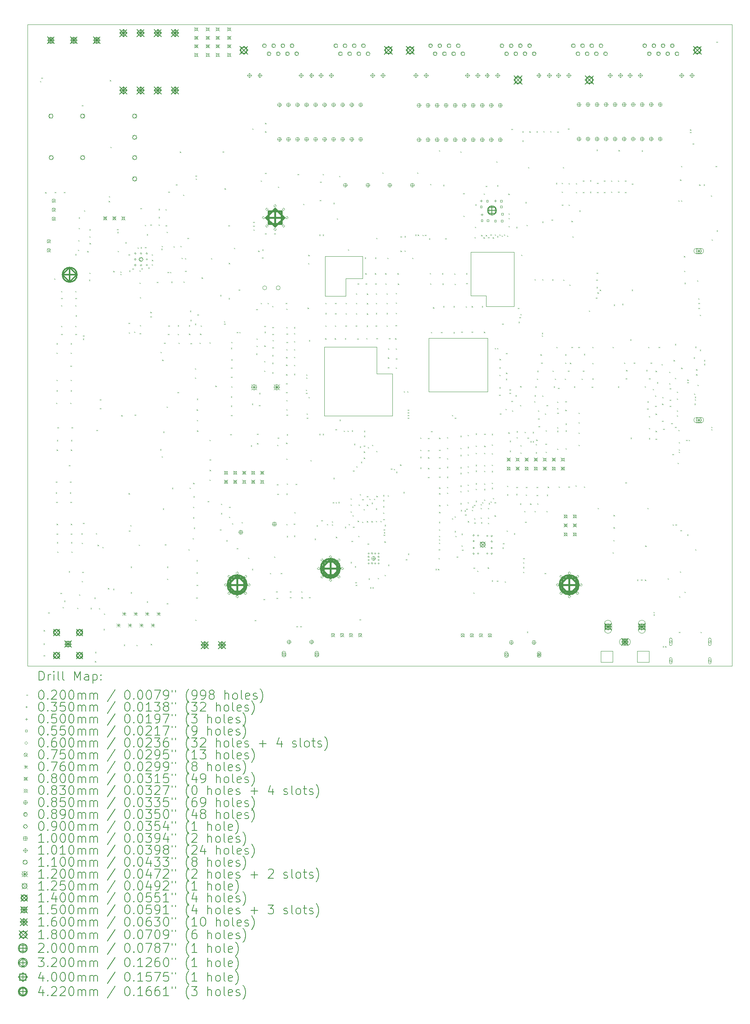
<source format=gbr>
%TF.GenerationSoftware,KiCad,Pcbnew,8.0.0-rc1*%
%TF.CreationDate,2025-03-26T09:49:16+03:00*%
%TF.ProjectId,Movita_3566_HXV_Router_V4.1,4d6f7669-7461-45f3-9335-36365f485856,REV1*%
%TF.SameCoordinates,Original*%
%TF.FileFunction,Drillmap*%
%TF.FilePolarity,Positive*%
%FSLAX45Y45*%
G04 Gerber Fmt 4.5, Leading zero omitted, Abs format (unit mm)*
G04 Created by KiCad (PCBNEW 8.0.0-rc1) date 2025-03-26 09:49:16*
%MOMM*%
%LPD*%
G01*
G04 APERTURE LIST*
%ADD10C,0.050000*%
%ADD11C,0.020000*%
%ADD12C,0.200000*%
%ADD13C,0.100000*%
%ADD14C,0.101000*%
%ADD15C,0.110000*%
%ADD16C,0.120000*%
%ADD17C,0.125000*%
%ADD18C,0.140000*%
%ADD19C,0.150000*%
%ADD20C,0.160000*%
%ADD21C,0.180000*%
%ADD22C,0.320000*%
%ADD23C,0.400000*%
%ADD24C,0.422000*%
G04 APERTURE END LIST*
D10*
X4747000Y-2555000D02*
X20347000Y-2555000D01*
X20347000Y-16755000D01*
X4747000Y-16755000D01*
X4747000Y-2555000D01*
X17704000Y-16419000D02*
X17444000Y-16419000D01*
X17444000Y-16669000D01*
X17704000Y-16669000D01*
X17704000Y-16419000D01*
X18244000Y-16419000D02*
X18504000Y-16419000D01*
X18504000Y-16669000D01*
X18244000Y-16669000D01*
X18244000Y-16419000D01*
X11319220Y-9692959D02*
X12481449Y-9692959D01*
X11319220Y-11214780D02*
X11319220Y-9692959D01*
X11319220Y-11214780D02*
X12823816Y-11214780D01*
X11334570Y-7685520D02*
X11334570Y-8562332D01*
X11334570Y-7685520D02*
X12167542Y-7685520D01*
X11334570Y-8562332D02*
X11791361Y-8562332D01*
X11791361Y-8178373D02*
X12167542Y-8178373D01*
X11791361Y-8562332D02*
X11791361Y-8178373D01*
X12167542Y-8178373D02*
X12167542Y-7685520D01*
X12481449Y-9692959D02*
X12481449Y-10286476D01*
X12481449Y-10286476D02*
X12823816Y-10286476D01*
X12823816Y-11214780D02*
X12823816Y-10286476D01*
X14560403Y-7587845D02*
X14560403Y-8559410D01*
X14560403Y-8559410D02*
X14900636Y-8559410D01*
X14900636Y-8559410D02*
X14900636Y-8795584D01*
X14900636Y-8795584D02*
X15518533Y-8795584D01*
X15518533Y-7587845D02*
X14560403Y-7587845D01*
X15518533Y-7587845D02*
X15518533Y-8795584D01*
X13628419Y-10682942D02*
X14937981Y-10682942D01*
X14937981Y-9496472D01*
X13628419Y-9496472D01*
X13628419Y-10682942D01*
D11*
X10043000Y-8383000D02*
G75*
G02*
X9953000Y-8383000I-45000J0D01*
G01*
X9953000Y-8383000D02*
G75*
G02*
X10043000Y-8383000I45000J0D01*
G01*
X10343000Y-8383000D02*
G75*
G02*
X10253000Y-8383000I-45000J0D01*
G01*
X10253000Y-8383000D02*
G75*
G02*
X10343000Y-8383000I45000J0D01*
G01*
D12*
D13*
X5024000Y-3804000D02*
X5044000Y-3824000D01*
X5044000Y-3804000D02*
X5024000Y-3824000D01*
X5057000Y-3729000D02*
X5077000Y-3749000D01*
X5077000Y-3729000D02*
X5057000Y-3749000D01*
X5104000Y-16255000D02*
X5124000Y-16275000D01*
X5124000Y-16255000D02*
X5104000Y-16275000D01*
X5106000Y-15960000D02*
X5126000Y-15980000D01*
X5126000Y-15960000D02*
X5106000Y-15980000D01*
X5108000Y-16512000D02*
X5128000Y-16532000D01*
X5128000Y-16512000D02*
X5108000Y-16532000D01*
X5142000Y-6265000D02*
X5162000Y-6285000D01*
X5162000Y-6265000D02*
X5142000Y-6285000D01*
X5209500Y-15565500D02*
X5229500Y-15585500D01*
X5229500Y-15565500D02*
X5209500Y-15585500D01*
X5341000Y-8176000D02*
X5361000Y-8196000D01*
X5361000Y-8176000D02*
X5341000Y-8196000D01*
X5351000Y-6261000D02*
X5371000Y-6281000D01*
X5371000Y-6261000D02*
X5351000Y-6281000D01*
X5375000Y-12911000D02*
X5395000Y-12931000D01*
X5395000Y-12911000D02*
X5375000Y-12931000D01*
X5378000Y-12670000D02*
X5398000Y-12690000D01*
X5398000Y-12670000D02*
X5378000Y-12690000D01*
X5382000Y-10928000D02*
X5402000Y-10948000D01*
X5402000Y-10928000D02*
X5382000Y-10948000D01*
X5386000Y-13118000D02*
X5406000Y-13138000D01*
X5406000Y-13118000D02*
X5386000Y-13138000D01*
X5388000Y-10650000D02*
X5408000Y-10670000D01*
X5408000Y-10650000D02*
X5388000Y-10670000D01*
X5390000Y-10417000D02*
X5410000Y-10437000D01*
X5410000Y-10417000D02*
X5390000Y-10437000D01*
X5392000Y-9608000D02*
X5412000Y-9628000D01*
X5412000Y-9608000D02*
X5392000Y-9628000D01*
X5392000Y-9818000D02*
X5412000Y-9838000D01*
X5412000Y-9818000D02*
X5392000Y-9838000D01*
X5395000Y-11963000D02*
X5415000Y-11983000D01*
X5415000Y-11963000D02*
X5395000Y-11983000D01*
X5395000Y-13605000D02*
X5415000Y-13625000D01*
X5415000Y-13605000D02*
X5395000Y-13625000D01*
X5395000Y-13819000D02*
X5415000Y-13839000D01*
X5415000Y-13819000D02*
X5395000Y-13839000D01*
X5397000Y-14013000D02*
X5417000Y-14033000D01*
X5417000Y-14013000D02*
X5397000Y-14033000D01*
X5400000Y-11751000D02*
X5420000Y-11771000D01*
X5420000Y-11751000D02*
X5400000Y-11771000D01*
X5406000Y-14218000D02*
X5426000Y-14238000D01*
X5426000Y-14218000D02*
X5406000Y-14238000D01*
X5411000Y-11465000D02*
X5431000Y-11485000D01*
X5431000Y-11465000D02*
X5411000Y-11485000D01*
X5481000Y-15131000D02*
X5501000Y-15151000D01*
X5501000Y-15131000D02*
X5481000Y-15151000D01*
X5493000Y-8452000D02*
X5513000Y-8472000D01*
X5513000Y-8452000D02*
X5493000Y-8472000D01*
X5493000Y-8764000D02*
X5513000Y-8784000D01*
X5513000Y-8764000D02*
X5493000Y-8784000D01*
X5493000Y-9225000D02*
X5513000Y-9245000D01*
X5513000Y-9225000D02*
X5493000Y-9245000D01*
X5495000Y-8608000D02*
X5515000Y-8628000D01*
X5515000Y-8608000D02*
X5495000Y-8628000D01*
X5497000Y-9401000D02*
X5517000Y-9421000D01*
X5517000Y-9401000D02*
X5497000Y-9421000D01*
X5528500Y-15447500D02*
X5548500Y-15467500D01*
X5548500Y-15447500D02*
X5528500Y-15467500D01*
X5555000Y-6261000D02*
X5575000Y-6281000D01*
X5575000Y-6261000D02*
X5555000Y-6281000D01*
X5562000Y-15308000D02*
X5582000Y-15328000D01*
X5582000Y-15308000D02*
X5562000Y-15328000D01*
X5664000Y-14654000D02*
X5684000Y-14674000D01*
X5684000Y-14654000D02*
X5664000Y-14674000D01*
X5667000Y-12308000D02*
X5687000Y-12328000D01*
X5687000Y-12308000D02*
X5667000Y-12328000D01*
X5689000Y-12911000D02*
X5709000Y-12931000D01*
X5709000Y-12911000D02*
X5689000Y-12931000D01*
X5692000Y-12670000D02*
X5712000Y-12690000D01*
X5712000Y-12670000D02*
X5692000Y-12690000D01*
X5696000Y-10928000D02*
X5716000Y-10948000D01*
X5716000Y-10928000D02*
X5696000Y-10948000D01*
X5699000Y-10106000D02*
X5719000Y-10126000D01*
X5719000Y-10106000D02*
X5699000Y-10126000D01*
X5700000Y-13118000D02*
X5720000Y-13138000D01*
X5720000Y-13118000D02*
X5700000Y-13138000D01*
X5702000Y-10650000D02*
X5722000Y-10670000D01*
X5722000Y-10650000D02*
X5702000Y-10670000D01*
X5704000Y-10417000D02*
X5724000Y-10437000D01*
X5724000Y-10417000D02*
X5704000Y-10437000D01*
X5706000Y-9608000D02*
X5726000Y-9628000D01*
X5726000Y-9608000D02*
X5706000Y-9628000D01*
X5706000Y-9818000D02*
X5726000Y-9838000D01*
X5726000Y-9818000D02*
X5706000Y-9838000D01*
X5709000Y-11963000D02*
X5729000Y-11983000D01*
X5729000Y-11963000D02*
X5709000Y-11983000D01*
X5709000Y-13605000D02*
X5729000Y-13625000D01*
X5729000Y-13605000D02*
X5709000Y-13625000D01*
X5709000Y-13819000D02*
X5729000Y-13839000D01*
X5729000Y-13819000D02*
X5709000Y-13839000D01*
X5711000Y-14013000D02*
X5731000Y-14033000D01*
X5731000Y-14013000D02*
X5711000Y-14033000D01*
X5714000Y-11751000D02*
X5734000Y-11771000D01*
X5734000Y-11751000D02*
X5714000Y-11771000D01*
X5720000Y-14218000D02*
X5740000Y-14238000D01*
X5740000Y-14218000D02*
X5720000Y-14238000D01*
X5725000Y-11465000D02*
X5745000Y-11485000D01*
X5745000Y-11465000D02*
X5725000Y-11485000D01*
X5807000Y-7637000D02*
X5827000Y-7657000D01*
X5827000Y-7637000D02*
X5807000Y-7657000D01*
X5807000Y-8452000D02*
X5827000Y-8472000D01*
X5827000Y-8452000D02*
X5807000Y-8472000D01*
X5807000Y-8764000D02*
X5827000Y-8784000D01*
X5827000Y-8764000D02*
X5807000Y-8784000D01*
X5807000Y-9225000D02*
X5827000Y-9245000D01*
X5827000Y-9225000D02*
X5807000Y-9245000D01*
X5809000Y-8608000D02*
X5829000Y-8628000D01*
X5829000Y-8608000D02*
X5809000Y-8628000D01*
X5811000Y-9401000D02*
X5831000Y-9421000D01*
X5831000Y-9401000D02*
X5811000Y-9421000D01*
X5813000Y-8990000D02*
X5833000Y-9010000D01*
X5833000Y-8990000D02*
X5813000Y-9010000D01*
X5849000Y-15465000D02*
X5869000Y-15485000D01*
X5869000Y-15465000D02*
X5849000Y-15485000D01*
X5864000Y-7540000D02*
X5884000Y-7560000D01*
X5884000Y-7540000D02*
X5864000Y-7560000D01*
X5874000Y-7329000D02*
X5894000Y-7349000D01*
X5894000Y-7329000D02*
X5874000Y-7349000D01*
X5882000Y-6824000D02*
X5902000Y-6844000D01*
X5902000Y-6824000D02*
X5882000Y-6844000D01*
X5884000Y-7058000D02*
X5904000Y-7078000D01*
X5904000Y-7058000D02*
X5884000Y-7078000D01*
X5891000Y-15165000D02*
X5911000Y-15185000D01*
X5911000Y-15165000D02*
X5891000Y-15185000D01*
X5941000Y-13816000D02*
X5961000Y-13836000D01*
X5961000Y-13816000D02*
X5941000Y-13836000D01*
X5951000Y-14023000D02*
X5971000Y-14043000D01*
X5971000Y-14023000D02*
X5951000Y-14043000D01*
X5951000Y-14871000D02*
X5971000Y-14891000D01*
X5971000Y-14871000D02*
X5951000Y-14891000D01*
X5953000Y-4336000D02*
X5973000Y-4356000D01*
X5973000Y-4336000D02*
X5953000Y-4356000D01*
X5962000Y-14668000D02*
X5982000Y-14688000D01*
X5982000Y-14668000D02*
X5962000Y-14688000D01*
X5977000Y-9508000D02*
X5997000Y-9528000D01*
X5997000Y-9508000D02*
X5977000Y-9528000D01*
X5978000Y-9438000D02*
X5998000Y-9458000D01*
X5998000Y-9438000D02*
X5978000Y-9458000D01*
X5980000Y-13586000D02*
X6000000Y-13606000D01*
X6000000Y-13586000D02*
X5980000Y-13606000D01*
X6002000Y-6665000D02*
X6022000Y-6685000D01*
X6022000Y-6665000D02*
X6002000Y-6685000D01*
X6072500Y-7568500D02*
X6092500Y-7588500D01*
X6092500Y-7568500D02*
X6072500Y-7588500D01*
X6111000Y-8203000D02*
X6131000Y-8223000D01*
X6131000Y-8203000D02*
X6111000Y-8223000D01*
X6117000Y-7240000D02*
X6137000Y-7260000D01*
X6137000Y-7240000D02*
X6117000Y-7260000D01*
X6119000Y-7087000D02*
X6139000Y-7107000D01*
X6139000Y-7087000D02*
X6119000Y-7107000D01*
X6120750Y-8049250D02*
X6140750Y-8069250D01*
X6140750Y-8049250D02*
X6120750Y-8069250D01*
X6124000Y-7391000D02*
X6144000Y-7411000D01*
X6144000Y-7391000D02*
X6124000Y-7411000D01*
X6142000Y-15468000D02*
X6162000Y-15488000D01*
X6162000Y-15468000D02*
X6142000Y-15488000D01*
X6229000Y-15239000D02*
X6249000Y-15259000D01*
X6249000Y-15239000D02*
X6229000Y-15259000D01*
X6242000Y-16646000D02*
X6262000Y-16666000D01*
X6262000Y-16646000D02*
X6242000Y-16666000D01*
X6245000Y-16442000D02*
X6265000Y-16462000D01*
X6265000Y-16442000D02*
X6245000Y-16462000D01*
X6261000Y-13810000D02*
X6281000Y-13830000D01*
X6281000Y-13810000D02*
X6261000Y-13830000D01*
X6274000Y-11528000D02*
X6294000Y-11548000D01*
X6294000Y-11528000D02*
X6274000Y-11548000D01*
X6302000Y-14072000D02*
X6322000Y-14092000D01*
X6322000Y-14072000D02*
X6302000Y-14092000D01*
X6328000Y-15474000D02*
X6348000Y-15494000D01*
X6348000Y-15474000D02*
X6328000Y-15494000D01*
X6351000Y-10848000D02*
X6371000Y-10868000D01*
X6371000Y-10848000D02*
X6351000Y-10868000D01*
X6351000Y-11046000D02*
X6371000Y-11066000D01*
X6371000Y-11046000D02*
X6351000Y-11066000D01*
X6409000Y-14117000D02*
X6429000Y-14137000D01*
X6429000Y-14117000D02*
X6409000Y-14137000D01*
X6432000Y-15934000D02*
X6452000Y-15954000D01*
X6452000Y-15934000D02*
X6432000Y-15954000D01*
X6439000Y-15592000D02*
X6459000Y-15612000D01*
X6459000Y-15592000D02*
X6439000Y-15612000D01*
X6530000Y-15029000D02*
X6550000Y-15049000D01*
X6550000Y-15029000D02*
X6530000Y-15049000D01*
X6547750Y-6458250D02*
X6567750Y-6478250D01*
X6567750Y-6458250D02*
X6547750Y-6478250D01*
X6549000Y-6355000D02*
X6569000Y-6375000D01*
X6569000Y-6355000D02*
X6549000Y-6375000D01*
X6572000Y-3784000D02*
X6592000Y-3804000D01*
X6592000Y-3784000D02*
X6572000Y-3804000D01*
X6584000Y-5260000D02*
X6604000Y-5280000D01*
X6604000Y-5260000D02*
X6584000Y-5280000D01*
X6644000Y-15045000D02*
X6664000Y-15065000D01*
X6664000Y-15045000D02*
X6644000Y-15065000D01*
X6647125Y-8010125D02*
X6667125Y-8030125D01*
X6667125Y-8010125D02*
X6647125Y-8030125D01*
X6734000Y-7079000D02*
X6754000Y-7099000D01*
X6754000Y-7079000D02*
X6734000Y-7099000D01*
X6737456Y-7143901D02*
X6757456Y-7163901D01*
X6757456Y-7143901D02*
X6737456Y-7163901D01*
X6743000Y-7563000D02*
X6763000Y-7583000D01*
X6763000Y-7563000D02*
X6743000Y-7583000D01*
X6803000Y-8019000D02*
X6823000Y-8039000D01*
X6823000Y-8019000D02*
X6803000Y-8039000D01*
X6805750Y-8074750D02*
X6825750Y-8094750D01*
X6825750Y-8074750D02*
X6805750Y-8094750D01*
X6825000Y-11201000D02*
X6845000Y-11221000D01*
X6845000Y-11201000D02*
X6825000Y-11221000D01*
X6882000Y-16282000D02*
X6902000Y-16302000D01*
X6902000Y-16282000D02*
X6882000Y-16302000D01*
X6916000Y-7373000D02*
X6936000Y-7393000D01*
X6936000Y-7373000D02*
X6916000Y-7393000D01*
X6986000Y-9156000D02*
X7006000Y-9176000D01*
X7006000Y-9156000D02*
X6986000Y-9176000D01*
X6987000Y-7641750D02*
X7007000Y-7661750D01*
X7007000Y-7641750D02*
X6987000Y-7661750D01*
X6988000Y-12927000D02*
X7008000Y-12947000D01*
X7008000Y-12927000D02*
X6988000Y-12947000D01*
X6990000Y-9367000D02*
X7010000Y-9387000D01*
X7010000Y-9367000D02*
X6990000Y-9387000D01*
X6996000Y-13755000D02*
X7016000Y-13775000D01*
X7016000Y-13755000D02*
X6996000Y-13775000D01*
X6999386Y-8001750D02*
X7019386Y-8021750D01*
X7019386Y-8001750D02*
X6999386Y-8021750D01*
X7025000Y-13637000D02*
X7045000Y-13657000D01*
X7045000Y-13637000D02*
X7025000Y-13657000D01*
X7032000Y-14554000D02*
X7052000Y-14574000D01*
X7052000Y-14554000D02*
X7032000Y-14574000D01*
X7032000Y-15120000D02*
X7052000Y-15140000D01*
X7052000Y-15120000D02*
X7032000Y-15140000D01*
X7070000Y-7952000D02*
X7090000Y-7972000D01*
X7090000Y-7952000D02*
X7070000Y-7972000D01*
X7110000Y-9349000D02*
X7130000Y-9369000D01*
X7130000Y-9349000D02*
X7110000Y-9369000D01*
X7121000Y-11190000D02*
X7141000Y-11210000D01*
X7141000Y-11190000D02*
X7121000Y-11210000D01*
X7162000Y-16283000D02*
X7182000Y-16303000D01*
X7182000Y-16283000D02*
X7162000Y-16303000D01*
X7187496Y-7489482D02*
X7207496Y-7509482D01*
X7207496Y-7489482D02*
X7187496Y-7509482D01*
X7209000Y-14068000D02*
X7229000Y-14088000D01*
X7229000Y-14068000D02*
X7209000Y-14088000D01*
X7226000Y-8265000D02*
X7246000Y-8285000D01*
X7246000Y-8265000D02*
X7226000Y-8285000D01*
X7227050Y-7994050D02*
X7247050Y-8014050D01*
X7247050Y-7994050D02*
X7227050Y-8014050D01*
X7232000Y-9384000D02*
X7252000Y-9404000D01*
X7252000Y-9384000D02*
X7232000Y-9404000D01*
X7234000Y-8588000D02*
X7254000Y-8608000D01*
X7254000Y-8588000D02*
X7234000Y-8608000D01*
X7234000Y-9206000D02*
X7254000Y-9226000D01*
X7254000Y-9206000D02*
X7234000Y-9226000D01*
X7250000Y-6616000D02*
X7270000Y-6636000D01*
X7270000Y-6616000D02*
X7250000Y-6636000D01*
X7255000Y-7485000D02*
X7275000Y-7505000D01*
X7275000Y-7485000D02*
X7255000Y-7505000D01*
X7272000Y-7950000D02*
X7292000Y-7970000D01*
X7292000Y-7950000D02*
X7272000Y-7970000D01*
X7344000Y-6990000D02*
X7364000Y-7010000D01*
X7364000Y-6990000D02*
X7344000Y-7010000D01*
X7350000Y-7479000D02*
X7370000Y-7499000D01*
X7370000Y-7479000D02*
X7350000Y-7499000D01*
X7387050Y-7196000D02*
X7407050Y-7216000D01*
X7407050Y-7196000D02*
X7387050Y-7216000D01*
X7389000Y-15325000D02*
X7409000Y-15345000D01*
X7409000Y-15325000D02*
X7389000Y-15345000D01*
X7422000Y-7932000D02*
X7442000Y-7952000D01*
X7442000Y-7932000D02*
X7422000Y-7952000D01*
X7468000Y-6980000D02*
X7488000Y-7000000D01*
X7488000Y-6980000D02*
X7468000Y-7000000D01*
X7469000Y-8916000D02*
X7489000Y-8936000D01*
X7489000Y-8916000D02*
X7469000Y-8936000D01*
X7469000Y-9013000D02*
X7489000Y-9033000D01*
X7489000Y-9013000D02*
X7469000Y-9033000D01*
X7477000Y-16265000D02*
X7497000Y-16285000D01*
X7497000Y-16265000D02*
X7477000Y-16285000D01*
X7499000Y-7642000D02*
X7519000Y-7662000D01*
X7519000Y-7642000D02*
X7499000Y-7662000D01*
X7499000Y-7861000D02*
X7519000Y-7881000D01*
X7519000Y-7861000D02*
X7499000Y-7881000D01*
X7502000Y-7763000D02*
X7522000Y-7783000D01*
X7522000Y-7763000D02*
X7502000Y-7783000D01*
X7613000Y-8249000D02*
X7633000Y-8269000D01*
X7633000Y-8249000D02*
X7613000Y-8269000D01*
X7650000Y-6638000D02*
X7670000Y-6658000D01*
X7670000Y-6638000D02*
X7650000Y-6658000D01*
X7652310Y-6981021D02*
X7672310Y-7001021D01*
X7672310Y-6981021D02*
X7652310Y-7001021D01*
X7653000Y-6816000D02*
X7673000Y-6836000D01*
X7673000Y-6816000D02*
X7653000Y-6836000D01*
X7685000Y-11953000D02*
X7705000Y-11973000D01*
X7705000Y-11953000D02*
X7685000Y-11973000D01*
X7692000Y-9802000D02*
X7712000Y-9822000D01*
X7712000Y-9802000D02*
X7692000Y-9822000D01*
X7710000Y-7519050D02*
X7730000Y-7539050D01*
X7730000Y-7519050D02*
X7710000Y-7539050D01*
X7717000Y-12113000D02*
X7737000Y-12133000D01*
X7737000Y-12113000D02*
X7717000Y-12133000D01*
X7719000Y-7452000D02*
X7739000Y-7472000D01*
X7739000Y-7452000D02*
X7719000Y-7472000D01*
X7731500Y-9972000D02*
X7751500Y-9992000D01*
X7751500Y-9972000D02*
X7731500Y-9992000D01*
X7745000Y-13266000D02*
X7765000Y-13286000D01*
X7765000Y-13266000D02*
X7745000Y-13286000D01*
X7754000Y-11565000D02*
X7774000Y-11585000D01*
X7774000Y-11565000D02*
X7754000Y-11585000D01*
X7774000Y-9595000D02*
X7794000Y-9615000D01*
X7794000Y-9595000D02*
X7774000Y-9615000D01*
X7791000Y-14059000D02*
X7811000Y-14079000D01*
X7811000Y-14059000D02*
X7791000Y-14079000D01*
X7806000Y-6643000D02*
X7826000Y-6663000D01*
X7826000Y-6643000D02*
X7806000Y-6663000D01*
X7809000Y-6994250D02*
X7829000Y-7014250D01*
X7829000Y-6994250D02*
X7809000Y-7014250D01*
X7827000Y-11012000D02*
X7847000Y-11032000D01*
X7847000Y-11012000D02*
X7827000Y-11032000D01*
X7828000Y-7141000D02*
X7848000Y-7161000D01*
X7848000Y-7141000D02*
X7828000Y-7161000D01*
X7832000Y-15362000D02*
X7852000Y-15382000D01*
X7852000Y-15362000D02*
X7832000Y-15382000D01*
X7835000Y-14818000D02*
X7855000Y-14838000D01*
X7855000Y-14818000D02*
X7835000Y-14838000D01*
X7836000Y-14552000D02*
X7856000Y-14572000D01*
X7856000Y-14552000D02*
X7836000Y-14572000D01*
X7851000Y-8028000D02*
X7871000Y-8048000D01*
X7871000Y-8028000D02*
X7851000Y-8048000D01*
X7858000Y-9399000D02*
X7878000Y-9419000D01*
X7878000Y-9399000D02*
X7858000Y-9419000D01*
X7867000Y-6253300D02*
X7887000Y-6273300D01*
X7887000Y-6253300D02*
X7867000Y-6273300D01*
X7867000Y-9215000D02*
X7887000Y-9235000D01*
X7887000Y-9215000D02*
X7867000Y-9235000D01*
X7903000Y-8028000D02*
X7923000Y-8048000D01*
X7923000Y-8028000D02*
X7903000Y-8048000D01*
X7929000Y-8246000D02*
X7949000Y-8266000D01*
X7949000Y-8246000D02*
X7929000Y-8266000D01*
X7945000Y-12810000D02*
X7965000Y-12830000D01*
X7965000Y-12810000D02*
X7945000Y-12830000D01*
X7979000Y-7460000D02*
X7999000Y-7480000D01*
X7999000Y-7460000D02*
X7979000Y-7480000D01*
X8037000Y-6093000D02*
X8057000Y-6113000D01*
X8057000Y-6093000D02*
X8037000Y-6113000D01*
X8071000Y-10688000D02*
X8091000Y-10708000D01*
X8091000Y-10688000D02*
X8071000Y-10708000D01*
X8076000Y-9211000D02*
X8096000Y-9231000D01*
X8096000Y-9211000D02*
X8076000Y-9231000D01*
X8077000Y-9399000D02*
X8097000Y-9419000D01*
X8097000Y-9399000D02*
X8077000Y-9419000D01*
X8090000Y-9594000D02*
X8110000Y-9614000D01*
X8110000Y-9594000D02*
X8090000Y-9614000D01*
X8120000Y-5367000D02*
X8140000Y-5387000D01*
X8140000Y-5367000D02*
X8120000Y-5387000D01*
X8134000Y-7456000D02*
X8154000Y-7476000D01*
X8154000Y-7456000D02*
X8134000Y-7476000D01*
X8160329Y-7715912D02*
X8180329Y-7735912D01*
X8180329Y-7715912D02*
X8160329Y-7735912D01*
X8191000Y-6317000D02*
X8211000Y-6337000D01*
X8211000Y-6317000D02*
X8191000Y-6337000D01*
X8200000Y-8241000D02*
X8220000Y-8261000D01*
X8220000Y-8241000D02*
X8200000Y-8261000D01*
X8236000Y-7724000D02*
X8256000Y-7744000D01*
X8256000Y-7724000D02*
X8236000Y-7744000D01*
X8240000Y-8002000D02*
X8260000Y-8022000D01*
X8260000Y-8002000D02*
X8240000Y-8022000D01*
X8289000Y-7274000D02*
X8309000Y-7294000D01*
X8309000Y-7274000D02*
X8289000Y-7294000D01*
X8310000Y-14170000D02*
X8330000Y-14190000D01*
X8330000Y-14170000D02*
X8310000Y-14190000D01*
X8319000Y-9212000D02*
X8339000Y-9232000D01*
X8339000Y-9212000D02*
X8319000Y-9232000D01*
X8323000Y-9396000D02*
X8343000Y-9416000D01*
X8343000Y-9396000D02*
X8323000Y-9416000D01*
X8337000Y-12805000D02*
X8357000Y-12825000D01*
X8357000Y-12805000D02*
X8337000Y-12825000D01*
X8344000Y-8890000D02*
X8364000Y-8910000D01*
X8364000Y-8890000D02*
X8344000Y-8910000D01*
X8354000Y-9093000D02*
X8374000Y-9113000D01*
X8374000Y-9093000D02*
X8354000Y-9113000D01*
X8359000Y-9607000D02*
X8379000Y-9627000D01*
X8379000Y-9607000D02*
X8359000Y-9627000D01*
X8404875Y-13923000D02*
X8424875Y-13943000D01*
X8424875Y-13923000D02*
X8404875Y-13943000D01*
X8413000Y-13460000D02*
X8433000Y-13480000D01*
X8433000Y-13460000D02*
X8413000Y-13480000D01*
X8415000Y-13227000D02*
X8435000Y-13247000D01*
X8435000Y-13227000D02*
X8415000Y-13247000D01*
X8416000Y-12699000D02*
X8436000Y-12719000D01*
X8436000Y-12699000D02*
X8416000Y-12719000D01*
X8420000Y-12995000D02*
X8440000Y-13015000D01*
X8440000Y-12995000D02*
X8420000Y-13015000D01*
X8428000Y-13691000D02*
X8448000Y-13711000D01*
X8448000Y-13691000D02*
X8428000Y-13711000D01*
X8454000Y-9178000D02*
X8474000Y-9198000D01*
X8474000Y-9178000D02*
X8454000Y-9198000D01*
X8458000Y-10162000D02*
X8478000Y-10182000D01*
X8478000Y-10162000D02*
X8458000Y-10182000D01*
X8458000Y-10366000D02*
X8478000Y-10386000D01*
X8478000Y-10366000D02*
X8458000Y-10386000D01*
X8462000Y-15725000D02*
X8482000Y-15745000D01*
X8482000Y-15725000D02*
X8462000Y-15745000D01*
X8467000Y-5895000D02*
X8487000Y-5915000D01*
X8487000Y-5895000D02*
X8467000Y-5915000D01*
X8470000Y-5962000D02*
X8490000Y-5982000D01*
X8490000Y-5962000D02*
X8470000Y-5982000D01*
X8486000Y-15233000D02*
X8506000Y-15253000D01*
X8506000Y-15233000D02*
X8486000Y-15253000D01*
X8490000Y-14681000D02*
X8510000Y-14701000D01*
X8510000Y-14681000D02*
X8490000Y-14701000D01*
X8492000Y-14411000D02*
X8512000Y-14431000D01*
X8512000Y-14411000D02*
X8492000Y-14431000D01*
X8495000Y-11073000D02*
X8515000Y-11093000D01*
X8515000Y-11073000D02*
X8495000Y-11093000D01*
X8495000Y-14955000D02*
X8515000Y-14975000D01*
X8515000Y-14955000D02*
X8495000Y-14975000D01*
X8496000Y-11307000D02*
X8516000Y-11327000D01*
X8516000Y-11307000D02*
X8496000Y-11327000D01*
X8497000Y-10836000D02*
X8517000Y-10856000D01*
X8517000Y-10836000D02*
X8497000Y-10856000D01*
X8501000Y-11538000D02*
X8521000Y-11558000D01*
X8521000Y-11538000D02*
X8501000Y-11558000D01*
X8510000Y-8967000D02*
X8530000Y-8987000D01*
X8530000Y-8967000D02*
X8510000Y-8987000D01*
X8557000Y-9594000D02*
X8577000Y-9614000D01*
X8577000Y-9594000D02*
X8557000Y-9614000D01*
X8570000Y-9396000D02*
X8590000Y-9416000D01*
X8590000Y-9396000D02*
X8570000Y-9416000D01*
X8585000Y-9213000D02*
X8605000Y-9233000D01*
X8605000Y-9213000D02*
X8585000Y-9233000D01*
X8604000Y-8153000D02*
X8624000Y-8173000D01*
X8624000Y-8153000D02*
X8604000Y-8173000D01*
X8738000Y-13100000D02*
X8758000Y-13120000D01*
X8758000Y-13100000D02*
X8738000Y-13120000D01*
X8776000Y-9589000D02*
X8796000Y-9609000D01*
X8796000Y-9589000D02*
X8776000Y-9609000D01*
X8776000Y-12628000D02*
X8796000Y-12648000D01*
X8796000Y-12628000D02*
X8776000Y-12648000D01*
X8779000Y-11749000D02*
X8799000Y-11769000D01*
X8799000Y-11749000D02*
X8779000Y-11769000D01*
X8781000Y-12178000D02*
X8801000Y-12198000D01*
X8801000Y-12178000D02*
X8781000Y-12198000D01*
X8783000Y-12412000D02*
X8803000Y-12432000D01*
X8803000Y-12412000D02*
X8783000Y-12432000D01*
X8809000Y-7726000D02*
X8829000Y-7746000D01*
X8829000Y-7726000D02*
X8809000Y-7746000D01*
X8908000Y-10548000D02*
X8928000Y-10568000D01*
X8928000Y-10548000D02*
X8908000Y-10568000D01*
X9010000Y-13727000D02*
X9030000Y-13747000D01*
X9030000Y-13727000D02*
X9010000Y-13747000D01*
X9015500Y-8543500D02*
X9035500Y-8563500D01*
X9035500Y-8543500D02*
X9015500Y-8563500D01*
X9029000Y-13367000D02*
X9049000Y-13387000D01*
X9049000Y-13367000D02*
X9029000Y-13387000D01*
X9032000Y-13158000D02*
X9052000Y-13178000D01*
X9052000Y-13158000D02*
X9032000Y-13178000D01*
X9068000Y-5363000D02*
X9088000Y-5383000D01*
X9088000Y-5363000D02*
X9068000Y-5383000D01*
X9101432Y-9120362D02*
X9121432Y-9140362D01*
X9121432Y-9120362D02*
X9101432Y-9140362D01*
X9104000Y-9173000D02*
X9124000Y-9193000D01*
X9124000Y-9173000D02*
X9104000Y-9193000D01*
X9111500Y-6179500D02*
X9131500Y-6199500D01*
X9131500Y-6179500D02*
X9111500Y-6199500D01*
X9149000Y-13970000D02*
X9169000Y-13990000D01*
X9169000Y-13970000D02*
X9149000Y-13990000D01*
X9197000Y-6995000D02*
X9217000Y-7015000D01*
X9217000Y-6995000D02*
X9197000Y-7015000D01*
X9203000Y-8611000D02*
X9223000Y-8631000D01*
X9223000Y-8611000D02*
X9203000Y-8631000D01*
X9205000Y-7832000D02*
X9225000Y-7852000D01*
X9225000Y-7832000D02*
X9205000Y-7852000D01*
X9210000Y-13450000D02*
X9230000Y-13470000D01*
X9230000Y-13450000D02*
X9210000Y-13470000D01*
X9212000Y-13228000D02*
X9232000Y-13248000D01*
X9232000Y-13228000D02*
X9212000Y-13248000D01*
X9240000Y-11622000D02*
X9260000Y-11642000D01*
X9260000Y-11622000D02*
X9240000Y-11642000D01*
X9251000Y-10786000D02*
X9271000Y-10806000D01*
X9271000Y-10786000D02*
X9251000Y-10806000D01*
X9251000Y-10990000D02*
X9271000Y-11010000D01*
X9271000Y-10990000D02*
X9251000Y-11010000D01*
X9254000Y-9712000D02*
X9274000Y-9732000D01*
X9274000Y-9712000D02*
X9254000Y-9732000D01*
X9255000Y-11199000D02*
X9275000Y-11219000D01*
X9275000Y-11199000D02*
X9255000Y-11219000D01*
X9256000Y-10146000D02*
X9276000Y-10166000D01*
X9276000Y-10146000D02*
X9256000Y-10166000D01*
X9256000Y-10350000D02*
X9276000Y-10370000D01*
X9276000Y-10350000D02*
X9256000Y-10370000D01*
X9258000Y-9581000D02*
X9278000Y-9601000D01*
X9278000Y-9581000D02*
X9258000Y-9601000D01*
X9258000Y-9963000D02*
X9278000Y-9983000D01*
X9278000Y-9963000D02*
X9258000Y-9983000D01*
X9260000Y-10559000D02*
X9280000Y-10579000D01*
X9280000Y-10559000D02*
X9260000Y-10579000D01*
X9275000Y-13595000D02*
X9295000Y-13615000D01*
X9295000Y-13595000D02*
X9275000Y-13615000D01*
X9321000Y-7494000D02*
X9341000Y-7514000D01*
X9341000Y-7494000D02*
X9321000Y-7514000D01*
X9382650Y-9361000D02*
X9402650Y-9381000D01*
X9402650Y-9361000D02*
X9382650Y-9381000D01*
X9384000Y-14145000D02*
X9404000Y-14165000D01*
X9404000Y-14145000D02*
X9384000Y-14165000D01*
X9424000Y-8422000D02*
X9444000Y-8442000D01*
X9444000Y-8422000D02*
X9424000Y-8442000D01*
X9435350Y-9361000D02*
X9455350Y-9381000D01*
X9455350Y-9361000D02*
X9435350Y-9381000D01*
X9486000Y-13567000D02*
X9506000Y-13587000D01*
X9506000Y-13567000D02*
X9486000Y-13587000D01*
X9634000Y-14353000D02*
X9654000Y-14373000D01*
X9654000Y-14353000D02*
X9634000Y-14373000D01*
X9689000Y-11871000D02*
X9709000Y-11891000D01*
X9709000Y-11871000D02*
X9689000Y-11891000D01*
X9715000Y-10946000D02*
X9735000Y-10966000D01*
X9735000Y-10946000D02*
X9715000Y-10966000D01*
X9715000Y-14604000D02*
X9735000Y-14624000D01*
X9735000Y-14604000D02*
X9715000Y-14624000D01*
X9726000Y-4853000D02*
X9746000Y-4873000D01*
X9746000Y-4853000D02*
X9726000Y-4873000D01*
X9747000Y-6919000D02*
X9767000Y-6939000D01*
X9767000Y-6919000D02*
X9747000Y-6939000D01*
X9747000Y-7003000D02*
X9767000Y-7023000D01*
X9767000Y-7003000D02*
X9747000Y-7023000D01*
X9750000Y-7089000D02*
X9770000Y-7109000D01*
X9770000Y-7089000D02*
X9750000Y-7109000D01*
X9780000Y-15733000D02*
X9800000Y-15753000D01*
X9800000Y-15733000D02*
X9780000Y-15753000D01*
X9812000Y-9839000D02*
X9832000Y-9859000D01*
X9832000Y-9839000D02*
X9812000Y-9859000D01*
X9813000Y-8850000D02*
X9833000Y-8870000D01*
X9833000Y-8850000D02*
X9813000Y-8870000D01*
X9816000Y-9665000D02*
X9836000Y-9685000D01*
X9836000Y-9665000D02*
X9816000Y-9685000D01*
X9819000Y-9504000D02*
X9839000Y-9524000D01*
X9839000Y-9504000D02*
X9819000Y-9524000D01*
X9830000Y-11818000D02*
X9850000Y-11838000D01*
X9850000Y-11818000D02*
X9830000Y-11838000D01*
X9831000Y-11613000D02*
X9851000Y-11633000D01*
X9851000Y-11613000D02*
X9831000Y-11633000D01*
X9857000Y-7560000D02*
X9877000Y-7580000D01*
X9877000Y-7560000D02*
X9857000Y-7580000D01*
X9875000Y-10976000D02*
X9895000Y-10996000D01*
X9895000Y-10976000D02*
X9875000Y-10996000D01*
X9876000Y-10710000D02*
X9896000Y-10730000D01*
X9896000Y-10710000D02*
X9876000Y-10730000D01*
X9913000Y-8716000D02*
X9933000Y-8736000D01*
X9933000Y-8716000D02*
X9913000Y-8736000D01*
X9914000Y-6004000D02*
X9934000Y-6024000D01*
X9934000Y-6004000D02*
X9914000Y-6024000D01*
X9941000Y-7710000D02*
X9961000Y-7730000D01*
X9961000Y-7710000D02*
X9941000Y-7730000D01*
X9945000Y-7536000D02*
X9965000Y-7556000D01*
X9965000Y-7536000D02*
X9945000Y-7556000D01*
X9974500Y-15270500D02*
X9994500Y-15290500D01*
X9994500Y-15270500D02*
X9974500Y-15290500D01*
X9988000Y-10215000D02*
X10008000Y-10235000D01*
X10008000Y-10215000D02*
X9988000Y-10235000D01*
X9989000Y-10003000D02*
X10009000Y-10023000D01*
X10009000Y-10003000D02*
X9989000Y-10023000D01*
X9993000Y-9226000D02*
X10013000Y-9246000D01*
X10013000Y-9226000D02*
X9993000Y-9246000D01*
X9993000Y-9660000D02*
X10013000Y-9680000D01*
X10013000Y-9660000D02*
X9993000Y-9680000D01*
X9995000Y-9356000D02*
X10015000Y-9376000D01*
X10015000Y-9356000D02*
X9995000Y-9376000D01*
X10008000Y-4732250D02*
X10028000Y-4752250D01*
X10028000Y-4732250D02*
X10008000Y-4752250D01*
X10008000Y-4918250D02*
X10028000Y-4938250D01*
X10028000Y-4918250D02*
X10008000Y-4938250D01*
X10008000Y-7176000D02*
X10028000Y-7196000D01*
X10028000Y-7176000D02*
X10008000Y-7196000D01*
X10009000Y-5835000D02*
X10029000Y-5855000D01*
X10029000Y-5835000D02*
X10009000Y-5855000D01*
X10063000Y-8718000D02*
X10083000Y-8738000D01*
X10083000Y-8718000D02*
X10063000Y-8738000D01*
X10113000Y-14693000D02*
X10133000Y-14713000D01*
X10133000Y-14693000D02*
X10113000Y-14713000D01*
X10165000Y-10252000D02*
X10185000Y-10272000D01*
X10185000Y-10252000D02*
X10165000Y-10272000D01*
X10166000Y-9871000D02*
X10186000Y-9891000D01*
X10186000Y-9871000D02*
X10166000Y-9891000D01*
X10166000Y-10040000D02*
X10186000Y-10060000D01*
X10186000Y-10040000D02*
X10166000Y-10060000D01*
X10168000Y-8785000D02*
X10188000Y-8805000D01*
X10188000Y-8785000D02*
X10168000Y-8805000D01*
X10170000Y-9250000D02*
X10190000Y-9270000D01*
X10190000Y-9250000D02*
X10170000Y-9270000D01*
X10170000Y-9400000D02*
X10190000Y-9420000D01*
X10190000Y-9400000D02*
X10170000Y-9420000D01*
X10170000Y-9697000D02*
X10190000Y-9717000D01*
X10190000Y-9697000D02*
X10170000Y-9717000D01*
X10173000Y-9536000D02*
X10193000Y-9556000D01*
X10193000Y-9536000D02*
X10173000Y-9556000D01*
X10208000Y-14328000D02*
X10228000Y-14348000D01*
X10228000Y-14328000D02*
X10208000Y-14348000D01*
X10212000Y-7176000D02*
X10232000Y-7196000D01*
X10232000Y-7176000D02*
X10212000Y-7196000D01*
X10256000Y-15102000D02*
X10276000Y-15122000D01*
X10276000Y-15102000D02*
X10256000Y-15122000D01*
X10262000Y-15241000D02*
X10282000Y-15261000D01*
X10282000Y-15241000D02*
X10262000Y-15261000D01*
X10272000Y-12728000D02*
X10292000Y-12748000D01*
X10292000Y-12728000D02*
X10272000Y-12748000D01*
X10274000Y-11859000D02*
X10294000Y-11879000D01*
X10294000Y-11859000D02*
X10274000Y-11879000D01*
X10280000Y-12940000D02*
X10300000Y-12960000D01*
X10300000Y-12940000D02*
X10280000Y-12960000D01*
X10288000Y-11694000D02*
X10308000Y-11714000D01*
X10308000Y-11694000D02*
X10288000Y-11714000D01*
X10292000Y-6143000D02*
X10312000Y-6163000D01*
X10312000Y-6143000D02*
X10292000Y-6163000D01*
X10355000Y-14693000D02*
X10375000Y-14713000D01*
X10375000Y-14693000D02*
X10355000Y-14713000D01*
X10466000Y-8713000D02*
X10486000Y-8733000D01*
X10486000Y-8713000D02*
X10466000Y-8733000D01*
X10475000Y-10295000D02*
X10495000Y-10315000D01*
X10495000Y-10295000D02*
X10475000Y-10315000D01*
X10475000Y-10495000D02*
X10495000Y-10515000D01*
X10495000Y-10495000D02*
X10475000Y-10515000D01*
X10475000Y-10690000D02*
X10495000Y-10710000D01*
X10495000Y-10690000D02*
X10475000Y-10710000D01*
X10475000Y-11810000D02*
X10495000Y-11830000D01*
X10495000Y-11810000D02*
X10475000Y-11830000D01*
X10476000Y-9914000D02*
X10496000Y-9934000D01*
X10496000Y-9914000D02*
X10476000Y-9934000D01*
X10476000Y-10083000D02*
X10496000Y-10103000D01*
X10496000Y-10083000D02*
X10476000Y-10103000D01*
X10477000Y-8840000D02*
X10497000Y-8860000D01*
X10497000Y-8840000D02*
X10477000Y-8860000D01*
X10478000Y-10867000D02*
X10498000Y-10887000D01*
X10498000Y-10867000D02*
X10478000Y-10887000D01*
X10479000Y-12159000D02*
X10499000Y-12179000D01*
X10499000Y-12159000D02*
X10479000Y-12179000D01*
X10479000Y-12937000D02*
X10499000Y-12957000D01*
X10499000Y-12937000D02*
X10479000Y-12957000D01*
X10479000Y-13610000D02*
X10499000Y-13630000D01*
X10499000Y-13610000D02*
X10479000Y-13630000D01*
X10480000Y-9250000D02*
X10500000Y-9270000D01*
X10500000Y-9250000D02*
X10480000Y-9270000D01*
X10480000Y-9740000D02*
X10500000Y-9760000D01*
X10500000Y-9740000D02*
X10480000Y-9760000D01*
X10480000Y-11068000D02*
X10500000Y-11088000D01*
X10500000Y-11068000D02*
X10480000Y-11088000D01*
X10483000Y-9393000D02*
X10503000Y-9413000D01*
X10503000Y-9393000D02*
X10483000Y-9413000D01*
X10483000Y-9579000D02*
X10503000Y-9599000D01*
X10503000Y-9579000D02*
X10483000Y-9599000D01*
X10483000Y-11189000D02*
X10503000Y-11209000D01*
X10503000Y-11189000D02*
X10483000Y-11209000D01*
X10485000Y-11624000D02*
X10505000Y-11644000D01*
X10505000Y-11624000D02*
X10485000Y-11644000D01*
X10485000Y-13876000D02*
X10505000Y-13896000D01*
X10505000Y-13876000D02*
X10485000Y-13896000D01*
X10487000Y-12714000D02*
X10507000Y-12734000D01*
X10507000Y-12714000D02*
X10487000Y-12734000D01*
X10558000Y-15099000D02*
X10578000Y-15119000D01*
X10578000Y-15099000D02*
X10558000Y-15119000D01*
X10558000Y-15229000D02*
X10578000Y-15249000D01*
X10578000Y-15229000D02*
X10558000Y-15249000D01*
X10643000Y-13601000D02*
X10663000Y-13621000D01*
X10663000Y-13601000D02*
X10643000Y-13621000D01*
X10647000Y-9385000D02*
X10667000Y-9405000D01*
X10667000Y-9385000D02*
X10647000Y-9405000D01*
X10647000Y-9739000D02*
X10667000Y-9759000D01*
X10667000Y-9739000D02*
X10647000Y-9759000D01*
X10648000Y-9252000D02*
X10668000Y-9272000D01*
X10668000Y-9252000D02*
X10648000Y-9272000D01*
X10649000Y-9562000D02*
X10669000Y-9582000D01*
X10669000Y-9562000D02*
X10649000Y-9582000D01*
X10649000Y-9909000D02*
X10669000Y-9929000D01*
X10669000Y-9909000D02*
X10649000Y-9929000D01*
X10649000Y-10085000D02*
X10669000Y-10105000D01*
X10669000Y-10085000D02*
X10649000Y-10105000D01*
X10649000Y-10285000D02*
X10669000Y-10305000D01*
X10669000Y-10285000D02*
X10649000Y-10305000D01*
X10649000Y-13867000D02*
X10669000Y-13887000D01*
X10669000Y-13867000D02*
X10649000Y-13887000D01*
X10658000Y-13348000D02*
X10678000Y-13368000D01*
X10678000Y-13348000D02*
X10658000Y-13368000D01*
X10687000Y-12719000D02*
X10707000Y-12739000D01*
X10707000Y-12719000D02*
X10687000Y-12739000D01*
X10702375Y-15871375D02*
X10722375Y-15891375D01*
X10722375Y-15871375D02*
X10702375Y-15891375D01*
X10730000Y-5864000D02*
X10750000Y-5884000D01*
X10750000Y-5864000D02*
X10730000Y-5884000D01*
X10789000Y-15871750D02*
X10809000Y-15891750D01*
X10809000Y-15871750D02*
X10789000Y-15891750D01*
X10811000Y-15098000D02*
X10831000Y-15118000D01*
X10831000Y-15098000D02*
X10811000Y-15118000D01*
X10815000Y-15230000D02*
X10835000Y-15250000D01*
X10835000Y-15230000D02*
X10815000Y-15250000D01*
X10852000Y-6523000D02*
X10872000Y-6543000D01*
X10872000Y-6523000D02*
X10852000Y-6543000D01*
X10913000Y-10636000D02*
X10933000Y-10656000D01*
X10933000Y-10636000D02*
X10913000Y-10656000D01*
X10915000Y-10708000D02*
X10935000Y-10728000D01*
X10935000Y-10708000D02*
X10915000Y-10728000D01*
X10919000Y-10367000D02*
X10939000Y-10387000D01*
X10939000Y-10367000D02*
X10919000Y-10387000D01*
X10920000Y-10299000D02*
X10940000Y-10319000D01*
X10940000Y-10299000D02*
X10920000Y-10319000D01*
X10929000Y-11163000D02*
X10949000Y-11183000D01*
X10949000Y-11163000D02*
X10929000Y-11183000D01*
X10931000Y-11253000D02*
X10951000Y-11273000D01*
X10951000Y-11253000D02*
X10931000Y-11273000D01*
X10948000Y-8822000D02*
X10968000Y-8842000D01*
X10968000Y-8822000D02*
X10948000Y-8842000D01*
X10964000Y-7833000D02*
X10984000Y-7853000D01*
X10984000Y-7833000D02*
X10964000Y-7853000D01*
X10967000Y-7652000D02*
X10987000Y-7672000D01*
X10987000Y-7652000D02*
X10967000Y-7672000D01*
X10968000Y-10801000D02*
X10988000Y-10821000D01*
X10988000Y-10801000D02*
X10968000Y-10821000D01*
X10977000Y-9542000D02*
X10997000Y-9562000D01*
X10997000Y-9542000D02*
X10977000Y-9562000D01*
X10982000Y-15225950D02*
X11002000Y-15245950D01*
X11002000Y-15225950D02*
X10982000Y-15245950D01*
X11010500Y-12193500D02*
X11030500Y-12213500D01*
X11030500Y-12193500D02*
X11010500Y-12213500D01*
X11106000Y-13935000D02*
X11126000Y-13955000D01*
X11126000Y-13935000D02*
X11106000Y-13955000D01*
X11147000Y-13638000D02*
X11167000Y-13658000D01*
X11167000Y-13638000D02*
X11147000Y-13658000D01*
X11207000Y-7205000D02*
X11227000Y-7225000D01*
X11227000Y-7205000D02*
X11207000Y-7225000D01*
X11207000Y-11615000D02*
X11227000Y-11635000D01*
X11227000Y-11615000D02*
X11207000Y-11635000D01*
X11220000Y-6437000D02*
X11240000Y-6457000D01*
X11240000Y-6437000D02*
X11220000Y-6457000D01*
X11227000Y-6031000D02*
X11247000Y-6051000D01*
X11247000Y-6031000D02*
X11227000Y-6051000D01*
X11254000Y-13524000D02*
X11274000Y-13544000D01*
X11274000Y-13524000D02*
X11254000Y-13544000D01*
X11285000Y-11614000D02*
X11305000Y-11634000D01*
X11305000Y-11614000D02*
X11285000Y-11634000D01*
X11286000Y-5864000D02*
X11306000Y-5884000D01*
X11306000Y-5864000D02*
X11286000Y-5884000D01*
X11286000Y-7205000D02*
X11306000Y-7225000D01*
X11306000Y-7205000D02*
X11286000Y-7225000D01*
X11338000Y-9500000D02*
X11358000Y-9520000D01*
X11358000Y-9500000D02*
X11338000Y-9520000D01*
X11341000Y-9213000D02*
X11361000Y-9233000D01*
X11361000Y-9213000D02*
X11341000Y-9233000D01*
X11344000Y-8714000D02*
X11364000Y-8734000D01*
X11364000Y-8714000D02*
X11344000Y-8734000D01*
X11344000Y-8941000D02*
X11364000Y-8961000D01*
X11364000Y-8941000D02*
X11344000Y-8961000D01*
X11378000Y-13608000D02*
X11398000Y-13628000D01*
X11398000Y-13608000D02*
X11378000Y-13628000D01*
X11486000Y-13552000D02*
X11506000Y-13572000D01*
X11506000Y-13552000D02*
X11486000Y-13572000D01*
X11486000Y-13618000D02*
X11506000Y-13638000D01*
X11506000Y-13618000D02*
X11486000Y-13638000D01*
X11509000Y-13125000D02*
X11529000Y-13145000D01*
X11529000Y-13125000D02*
X11509000Y-13145000D01*
X11519000Y-6503000D02*
X11539000Y-6523000D01*
X11539000Y-6503000D02*
X11519000Y-6523000D01*
X11519000Y-12589000D02*
X11539000Y-12609000D01*
X11539000Y-12589000D02*
X11519000Y-12609000D01*
X11550000Y-9500000D02*
X11570000Y-9520000D01*
X11570000Y-9500000D02*
X11550000Y-9520000D01*
X11557000Y-9215000D02*
X11577000Y-9235000D01*
X11577000Y-9215000D02*
X11557000Y-9235000D01*
X11560000Y-8716000D02*
X11580000Y-8736000D01*
X11580000Y-8716000D02*
X11560000Y-8736000D01*
X11560000Y-8943000D02*
X11580000Y-8963000D01*
X11580000Y-8943000D02*
X11560000Y-8963000D01*
X11568000Y-11511000D02*
X11588000Y-11531000D01*
X11588000Y-11511000D02*
X11568000Y-11531000D01*
X11570000Y-13125000D02*
X11590000Y-13145000D01*
X11590000Y-13125000D02*
X11570000Y-13145000D01*
X11576000Y-13893000D02*
X11596000Y-13913000D01*
X11596000Y-13893000D02*
X11576000Y-13913000D01*
X11596000Y-6845000D02*
X11616000Y-6865000D01*
X11616000Y-6845000D02*
X11596000Y-6865000D01*
X11630000Y-13124000D02*
X11650000Y-13144000D01*
X11650000Y-13124000D02*
X11630000Y-13144000D01*
X11646000Y-5905000D02*
X11666000Y-5925000D01*
X11666000Y-5905000D02*
X11646000Y-5925000D01*
X11656000Y-11302000D02*
X11676000Y-11322000D01*
X11676000Y-11302000D02*
X11656000Y-11322000D01*
X11747000Y-11542000D02*
X11767000Y-11562000D01*
X11767000Y-11542000D02*
X11747000Y-11562000D01*
X11776000Y-13672000D02*
X11796000Y-13692000D01*
X11796000Y-13672000D02*
X11776000Y-13692000D01*
X11777000Y-9500000D02*
X11797000Y-9520000D01*
X11797000Y-9500000D02*
X11777000Y-9520000D01*
X11787000Y-9217000D02*
X11807000Y-9237000D01*
X11807000Y-9217000D02*
X11787000Y-9237000D01*
X11790000Y-8718000D02*
X11810000Y-8738000D01*
X11810000Y-8718000D02*
X11790000Y-8738000D01*
X11790000Y-8945000D02*
X11810000Y-8965000D01*
X11810000Y-8945000D02*
X11790000Y-8965000D01*
X11833000Y-11542000D02*
X11853000Y-11562000D01*
X11853000Y-11542000D02*
X11833000Y-11562000D01*
X11841000Y-7533000D02*
X11861000Y-7553000D01*
X11861000Y-7533000D02*
X11841000Y-7553000D01*
X11861000Y-13611000D02*
X11881000Y-13631000D01*
X11881000Y-13611000D02*
X11861000Y-13631000D01*
X11898834Y-14452000D02*
X11918834Y-14472000D01*
X11918834Y-14452000D02*
X11898834Y-14472000D01*
X11901000Y-13043000D02*
X11921000Y-13063000D01*
X11921000Y-13043000D02*
X11901000Y-13063000D01*
X11901000Y-13179000D02*
X11921000Y-13199000D01*
X11921000Y-13179000D02*
X11901000Y-13199000D01*
X11902000Y-13329000D02*
X11922000Y-13349000D01*
X11922000Y-13329000D02*
X11902000Y-13349000D01*
X11922193Y-13979806D02*
X11942193Y-13999806D01*
X11942193Y-13979806D02*
X11922193Y-13999806D01*
X11927000Y-11540000D02*
X11947000Y-11560000D01*
X11947000Y-11540000D02*
X11927000Y-11560000D01*
X11942000Y-13413000D02*
X11962000Y-13433000D01*
X11962000Y-13413000D02*
X11942000Y-13433000D01*
X11955000Y-12423000D02*
X11975000Y-12443000D01*
X11975000Y-12423000D02*
X11955000Y-12443000D01*
X11958000Y-13668000D02*
X11978000Y-13688000D01*
X11978000Y-13668000D02*
X11958000Y-13688000D01*
X11978000Y-11836000D02*
X11998000Y-11856000D01*
X11998000Y-11836000D02*
X11978000Y-11856000D01*
X11994000Y-14544700D02*
X12014000Y-14564700D01*
X12014000Y-14544700D02*
X11994000Y-14564700D01*
X12008000Y-14895000D02*
X12028000Y-14915000D01*
X12028000Y-14895000D02*
X12008000Y-14915000D01*
X12015000Y-14958000D02*
X12035000Y-14978000D01*
X12035000Y-14958000D02*
X12015000Y-14978000D01*
X12016000Y-9217000D02*
X12036000Y-9237000D01*
X12036000Y-9217000D02*
X12016000Y-9237000D01*
X12019000Y-8506000D02*
X12039000Y-8526000D01*
X12039000Y-8506000D02*
X12019000Y-8526000D01*
X12019000Y-8718000D02*
X12039000Y-8738000D01*
X12039000Y-8718000D02*
X12019000Y-8738000D01*
X12019000Y-8945000D02*
X12039000Y-8965000D01*
X12039000Y-8945000D02*
X12019000Y-8965000D01*
X12027000Y-12332000D02*
X12047000Y-12352000D01*
X12047000Y-12332000D02*
X12027000Y-12352000D01*
X12049000Y-9503000D02*
X12069000Y-9523000D01*
X12069000Y-9503000D02*
X12049000Y-9523000D01*
X12058000Y-13536000D02*
X12078000Y-13556000D01*
X12078000Y-13536000D02*
X12058000Y-13556000D01*
X12059000Y-8283000D02*
X12079000Y-8303000D01*
X12079000Y-8283000D02*
X12059000Y-8303000D01*
X12072000Y-13870450D02*
X12092000Y-13890450D01*
X12092000Y-13870450D02*
X12072000Y-13890450D01*
X12077000Y-13176000D02*
X12097000Y-13196000D01*
X12097000Y-13176000D02*
X12077000Y-13196000D01*
X12101000Y-15720000D02*
X12121000Y-15740000D01*
X12121000Y-15720000D02*
X12101000Y-15740000D01*
X12106000Y-12947000D02*
X12126000Y-12967000D01*
X12126000Y-12947000D02*
X12106000Y-12967000D01*
X12107000Y-11896000D02*
X12127000Y-11916000D01*
X12127000Y-11896000D02*
X12107000Y-11916000D01*
X12131000Y-12234000D02*
X12151000Y-12254000D01*
X12151000Y-12234000D02*
X12131000Y-12254000D01*
X12157000Y-13556000D02*
X12177000Y-13576000D01*
X12177000Y-13556000D02*
X12157000Y-13576000D01*
X12159000Y-13059000D02*
X12179000Y-13079000D01*
X12179000Y-13059000D02*
X12159000Y-13079000D01*
X12190000Y-13278000D02*
X12210000Y-13298000D01*
X12210000Y-13278000D02*
X12190000Y-13298000D01*
X12195000Y-11872000D02*
X12215000Y-11892000D01*
X12215000Y-11872000D02*
X12195000Y-11892000D01*
X12195000Y-12006000D02*
X12215000Y-12026000D01*
X12215000Y-12006000D02*
X12195000Y-12026000D01*
X12195000Y-12139000D02*
X12215000Y-12159000D01*
X12215000Y-12139000D02*
X12195000Y-12159000D01*
X12197000Y-11549000D02*
X12217000Y-11569000D01*
X12217000Y-11549000D02*
X12197000Y-11569000D01*
X12197000Y-11657000D02*
X12217000Y-11677000D01*
X12217000Y-11657000D02*
X12197000Y-11677000D01*
X12215000Y-7712000D02*
X12235000Y-7732000D01*
X12235000Y-7712000D02*
X12215000Y-7732000D01*
X12228000Y-8058000D02*
X12248000Y-8078000D01*
X12248000Y-8058000D02*
X12228000Y-8078000D01*
X12235000Y-8285000D02*
X12255000Y-8305000D01*
X12255000Y-8285000D02*
X12235000Y-8305000D01*
X12246000Y-9497000D02*
X12266000Y-9517000D01*
X12266000Y-9497000D02*
X12246000Y-9517000D01*
X12257000Y-9220000D02*
X12277000Y-9240000D01*
X12277000Y-9220000D02*
X12257000Y-9240000D01*
X12260000Y-8509000D02*
X12280000Y-8529000D01*
X12280000Y-8509000D02*
X12260000Y-8529000D01*
X12260000Y-8721000D02*
X12280000Y-8741000D01*
X12280000Y-8721000D02*
X12260000Y-8741000D01*
X12260000Y-8948000D02*
X12280000Y-8968000D01*
X12280000Y-8948000D02*
X12260000Y-8968000D01*
X12260000Y-13182000D02*
X12280000Y-13202000D01*
X12280000Y-13182000D02*
X12260000Y-13202000D01*
X12260000Y-13545000D02*
X12280000Y-13565000D01*
X12280000Y-13545000D02*
X12260000Y-13565000D01*
X12262000Y-12994000D02*
X12282000Y-13014000D01*
X12282000Y-12994000D02*
X12262000Y-13014000D01*
X12277000Y-14041000D02*
X12297000Y-14061000D01*
X12297000Y-14041000D02*
X12277000Y-14061000D01*
X12285000Y-11906000D02*
X12305000Y-11926000D01*
X12305000Y-11906000D02*
X12285000Y-11926000D01*
X12297410Y-14817233D02*
X12317410Y-14837233D01*
X12317410Y-14817233D02*
X12297410Y-14837233D01*
X12315000Y-13048000D02*
X12335000Y-13068000D01*
X12335000Y-13048000D02*
X12315000Y-13068000D01*
X12332650Y-15012000D02*
X12352650Y-15032000D01*
X12352650Y-15012000D02*
X12332650Y-15032000D01*
X12363000Y-13546000D02*
X12383000Y-13566000D01*
X12383000Y-13546000D02*
X12363000Y-13566000D01*
X12369000Y-13141000D02*
X12389000Y-13161000D01*
X12389000Y-13141000D02*
X12369000Y-13161000D01*
X12376000Y-11856000D02*
X12396000Y-11876000D01*
X12396000Y-11856000D02*
X12376000Y-11876000D01*
X12385350Y-15012000D02*
X12405350Y-15032000D01*
X12405350Y-15012000D02*
X12385350Y-15032000D01*
X12419000Y-13053000D02*
X12439000Y-13073000D01*
X12439000Y-13053000D02*
X12419000Y-13073000D01*
X12440000Y-8058000D02*
X12460000Y-8078000D01*
X12460000Y-8058000D02*
X12440000Y-8078000D01*
X12442000Y-7712000D02*
X12462000Y-7732000D01*
X12462000Y-7712000D02*
X12442000Y-7732000D01*
X12447000Y-8285000D02*
X12467000Y-8305000D01*
X12467000Y-8285000D02*
X12447000Y-8305000D01*
X12457000Y-9213000D02*
X12477000Y-9233000D01*
X12477000Y-9213000D02*
X12457000Y-9233000D01*
X12458000Y-13267000D02*
X12478000Y-13287000D01*
X12478000Y-13267000D02*
X12458000Y-13287000D01*
X12458000Y-13542000D02*
X12478000Y-13562000D01*
X12478000Y-13542000D02*
X12458000Y-13562000D01*
X12460000Y-8502000D02*
X12480000Y-8522000D01*
X12480000Y-8502000D02*
X12460000Y-8522000D01*
X12460000Y-8714000D02*
X12480000Y-8734000D01*
X12480000Y-8714000D02*
X12460000Y-8734000D01*
X12460000Y-8941000D02*
X12480000Y-8961000D01*
X12480000Y-8941000D02*
X12460000Y-8961000D01*
X12467000Y-7276000D02*
X12487000Y-7296000D01*
X12487000Y-7276000D02*
X12467000Y-7296000D01*
X12467000Y-11992289D02*
X12487000Y-12012289D01*
X12487000Y-11992289D02*
X12467000Y-12012289D01*
X12473000Y-9497000D02*
X12493000Y-9517000D01*
X12493000Y-9497000D02*
X12473000Y-9517000D01*
X12473000Y-12988000D02*
X12493000Y-13008000D01*
X12493000Y-12988000D02*
X12473000Y-13008000D01*
X12500590Y-14802000D02*
X12520590Y-14822000D01*
X12520590Y-14802000D02*
X12500590Y-14822000D01*
X12562000Y-13542000D02*
X12582000Y-13562000D01*
X12582000Y-13542000D02*
X12562000Y-13562000D01*
X12602000Y-5829000D02*
X12622000Y-5849000D01*
X12622000Y-5829000D02*
X12602000Y-5849000D01*
X12620000Y-13216000D02*
X12640000Y-13236000D01*
X12640000Y-13216000D02*
X12620000Y-13236000D01*
X12621000Y-13080000D02*
X12641000Y-13100000D01*
X12641000Y-13080000D02*
X12621000Y-13100000D01*
X12622000Y-13354000D02*
X12642000Y-13374000D01*
X12642000Y-13354000D02*
X12622000Y-13374000D01*
X12623000Y-12971000D02*
X12643000Y-12991000D01*
X12643000Y-12971000D02*
X12623000Y-12991000D01*
X12626000Y-13502000D02*
X12646000Y-13522000D01*
X12646000Y-13502000D02*
X12626000Y-13522000D01*
X12635000Y-13730000D02*
X12655000Y-13750000D01*
X12655000Y-13730000D02*
X12635000Y-13750000D01*
X12635000Y-13846000D02*
X12655000Y-13866000D01*
X12655000Y-13846000D02*
X12635000Y-13866000D01*
X12637000Y-13792000D02*
X12657000Y-13812000D01*
X12657000Y-13792000D02*
X12637000Y-13812000D01*
X12651000Y-13996000D02*
X12671000Y-14016000D01*
X12671000Y-13996000D02*
X12651000Y-14016000D01*
X12653000Y-13631000D02*
X12673000Y-13651000D01*
X12673000Y-13631000D02*
X12653000Y-13651000D01*
X12654000Y-14738000D02*
X12674000Y-14758000D01*
X12674000Y-14738000D02*
X12654000Y-14758000D01*
X12667000Y-8058000D02*
X12687000Y-8078000D01*
X12687000Y-8058000D02*
X12667000Y-8078000D01*
X12674000Y-8285000D02*
X12694000Y-8305000D01*
X12694000Y-8285000D02*
X12674000Y-8305000D01*
X12696000Y-9213000D02*
X12716000Y-9233000D01*
X12716000Y-9213000D02*
X12696000Y-9233000D01*
X12699000Y-8502000D02*
X12719000Y-8522000D01*
X12719000Y-8502000D02*
X12699000Y-8522000D01*
X12699000Y-8714000D02*
X12719000Y-8734000D01*
X12719000Y-8714000D02*
X12699000Y-8734000D01*
X12699000Y-8941000D02*
X12719000Y-8961000D01*
X12719000Y-8941000D02*
X12699000Y-8961000D01*
X12714000Y-7715000D02*
X12734000Y-7735000D01*
X12734000Y-7715000D02*
X12714000Y-7735000D01*
X12724000Y-12977000D02*
X12744000Y-12997000D01*
X12744000Y-12977000D02*
X12724000Y-12997000D01*
X12726000Y-9922000D02*
X12746000Y-9942000D01*
X12746000Y-9922000D02*
X12726000Y-9942000D01*
X12728000Y-10140000D02*
X12748000Y-10160000D01*
X12748000Y-10140000D02*
X12728000Y-10160000D01*
X12731000Y-9723000D02*
X12751000Y-9743000D01*
X12751000Y-9723000D02*
X12731000Y-9743000D01*
X12732959Y-14511906D02*
X12752959Y-14531906D01*
X12752959Y-14511906D02*
X12732959Y-14531906D01*
X12751000Y-9495000D02*
X12771000Y-9515000D01*
X12771000Y-9495000D02*
X12751000Y-9515000D01*
X12795000Y-12384000D02*
X12815000Y-12404000D01*
X12815000Y-12384000D02*
X12795000Y-12404000D01*
X12860000Y-12391000D02*
X12880000Y-12411000D01*
X12880000Y-12391000D02*
X12860000Y-12411000D01*
X12888000Y-9500000D02*
X12908000Y-9520000D01*
X12908000Y-9500000D02*
X12888000Y-9520000D01*
X12896000Y-9208000D02*
X12916000Y-9228000D01*
X12916000Y-9208000D02*
X12896000Y-9228000D01*
X12898000Y-10147000D02*
X12918000Y-10167000D01*
X12918000Y-10147000D02*
X12898000Y-10167000D01*
X12899000Y-8497000D02*
X12919000Y-8517000D01*
X12919000Y-8497000D02*
X12899000Y-8517000D01*
X12899000Y-8709000D02*
X12919000Y-8729000D01*
X12919000Y-8709000D02*
X12899000Y-8729000D01*
X12899000Y-8936000D02*
X12919000Y-8956000D01*
X12919000Y-8936000D02*
X12899000Y-8956000D01*
X12903000Y-9724000D02*
X12923000Y-9744000D01*
X12923000Y-9724000D02*
X12903000Y-9744000D01*
X12906000Y-9944000D02*
X12926000Y-9964000D01*
X12926000Y-9944000D02*
X12906000Y-9964000D01*
X12909000Y-12455000D02*
X12929000Y-12475000D01*
X12929000Y-12455000D02*
X12909000Y-12475000D01*
X12939000Y-8061000D02*
X12959000Y-8081000D01*
X12959000Y-8061000D02*
X12939000Y-8081000D01*
X12946000Y-8288000D02*
X12966000Y-8308000D01*
X12966000Y-8288000D02*
X12946000Y-8308000D01*
X12998000Y-12292000D02*
X13018000Y-12312000D01*
X13018000Y-12292000D02*
X12998000Y-12312000D01*
X13006000Y-7559000D02*
X13026000Y-7579000D01*
X13026000Y-7559000D02*
X13006000Y-7579000D01*
X13007000Y-7240000D02*
X13027000Y-7260000D01*
X13027000Y-7240000D02*
X13007000Y-7260000D01*
X13071000Y-12903000D02*
X13091000Y-12923000D01*
X13091000Y-12903000D02*
X13071000Y-12923000D01*
X13078000Y-10672000D02*
X13098000Y-10692000D01*
X13098000Y-10672000D02*
X13078000Y-10692000D01*
X13096000Y-7558000D02*
X13116000Y-7578000D01*
X13116000Y-7558000D02*
X13096000Y-7578000D01*
X13097000Y-7237000D02*
X13117000Y-7257000D01*
X13117000Y-7237000D02*
X13097000Y-7257000D01*
X13124000Y-14391000D02*
X13144000Y-14411000D01*
X13144000Y-14391000D02*
X13124000Y-14411000D01*
X13154000Y-10670000D02*
X13174000Y-10690000D01*
X13174000Y-10670000D02*
X13154000Y-10690000D01*
X13166700Y-11077000D02*
X13186700Y-11097000D01*
X13186700Y-11077000D02*
X13166700Y-11097000D01*
X13166700Y-11137000D02*
X13186700Y-11157000D01*
X13186700Y-11137000D02*
X13166700Y-11157000D01*
X13166700Y-11197000D02*
X13186700Y-11217000D01*
X13186700Y-11197000D02*
X13166700Y-11217000D01*
X13166700Y-11257000D02*
X13186700Y-11277000D01*
X13186700Y-11257000D02*
X13166700Y-11277000D01*
X13174000Y-14267000D02*
X13194000Y-14287000D01*
X13194000Y-14267000D02*
X13174000Y-14287000D01*
X13265000Y-7715000D02*
X13285000Y-7735000D01*
X13285000Y-7715000D02*
X13265000Y-7735000D01*
X13334650Y-7205000D02*
X13354650Y-7225000D01*
X13354650Y-7205000D02*
X13334650Y-7225000D01*
X13374000Y-5830000D02*
X13394000Y-5850000D01*
X13394000Y-5830000D02*
X13374000Y-5850000D01*
X13387350Y-7205000D02*
X13407350Y-7225000D01*
X13407350Y-7205000D02*
X13387350Y-7225000D01*
X13440000Y-12123000D02*
X13460000Y-12143000D01*
X13460000Y-12123000D02*
X13440000Y-12143000D01*
X13440000Y-12361000D02*
X13460000Y-12381000D01*
X13460000Y-12361000D02*
X13440000Y-12381000D01*
X13441000Y-11698000D02*
X13461000Y-11718000D01*
X13461000Y-11698000D02*
X13441000Y-11718000D01*
X13441000Y-11965000D02*
X13461000Y-11985000D01*
X13461000Y-11965000D02*
X13441000Y-11985000D01*
X13495650Y-7208000D02*
X13515650Y-7228000D01*
X13515650Y-7208000D02*
X13495650Y-7228000D01*
X13548350Y-7208000D02*
X13568350Y-7228000D01*
X13568350Y-7208000D02*
X13548350Y-7228000D01*
X13616000Y-12131000D02*
X13636000Y-12151000D01*
X13636000Y-12131000D02*
X13616000Y-12151000D01*
X13616000Y-12369000D02*
X13636000Y-12389000D01*
X13636000Y-12369000D02*
X13616000Y-12389000D01*
X13616000Y-12566000D02*
X13636000Y-12586000D01*
X13636000Y-12566000D02*
X13616000Y-12586000D01*
X13617000Y-11706000D02*
X13637000Y-11726000D01*
X13637000Y-11706000D02*
X13617000Y-11726000D01*
X13617000Y-11973000D02*
X13637000Y-11993000D01*
X13637000Y-11973000D02*
X13617000Y-11993000D01*
X13637000Y-7289000D02*
X13657000Y-7309000D01*
X13657000Y-7289000D02*
X13637000Y-7309000D01*
X13653000Y-8057000D02*
X13673000Y-8077000D01*
X13673000Y-8057000D02*
X13653000Y-8077000D01*
X13660000Y-6081000D02*
X13680000Y-6101000D01*
X13680000Y-6081000D02*
X13660000Y-6101000D01*
X13662000Y-8284000D02*
X13682000Y-8304000D01*
X13682000Y-8284000D02*
X13662000Y-8304000D01*
X13678000Y-9360000D02*
X13698000Y-9380000D01*
X13698000Y-9360000D02*
X13678000Y-9380000D01*
X13685000Y-11552000D02*
X13705000Y-11572000D01*
X13705000Y-11552000D02*
X13685000Y-11572000D01*
X13727000Y-8812000D02*
X13747000Y-8832000D01*
X13747000Y-8812000D02*
X13727000Y-8832000D01*
X13783650Y-14603000D02*
X13803650Y-14623000D01*
X13803650Y-14603000D02*
X13783650Y-14623000D01*
X13836350Y-14603000D02*
X13856350Y-14623000D01*
X13856350Y-14603000D02*
X13836350Y-14623000D01*
X13851000Y-14365000D02*
X13871000Y-14385000D01*
X13871000Y-14365000D02*
X13851000Y-14385000D01*
X13852000Y-14170000D02*
X13872000Y-14190000D01*
X13872000Y-14170000D02*
X13852000Y-14190000D01*
X13856000Y-13872000D02*
X13876000Y-13892000D01*
X13876000Y-13872000D02*
X13856000Y-13892000D01*
X13857000Y-13730000D02*
X13877000Y-13750000D01*
X13877000Y-13730000D02*
X13857000Y-13750000D01*
X13857000Y-13949000D02*
X13877000Y-13969000D01*
X13877000Y-13949000D02*
X13857000Y-13969000D01*
X13858000Y-5339000D02*
X13878000Y-5359000D01*
X13878000Y-5339000D02*
X13858000Y-5359000D01*
X13858000Y-14026000D02*
X13878000Y-14046000D01*
X13878000Y-14026000D02*
X13858000Y-14046000D01*
X13859000Y-13563000D02*
X13879000Y-13583000D01*
X13879000Y-13563000D02*
X13859000Y-13583000D01*
X13860000Y-12126000D02*
X13880000Y-12146000D01*
X13880000Y-12126000D02*
X13860000Y-12146000D01*
X13860000Y-12364000D02*
X13880000Y-12384000D01*
X13880000Y-12364000D02*
X13860000Y-12384000D01*
X13860000Y-12561000D02*
X13880000Y-12581000D01*
X13880000Y-12561000D02*
X13860000Y-12581000D01*
X13860000Y-12801000D02*
X13880000Y-12821000D01*
X13880000Y-12801000D02*
X13860000Y-12821000D01*
X13860000Y-12927000D02*
X13880000Y-12947000D01*
X13880000Y-12927000D02*
X13860000Y-12947000D01*
X13860000Y-13191000D02*
X13880000Y-13211000D01*
X13880000Y-13191000D02*
X13860000Y-13211000D01*
X13861000Y-11701000D02*
X13881000Y-11721000D01*
X13881000Y-11701000D02*
X13861000Y-11721000D01*
X13861000Y-11968000D02*
X13881000Y-11988000D01*
X13881000Y-11968000D02*
X13861000Y-11988000D01*
X13861000Y-13342000D02*
X13881000Y-13362000D01*
X13881000Y-13342000D02*
X13861000Y-13362000D01*
X13905000Y-9360000D02*
X13925000Y-9380000D01*
X13925000Y-9360000D02*
X13905000Y-9380000D01*
X13925000Y-8060000D02*
X13945000Y-8080000D01*
X13945000Y-8060000D02*
X13925000Y-8080000D01*
X13934000Y-8287000D02*
X13954000Y-8307000D01*
X13954000Y-8287000D02*
X13934000Y-8307000D01*
X13952000Y-6103000D02*
X13972000Y-6123000D01*
X13972000Y-6103000D02*
X13952000Y-6123000D01*
X13953000Y-8787000D02*
X13973000Y-8807000D01*
X13973000Y-8787000D02*
X13953000Y-8807000D01*
X13997000Y-7283000D02*
X14017000Y-7303000D01*
X14017000Y-7283000D02*
X13997000Y-7303000D01*
X14033000Y-12151000D02*
X14053000Y-12171000D01*
X14053000Y-12151000D02*
X14033000Y-12171000D01*
X14033000Y-12344000D02*
X14053000Y-12364000D01*
X14053000Y-12344000D02*
X14033000Y-12364000D01*
X14033000Y-12564000D02*
X14053000Y-12584000D01*
X14053000Y-12564000D02*
X14033000Y-12584000D01*
X14033000Y-12787000D02*
X14053000Y-12807000D01*
X14053000Y-12787000D02*
X14033000Y-12807000D01*
X14033000Y-12913000D02*
X14053000Y-12933000D01*
X14053000Y-12913000D02*
X14033000Y-12933000D01*
X14033000Y-13177000D02*
X14053000Y-13197000D01*
X14053000Y-13177000D02*
X14033000Y-13197000D01*
X14034000Y-11687000D02*
X14054000Y-11707000D01*
X14054000Y-11687000D02*
X14034000Y-11707000D01*
X14034000Y-11927000D02*
X14054000Y-11947000D01*
X14054000Y-11927000D02*
X14034000Y-11947000D01*
X14144000Y-11198000D02*
X14164000Y-11218000D01*
X14164000Y-11198000D02*
X14144000Y-11218000D01*
X14147000Y-13481000D02*
X14167000Y-13501000D01*
X14167000Y-13481000D02*
X14147000Y-13501000D01*
X14177000Y-9363000D02*
X14197000Y-9383000D01*
X14197000Y-9363000D02*
X14177000Y-9383000D01*
X14180000Y-8787000D02*
X14200000Y-8807000D01*
X14200000Y-8787000D02*
X14180000Y-8807000D01*
X14197000Y-8063000D02*
X14217000Y-8083000D01*
X14217000Y-8063000D02*
X14197000Y-8083000D01*
X14206000Y-8290000D02*
X14226000Y-8310000D01*
X14226000Y-8290000D02*
X14206000Y-8310000D01*
X14207000Y-13440000D02*
X14227000Y-13460000D01*
X14227000Y-13440000D02*
X14207000Y-13460000D01*
X14207000Y-13766000D02*
X14227000Y-13786000D01*
X14227000Y-13766000D02*
X14207000Y-13786000D01*
X14209000Y-11257000D02*
X14229000Y-11277000D01*
X14229000Y-11257000D02*
X14209000Y-11277000D01*
X14221000Y-13874000D02*
X14241000Y-13894000D01*
X14241000Y-13874000D02*
X14221000Y-13894000D01*
X14252000Y-14328000D02*
X14272000Y-14348000D01*
X14272000Y-14328000D02*
X14252000Y-14348000D01*
X14329000Y-5364000D02*
X14349000Y-5384000D01*
X14349000Y-5364000D02*
X14329000Y-5384000D01*
X14329000Y-12082000D02*
X14349000Y-12102000D01*
X14349000Y-12082000D02*
X14329000Y-12102000D01*
X14329000Y-12352000D02*
X14349000Y-12372000D01*
X14349000Y-12352000D02*
X14329000Y-12372000D01*
X14329000Y-12478000D02*
X14349000Y-12498000D01*
X14349000Y-12478000D02*
X14329000Y-12498000D01*
X14329000Y-12757000D02*
X14349000Y-12777000D01*
X14349000Y-12757000D02*
X14329000Y-12777000D01*
X14329000Y-12883000D02*
X14349000Y-12903000D01*
X14349000Y-12883000D02*
X14329000Y-12903000D01*
X14329000Y-13147000D02*
X14349000Y-13167000D01*
X14349000Y-13147000D02*
X14329000Y-13167000D01*
X14330000Y-11657000D02*
X14350000Y-11677000D01*
X14350000Y-11657000D02*
X14330000Y-11677000D01*
X14330000Y-11924000D02*
X14350000Y-11944000D01*
X14350000Y-11924000D02*
X14330000Y-11944000D01*
X14342000Y-13300000D02*
X14362000Y-13320000D01*
X14362000Y-13300000D02*
X14342000Y-13320000D01*
X14353000Y-9352000D02*
X14373000Y-9372000D01*
X14373000Y-9352000D02*
X14353000Y-9372000D01*
X14356765Y-14081700D02*
X14376765Y-14101700D01*
X14376765Y-14081700D02*
X14356765Y-14101700D01*
X14359400Y-13826300D02*
X14379400Y-13846300D01*
X14379400Y-13826300D02*
X14359400Y-13846300D01*
X14371000Y-14179000D02*
X14391000Y-14199000D01*
X14391000Y-14179000D02*
X14371000Y-14199000D01*
X14396000Y-6286000D02*
X14416000Y-6306000D01*
X14416000Y-6286000D02*
X14396000Y-6306000D01*
X14399500Y-6784500D02*
X14419500Y-6804500D01*
X14419500Y-6784500D02*
X14399500Y-6804500D01*
X14426368Y-13308632D02*
X14446368Y-13328632D01*
X14446368Y-13308632D02*
X14426368Y-13328632D01*
X14438000Y-13398000D02*
X14458000Y-13418000D01*
X14458000Y-13398000D02*
X14438000Y-13418000D01*
X14452000Y-8790000D02*
X14472000Y-8810000D01*
X14472000Y-8790000D02*
X14452000Y-8810000D01*
X14460000Y-8060000D02*
X14480000Y-8080000D01*
X14480000Y-8060000D02*
X14460000Y-8080000D01*
X14463632Y-13271368D02*
X14483632Y-13291368D01*
X14483632Y-13271368D02*
X14463632Y-13291368D01*
X14464000Y-8275000D02*
X14484000Y-8295000D01*
X14484000Y-8275000D02*
X14464000Y-8295000D01*
X14492000Y-12068000D02*
X14512000Y-12088000D01*
X14512000Y-12068000D02*
X14492000Y-12088000D01*
X14492000Y-12331000D02*
X14512000Y-12351000D01*
X14512000Y-12331000D02*
X14492000Y-12351000D01*
X14492000Y-12457000D02*
X14512000Y-12477000D01*
X14512000Y-12457000D02*
X14492000Y-12477000D01*
X14492000Y-12736000D02*
X14512000Y-12756000D01*
X14512000Y-12736000D02*
X14492000Y-12756000D01*
X14492000Y-12862000D02*
X14512000Y-12882000D01*
X14512000Y-12862000D02*
X14492000Y-12882000D01*
X14492000Y-13126000D02*
X14512000Y-13146000D01*
X14512000Y-13126000D02*
X14492000Y-13146000D01*
X14493000Y-11636000D02*
X14513000Y-11656000D01*
X14513000Y-11636000D02*
X14493000Y-11656000D01*
X14493000Y-11903000D02*
X14513000Y-11923000D01*
X14513000Y-11903000D02*
X14493000Y-11923000D01*
X14495000Y-13547000D02*
X14515000Y-13567000D01*
X14515000Y-13547000D02*
X14495000Y-13567000D01*
X14580000Y-8787000D02*
X14600000Y-8807000D01*
X14600000Y-8787000D02*
X14580000Y-8807000D01*
X14580000Y-9352000D02*
X14600000Y-9372000D01*
X14600000Y-9352000D02*
X14580000Y-9372000D01*
X14585000Y-13298000D02*
X14605000Y-13318000D01*
X14605000Y-13298000D02*
X14585000Y-13318000D01*
X14594368Y-13222632D02*
X14614368Y-13242632D01*
X14614368Y-13222632D02*
X14594368Y-13242632D01*
X14617500Y-15127320D02*
X14637500Y-15147320D01*
X14637500Y-15127320D02*
X14617500Y-15147320D01*
X14625000Y-14573000D02*
X14645000Y-14593000D01*
X14645000Y-14573000D02*
X14625000Y-14593000D01*
X14631632Y-13185368D02*
X14651632Y-13205368D01*
X14651632Y-13185368D02*
X14631632Y-13205368D01*
X14636000Y-13483000D02*
X14656000Y-13503000D01*
X14656000Y-13483000D02*
X14636000Y-13503000D01*
X14639000Y-13573000D02*
X14659000Y-13593000D01*
X14659000Y-13573000D02*
X14639000Y-13593000D01*
X14644000Y-7260000D02*
X14664000Y-7280000D01*
X14664000Y-7260000D02*
X14644000Y-7280000D01*
X14655000Y-7032000D02*
X14675000Y-7052000D01*
X14675000Y-7032000D02*
X14655000Y-7052000D01*
X14659000Y-6535000D02*
X14679000Y-6555000D01*
X14679000Y-6535000D02*
X14659000Y-6555000D01*
X14670000Y-12032000D02*
X14690000Y-12052000D01*
X14690000Y-12032000D02*
X14670000Y-12052000D01*
X14670000Y-12302000D02*
X14690000Y-12322000D01*
X14690000Y-12302000D02*
X14670000Y-12322000D01*
X14670000Y-12428000D02*
X14690000Y-12448000D01*
X14690000Y-12428000D02*
X14670000Y-12448000D01*
X14670000Y-12707000D02*
X14690000Y-12727000D01*
X14690000Y-12707000D02*
X14670000Y-12727000D01*
X14670000Y-12833000D02*
X14690000Y-12853000D01*
X14690000Y-12833000D02*
X14670000Y-12853000D01*
X14670000Y-13097000D02*
X14690000Y-13117000D01*
X14690000Y-13097000D02*
X14670000Y-13117000D01*
X14671000Y-11607000D02*
X14691000Y-11627000D01*
X14691000Y-11607000D02*
X14671000Y-11627000D01*
X14671000Y-11874000D02*
X14691000Y-11894000D01*
X14691000Y-11874000D02*
X14671000Y-11894000D01*
X14702000Y-14642000D02*
X14722000Y-14662000D01*
X14722000Y-14642000D02*
X14702000Y-14662000D01*
X14779368Y-13166632D02*
X14799368Y-13186632D01*
X14799368Y-13166632D02*
X14779368Y-13186632D01*
X14780990Y-13467000D02*
X14800990Y-13487000D01*
X14800990Y-13467000D02*
X14780990Y-13487000D01*
X14781000Y-13253000D02*
X14801000Y-13273000D01*
X14801000Y-13253000D02*
X14781000Y-13273000D01*
X14790000Y-13571000D02*
X14810000Y-13591000D01*
X14810000Y-13571000D02*
X14790000Y-13591000D01*
X14793000Y-7213000D02*
X14813000Y-7233000D01*
X14813000Y-7213000D02*
X14793000Y-7233000D01*
X14807000Y-8787000D02*
X14827000Y-8807000D01*
X14827000Y-8787000D02*
X14807000Y-8807000D01*
X14816632Y-13129368D02*
X14836632Y-13149368D01*
X14836632Y-13129368D02*
X14816632Y-13149368D01*
X14845000Y-7263000D02*
X14865000Y-7283000D01*
X14865000Y-7263000D02*
X14845000Y-7283000D01*
X14845500Y-6294500D02*
X14865500Y-6314500D01*
X14865500Y-6294500D02*
X14845500Y-6314500D01*
X14852000Y-9355000D02*
X14872000Y-9375000D01*
X14872000Y-9355000D02*
X14852000Y-9375000D01*
X14859000Y-12035000D02*
X14879000Y-12055000D01*
X14879000Y-12035000D02*
X14859000Y-12055000D01*
X14859000Y-12305000D02*
X14879000Y-12325000D01*
X14879000Y-12305000D02*
X14859000Y-12325000D01*
X14859000Y-12431000D02*
X14879000Y-12451000D01*
X14879000Y-12431000D02*
X14859000Y-12451000D01*
X14859000Y-12710000D02*
X14879000Y-12730000D01*
X14879000Y-12710000D02*
X14859000Y-12730000D01*
X14859000Y-12836000D02*
X14879000Y-12856000D01*
X14879000Y-12836000D02*
X14859000Y-12856000D01*
X14859000Y-13068000D02*
X14879000Y-13088000D01*
X14879000Y-13068000D02*
X14859000Y-13088000D01*
X14860000Y-11610000D02*
X14880000Y-11630000D01*
X14880000Y-11610000D02*
X14860000Y-11630000D01*
X14860000Y-11877000D02*
X14880000Y-11897000D01*
X14880000Y-11877000D02*
X14860000Y-11897000D01*
X14894000Y-6125000D02*
X14914000Y-6145000D01*
X14914000Y-6125000D02*
X14894000Y-6145000D01*
X14895500Y-7211375D02*
X14915500Y-7231375D01*
X14915500Y-7211375D02*
X14895500Y-7231375D01*
X14936300Y-14569300D02*
X14956300Y-14589300D01*
X14956300Y-14569300D02*
X14936300Y-14589300D01*
X14940000Y-13586000D02*
X14960000Y-13606000D01*
X14960000Y-13586000D02*
X14940000Y-13606000D01*
X14941000Y-13252000D02*
X14961000Y-13272000D01*
X14961000Y-13252000D02*
X14941000Y-13272000D01*
X14941000Y-13465000D02*
X14961000Y-13485000D01*
X14961000Y-13465000D02*
X14941000Y-13485000D01*
X14945500Y-7257807D02*
X14965500Y-7277807D01*
X14965500Y-7257807D02*
X14945500Y-7277807D01*
X14960368Y-13148632D02*
X14980368Y-13168632D01*
X14980368Y-13148632D02*
X14960368Y-13168632D01*
X14995000Y-7198000D02*
X15015000Y-7218000D01*
X15015000Y-7198000D02*
X14995000Y-7218000D01*
X14997632Y-13111368D02*
X15017632Y-13131368D01*
X15017632Y-13111368D02*
X14997632Y-13131368D01*
X15023000Y-12042000D02*
X15043000Y-12062000D01*
X15043000Y-12042000D02*
X15023000Y-12062000D01*
X15024000Y-11617000D02*
X15044000Y-11637000D01*
X15044000Y-11617000D02*
X15024000Y-11637000D01*
X15024000Y-11849000D02*
X15044000Y-11869000D01*
X15044000Y-11849000D02*
X15024000Y-11869000D01*
X15024000Y-12297000D02*
X15044000Y-12317000D01*
X15044000Y-12297000D02*
X15024000Y-12317000D01*
X15025000Y-12810000D02*
X15045000Y-12830000D01*
X15045000Y-12810000D02*
X15025000Y-12830000D01*
X15026000Y-12438000D02*
X15046000Y-12458000D01*
X15046000Y-12438000D02*
X15026000Y-12458000D01*
X15026000Y-12694000D02*
X15046000Y-12714000D01*
X15046000Y-12694000D02*
X15026000Y-12714000D01*
X15026000Y-14858000D02*
X15046000Y-14878000D01*
X15046000Y-14858000D02*
X15026000Y-14878000D01*
X15045500Y-7264000D02*
X15065500Y-7284000D01*
X15065500Y-7264000D02*
X15045500Y-7284000D01*
X15052000Y-13031000D02*
X15072000Y-13051000D01*
X15072000Y-13031000D02*
X15052000Y-13051000D01*
X15089000Y-13418000D02*
X15109000Y-13438000D01*
X15109000Y-13418000D02*
X15089000Y-13438000D01*
X15090000Y-13129000D02*
X15110000Y-13149000D01*
X15110000Y-13129000D02*
X15090000Y-13149000D01*
X15091650Y-9716162D02*
X15111650Y-9736162D01*
X15111650Y-9716162D02*
X15091650Y-9736162D01*
X15094000Y-7200000D02*
X15114000Y-7220000D01*
X15114000Y-7200000D02*
X15094000Y-7220000D01*
X15129000Y-5583000D02*
X15149000Y-5603000D01*
X15149000Y-5583000D02*
X15129000Y-5603000D01*
X15141000Y-14865000D02*
X15161000Y-14885000D01*
X15161000Y-14865000D02*
X15141000Y-14885000D01*
X15144350Y-9716162D02*
X15164350Y-9736162D01*
X15164350Y-9716162D02*
X15144350Y-9736162D01*
X15145000Y-6113000D02*
X15165000Y-6133000D01*
X15165000Y-6113000D02*
X15145000Y-6133000D01*
X15146000Y-7238000D02*
X15166000Y-7258000D01*
X15166000Y-7238000D02*
X15146000Y-7258000D01*
X15192000Y-10749000D02*
X15212000Y-10769000D01*
X15212000Y-10749000D02*
X15192000Y-10769000D01*
X15193000Y-10142000D02*
X15213000Y-10162000D01*
X15213000Y-10142000D02*
X15193000Y-10162000D01*
X15193000Y-10307000D02*
X15213000Y-10327000D01*
X15213000Y-10307000D02*
X15193000Y-10327000D01*
X15193000Y-10584000D02*
X15213000Y-10604000D01*
X15213000Y-10584000D02*
X15193000Y-10604000D01*
X15194000Y-7199000D02*
X15214000Y-7219000D01*
X15214000Y-7199000D02*
X15194000Y-7219000D01*
X15198000Y-9957000D02*
X15218000Y-9977000D01*
X15218000Y-9957000D02*
X15198000Y-9977000D01*
X15207000Y-11160000D02*
X15227000Y-11180000D01*
X15227000Y-11160000D02*
X15207000Y-11180000D01*
X15245500Y-7224000D02*
X15265500Y-7244000D01*
X15265500Y-7224000D02*
X15245500Y-7244000D01*
X15259000Y-9172710D02*
X15279000Y-9192710D01*
X15279000Y-9172710D02*
X15259000Y-9192710D01*
X15263000Y-14129000D02*
X15283000Y-14149000D01*
X15283000Y-14129000D02*
X15263000Y-14149000D01*
X15274000Y-14031700D02*
X15294000Y-14051700D01*
X15294000Y-14031700D02*
X15274000Y-14051700D01*
X15295000Y-7198000D02*
X15315000Y-7218000D01*
X15315000Y-7198000D02*
X15295000Y-7218000D01*
X15314000Y-14878000D02*
X15334000Y-14898000D01*
X15334000Y-14878000D02*
X15314000Y-14898000D01*
X15328000Y-11063000D02*
X15348000Y-11083000D01*
X15348000Y-11063000D02*
X15328000Y-11083000D01*
X15341000Y-10396000D02*
X15361000Y-10416000D01*
X15361000Y-10396000D02*
X15341000Y-10416000D01*
X15344000Y-9824000D02*
X15364000Y-9844000D01*
X15364000Y-9824000D02*
X15344000Y-9844000D01*
X15344000Y-10260000D02*
X15364000Y-10280000D01*
X15364000Y-10260000D02*
X15344000Y-10280000D01*
X15355000Y-13752000D02*
X15375000Y-13772000D01*
X15375000Y-13752000D02*
X15355000Y-13772000D01*
X15362000Y-12952000D02*
X15382000Y-12972000D01*
X15382000Y-12952000D02*
X15362000Y-12972000D01*
X15362331Y-12761672D02*
X15382331Y-12781672D01*
X15382331Y-12761672D02*
X15362331Y-12781672D01*
X15364035Y-7227000D02*
X15384035Y-7247000D01*
X15384035Y-7227000D02*
X15364035Y-7247000D01*
X15393000Y-11583000D02*
X15413000Y-11603000D01*
X15413000Y-11583000D02*
X15393000Y-11603000D01*
X15394000Y-6298000D02*
X15414000Y-6318000D01*
X15414000Y-6298000D02*
X15394000Y-6318000D01*
X15396000Y-7015000D02*
X15416000Y-7035000D01*
X15416000Y-7015000D02*
X15396000Y-7035000D01*
X15397000Y-6834500D02*
X15417000Y-6854500D01*
X15417000Y-6834500D02*
X15397000Y-6854500D01*
X15400000Y-6734500D02*
X15420000Y-6754500D01*
X15420000Y-6734500D02*
X15400000Y-6754500D01*
X15418000Y-10627000D02*
X15438000Y-10647000D01*
X15438000Y-10627000D02*
X15418000Y-10647000D01*
X15418000Y-10703000D02*
X15438000Y-10723000D01*
X15438000Y-10703000D02*
X15418000Y-10723000D01*
X15424000Y-11767000D02*
X15444000Y-11787000D01*
X15444000Y-11767000D02*
X15424000Y-11787000D01*
X15424000Y-11987000D02*
X15444000Y-12007000D01*
X15444000Y-11987000D02*
X15424000Y-12007000D01*
X15461000Y-10883000D02*
X15481000Y-10903000D01*
X15481000Y-10883000D02*
X15461000Y-10903000D01*
X15463000Y-4861000D02*
X15483000Y-4881000D01*
X15483000Y-4861000D02*
X15463000Y-4881000D01*
X15473400Y-11093990D02*
X15493400Y-11113990D01*
X15493400Y-11093990D02*
X15473400Y-11113990D01*
X15519000Y-13816000D02*
X15539000Y-13836000D01*
X15539000Y-13816000D02*
X15519000Y-13836000D01*
X15551620Y-10759620D02*
X15571620Y-10779620D01*
X15571620Y-10759620D02*
X15551620Y-10779620D01*
X15570000Y-7036000D02*
X15590000Y-7056000D01*
X15590000Y-7036000D02*
X15570000Y-7056000D01*
X15570000Y-12945000D02*
X15590000Y-12965000D01*
X15590000Y-12945000D02*
X15570000Y-12965000D01*
X15573000Y-12788000D02*
X15593000Y-12808000D01*
X15593000Y-12788000D02*
X15573000Y-12808000D01*
X15577000Y-11557000D02*
X15597000Y-11577000D01*
X15597000Y-11557000D02*
X15577000Y-11577000D01*
X15577000Y-11690000D02*
X15597000Y-11710000D01*
X15597000Y-11690000D02*
X15577000Y-11710000D01*
X15605000Y-8824000D02*
X15625000Y-8844000D01*
X15625000Y-8824000D02*
X15605000Y-8844000D01*
X15619000Y-9134000D02*
X15639000Y-9154000D01*
X15639000Y-9134000D02*
X15619000Y-9154000D01*
X15638500Y-9026500D02*
X15658500Y-9046500D01*
X15658500Y-9026500D02*
X15638500Y-9046500D01*
X15650000Y-13157000D02*
X15670000Y-13177000D01*
X15670000Y-13157000D02*
X15650000Y-13177000D01*
X15651000Y-10974300D02*
X15671000Y-10994300D01*
X15671000Y-10974300D02*
X15651000Y-10994300D01*
X15655000Y-10556000D02*
X15675000Y-10576000D01*
X15675000Y-10556000D02*
X15655000Y-10576000D01*
X15658000Y-8961000D02*
X15678000Y-8981000D01*
X15678000Y-8961000D02*
X15658000Y-8981000D01*
X15659000Y-11865000D02*
X15679000Y-11885000D01*
X15679000Y-11865000D02*
X15659000Y-11885000D01*
X15659000Y-12026000D02*
X15679000Y-12046000D01*
X15679000Y-12026000D02*
X15659000Y-12046000D01*
X15678000Y-7651000D02*
X15698000Y-7671000D01*
X15698000Y-7651000D02*
X15678000Y-7671000D01*
X15704000Y-4917000D02*
X15724000Y-4937000D01*
X15724000Y-4917000D02*
X15704000Y-4937000D01*
X15704000Y-5123000D02*
X15724000Y-5143000D01*
X15724000Y-5123000D02*
X15704000Y-5143000D01*
X15718000Y-14669000D02*
X15738000Y-14689000D01*
X15738000Y-14669000D02*
X15718000Y-14689000D01*
X15720000Y-14458000D02*
X15740000Y-14478000D01*
X15740000Y-14458000D02*
X15720000Y-14478000D01*
X15721000Y-14562000D02*
X15741000Y-14582000D01*
X15741000Y-14562000D02*
X15721000Y-14582000D01*
X15723000Y-14364000D02*
X15743000Y-14384000D01*
X15743000Y-14364000D02*
X15723000Y-14384000D01*
X15747000Y-13320000D02*
X15767000Y-13340000D01*
X15767000Y-13320000D02*
X15747000Y-13340000D01*
X15752000Y-11567000D02*
X15772000Y-11587000D01*
X15772000Y-11567000D02*
X15752000Y-11587000D01*
X15765750Y-13560750D02*
X15785750Y-13580750D01*
X15785750Y-13560750D02*
X15765750Y-13580750D01*
X15772000Y-6484000D02*
X15792000Y-6504000D01*
X15792000Y-6484000D02*
X15772000Y-6504000D01*
X15778000Y-12955000D02*
X15798000Y-12975000D01*
X15798000Y-12955000D02*
X15778000Y-12975000D01*
X15783000Y-12786000D02*
X15803000Y-12806000D01*
X15803000Y-12786000D02*
X15783000Y-12806000D01*
X15796000Y-6987200D02*
X15816000Y-7007200D01*
X15816000Y-6987200D02*
X15796000Y-7007200D01*
X15802000Y-15994000D02*
X15822000Y-16014000D01*
X15822000Y-15994000D02*
X15802000Y-16014000D01*
X15818000Y-11696000D02*
X15838000Y-11716000D01*
X15838000Y-11696000D02*
X15818000Y-11716000D01*
X15832000Y-5712000D02*
X15852000Y-5732000D01*
X15852000Y-5712000D02*
X15832000Y-5732000D01*
X15860000Y-4919000D02*
X15880000Y-4939000D01*
X15880000Y-4919000D02*
X15860000Y-4939000D01*
X15877000Y-13157000D02*
X15897000Y-13177000D01*
X15897000Y-13157000D02*
X15877000Y-13177000D01*
X15879650Y-11776000D02*
X15899650Y-11796000D01*
X15899650Y-11776000D02*
X15879650Y-11796000D01*
X15932350Y-11776000D02*
X15952350Y-11796000D01*
X15952350Y-11776000D02*
X15932350Y-11796000D01*
X15934000Y-11572000D02*
X15954000Y-11592000D01*
X15954000Y-11572000D02*
X15934000Y-11592000D01*
X15968000Y-10892000D02*
X15988000Y-10912000D01*
X15988000Y-10892000D02*
X15968000Y-10912000D01*
X15974000Y-8191000D02*
X15994000Y-8211000D01*
X15994000Y-8191000D02*
X15974000Y-8211000D01*
X15974000Y-13320000D02*
X15994000Y-13340000D01*
X15994000Y-13320000D02*
X15974000Y-13340000D01*
X15975000Y-10759620D02*
X15995000Y-10779620D01*
X15995000Y-10759620D02*
X15975000Y-10779620D01*
X15991000Y-10565000D02*
X16011000Y-10585000D01*
X16011000Y-10565000D02*
X15991000Y-10585000D01*
X15997000Y-11841000D02*
X16017000Y-11861000D01*
X16017000Y-11841000D02*
X15997000Y-11861000D01*
X15998000Y-12022000D02*
X16018000Y-12042000D01*
X16018000Y-12022000D02*
X15998000Y-12042000D01*
X16012000Y-11743000D02*
X16032000Y-11763000D01*
X16032000Y-11743000D02*
X16012000Y-11763000D01*
X16015000Y-4917000D02*
X16035000Y-4937000D01*
X16035000Y-4917000D02*
X16015000Y-4937000D01*
X16020000Y-12789000D02*
X16040000Y-12809000D01*
X16040000Y-12789000D02*
X16020000Y-12809000D01*
X16020000Y-12966000D02*
X16040000Y-12986000D01*
X16040000Y-12966000D02*
X16020000Y-12986000D01*
X16027000Y-10393000D02*
X16047000Y-10413000D01*
X16047000Y-10393000D02*
X16027000Y-10413000D01*
X16032000Y-10218000D02*
X16052000Y-10238000D01*
X16052000Y-10218000D02*
X16032000Y-10238000D01*
X16034000Y-13153000D02*
X16054000Y-13173000D01*
X16054000Y-13153000D02*
X16034000Y-13173000D01*
X16052400Y-11093990D02*
X16072400Y-11113990D01*
X16072400Y-11093990D02*
X16052400Y-11113990D01*
X16054000Y-11273990D02*
X16074000Y-11293990D01*
X16074000Y-11273990D02*
X16054000Y-11293990D01*
X16064000Y-11442000D02*
X16084000Y-11462000D01*
X16084000Y-11442000D02*
X16064000Y-11462000D01*
X16105000Y-9855000D02*
X16125000Y-9875000D01*
X16125000Y-9855000D02*
X16105000Y-9875000D01*
X16123000Y-10038000D02*
X16143000Y-10058000D01*
X16143000Y-10038000D02*
X16123000Y-10058000D01*
X16137000Y-9380650D02*
X16157000Y-9400650D01*
X16157000Y-9380650D02*
X16137000Y-9400650D01*
X16137000Y-9433350D02*
X16157000Y-9453350D01*
X16157000Y-9433350D02*
X16137000Y-9453350D01*
X16141000Y-6916000D02*
X16161000Y-6936000D01*
X16161000Y-6916000D02*
X16141000Y-6936000D01*
X16141000Y-10766950D02*
X16161000Y-10786950D01*
X16161000Y-10766950D02*
X16141000Y-10786950D01*
X16142000Y-8193000D02*
X16162000Y-8213000D01*
X16162000Y-8193000D02*
X16142000Y-8213000D01*
X16168000Y-4912000D02*
X16188000Y-4932000D01*
X16188000Y-4912000D02*
X16168000Y-4932000D01*
X16199700Y-14693000D02*
X16219700Y-14713000D01*
X16219700Y-14693000D02*
X16199700Y-14713000D01*
X16200000Y-11161000D02*
X16220000Y-11181000D01*
X16220000Y-11161000D02*
X16200000Y-11181000D01*
X16216000Y-11830000D02*
X16236000Y-11850000D01*
X16236000Y-11830000D02*
X16216000Y-11850000D01*
X16217000Y-12010000D02*
X16237000Y-12030000D01*
X16237000Y-12010000D02*
X16217000Y-12030000D01*
X16219000Y-11536000D02*
X16239000Y-11556000D01*
X16239000Y-11536000D02*
X16219000Y-11556000D01*
X16236000Y-13320000D02*
X16256000Y-13340000D01*
X16256000Y-13320000D02*
X16236000Y-13340000D01*
X16240000Y-10974300D02*
X16260000Y-10994300D01*
X16260000Y-10974300D02*
X16240000Y-10994300D01*
X16246000Y-12961000D02*
X16266000Y-12981000D01*
X16266000Y-12961000D02*
X16246000Y-12981000D01*
X16267000Y-12784000D02*
X16287000Y-12804000D01*
X16287000Y-12784000D02*
X16267000Y-12804000D01*
X16322000Y-4916000D02*
X16342000Y-4936000D01*
X16342000Y-4916000D02*
X16322000Y-4936000D01*
X16350170Y-6867506D02*
X16370170Y-6887506D01*
X16370170Y-6867506D02*
X16350170Y-6887506D01*
X16365000Y-8194000D02*
X16385000Y-8214000D01*
X16385000Y-8194000D02*
X16365000Y-8214000D01*
X16373000Y-10216000D02*
X16393000Y-10236000D01*
X16393000Y-10216000D02*
X16373000Y-10236000D01*
X16399000Y-10565000D02*
X16419000Y-10585000D01*
X16419000Y-10565000D02*
X16399000Y-10585000D01*
X16421000Y-10393000D02*
X16441000Y-10413000D01*
X16441000Y-10393000D02*
X16421000Y-10413000D01*
X16447000Y-6062000D02*
X16467000Y-6082000D01*
X16467000Y-6062000D02*
X16447000Y-6082000D01*
X16455000Y-9688000D02*
X16475000Y-9708000D01*
X16475000Y-9688000D02*
X16455000Y-9708000D01*
X16473000Y-11940000D02*
X16493000Y-11960000D01*
X16493000Y-11940000D02*
X16473000Y-11960000D01*
X16474000Y-10899000D02*
X16494000Y-10919000D01*
X16494000Y-10899000D02*
X16474000Y-10919000D01*
X16474000Y-11043000D02*
X16494000Y-11063000D01*
X16494000Y-11043000D02*
X16474000Y-11063000D01*
X16475000Y-11467000D02*
X16495000Y-11487000D01*
X16495000Y-11467000D02*
X16475000Y-11487000D01*
X16476000Y-11547000D02*
X16496000Y-11567000D01*
X16496000Y-11547000D02*
X16476000Y-11567000D01*
X16477000Y-11148000D02*
X16497000Y-11168000D01*
X16497000Y-11148000D02*
X16477000Y-11168000D01*
X16478000Y-4921000D02*
X16498000Y-4941000D01*
X16498000Y-4921000D02*
X16478000Y-4941000D01*
X16494000Y-10597000D02*
X16514000Y-10617000D01*
X16514000Y-10597000D02*
X16494000Y-10617000D01*
X16508000Y-12779000D02*
X16528000Y-12799000D01*
X16528000Y-12779000D02*
X16508000Y-12799000D01*
X16576000Y-6254000D02*
X16596000Y-6274000D01*
X16596000Y-6254000D02*
X16576000Y-6274000D01*
X16577000Y-6056000D02*
X16597000Y-6076000D01*
X16597000Y-6056000D02*
X16577000Y-6076000D01*
X16578000Y-6539000D02*
X16598000Y-6559000D01*
X16598000Y-6539000D02*
X16578000Y-6559000D01*
X16603000Y-5712590D02*
X16623000Y-5732590D01*
X16623000Y-5712590D02*
X16603000Y-5732590D01*
X16608000Y-8197000D02*
X16628000Y-8217000D01*
X16628000Y-8197000D02*
X16608000Y-8217000D01*
X16643000Y-10391000D02*
X16663000Y-10411000D01*
X16663000Y-10391000D02*
X16643000Y-10411000D01*
X16649000Y-9855000D02*
X16669000Y-9875000D01*
X16669000Y-9855000D02*
X16649000Y-9875000D01*
X16651000Y-10038000D02*
X16671000Y-10058000D01*
X16671000Y-10038000D02*
X16651000Y-10058000D01*
X16657000Y-10894000D02*
X16677000Y-10914000D01*
X16677000Y-10894000D02*
X16657000Y-10914000D01*
X16657000Y-11081000D02*
X16677000Y-11101000D01*
X16677000Y-11081000D02*
X16657000Y-11101000D01*
X16659000Y-11387000D02*
X16679000Y-11407000D01*
X16679000Y-11387000D02*
X16659000Y-11407000D01*
X16661000Y-11539000D02*
X16681000Y-11559000D01*
X16681000Y-11539000D02*
X16661000Y-11559000D01*
X16661000Y-11934000D02*
X16681000Y-11954000D01*
X16681000Y-11934000D02*
X16661000Y-11954000D01*
X16715000Y-4855000D02*
X16735000Y-4875000D01*
X16735000Y-4855000D02*
X16715000Y-4875000D01*
X16716000Y-10213000D02*
X16736000Y-10233000D01*
X16736000Y-10213000D02*
X16716000Y-10233000D01*
X16722000Y-12780380D02*
X16742000Y-12800380D01*
X16742000Y-12780380D02*
X16722000Y-12800380D01*
X16727000Y-6064000D02*
X16747000Y-6084000D01*
X16747000Y-6064000D02*
X16727000Y-6084000D01*
X16728000Y-6541300D02*
X16748000Y-6561300D01*
X16748000Y-6541300D02*
X16728000Y-6561300D01*
X16744000Y-8308000D02*
X16764000Y-8328000D01*
X16764000Y-8308000D02*
X16744000Y-8328000D01*
X16757000Y-10042000D02*
X16777000Y-10062000D01*
X16777000Y-10042000D02*
X16757000Y-10062000D01*
X16791000Y-9688000D02*
X16811000Y-9708000D01*
X16811000Y-9688000D02*
X16791000Y-9708000D01*
X16792000Y-6900000D02*
X16812000Y-6920000D01*
X16812000Y-6900000D02*
X16792000Y-6920000D01*
X16811000Y-7242000D02*
X16831000Y-7262000D01*
X16831000Y-7242000D02*
X16811000Y-7262000D01*
X16844000Y-10566000D02*
X16864000Y-10586000D01*
X16864000Y-10566000D02*
X16844000Y-10586000D01*
X16881000Y-12753000D02*
X16901000Y-12773000D01*
X16901000Y-12753000D02*
X16881000Y-12773000D01*
X16886000Y-6262000D02*
X16906000Y-6282000D01*
X16906000Y-6262000D02*
X16886000Y-6282000D01*
X16887000Y-6065000D02*
X16907000Y-6085000D01*
X16907000Y-6065000D02*
X16887000Y-6085000D01*
X16942000Y-9688000D02*
X16962000Y-9708000D01*
X16962000Y-9688000D02*
X16942000Y-9708000D01*
X16947000Y-11856000D02*
X16967000Y-11876000D01*
X16967000Y-11856000D02*
X16947000Y-11876000D01*
X16950000Y-11145000D02*
X16970000Y-11165000D01*
X16970000Y-11145000D02*
X16950000Y-11165000D01*
X16950000Y-11357000D02*
X16970000Y-11377000D01*
X16970000Y-11357000D02*
X16950000Y-11377000D01*
X16950000Y-11584000D02*
X16970000Y-11604000D01*
X16970000Y-11584000D02*
X16950000Y-11604000D01*
X16966500Y-6670500D02*
X16986500Y-6690500D01*
X16986500Y-6670500D02*
X16966500Y-6690500D01*
X17016000Y-10391000D02*
X17036000Y-10411000D01*
X17036000Y-10391000D02*
X17016000Y-10411000D01*
X17044000Y-6007000D02*
X17064000Y-6027000D01*
X17064000Y-6007000D02*
X17044000Y-6027000D01*
X17044000Y-6258750D02*
X17064000Y-6278750D01*
X17064000Y-6258750D02*
X17044000Y-6278750D01*
X17044000Y-10213000D02*
X17064000Y-10233000D01*
X17064000Y-10213000D02*
X17044000Y-10233000D01*
X17067000Y-12782000D02*
X17087000Y-12802000D01*
X17087000Y-12782000D02*
X17067000Y-12802000D01*
X17068000Y-9847000D02*
X17088000Y-9867000D01*
X17088000Y-9847000D02*
X17068000Y-9867000D01*
X17178000Y-8885000D02*
X17198000Y-8905000D01*
X17198000Y-8885000D02*
X17178000Y-8905000D01*
X17202000Y-6002000D02*
X17222000Y-6022000D01*
X17222000Y-6002000D02*
X17202000Y-6022000D01*
X17202000Y-6257000D02*
X17222000Y-6277000D01*
X17222000Y-6257000D02*
X17202000Y-6277000D01*
X17240910Y-10568000D02*
X17260910Y-10588000D01*
X17260910Y-10568000D02*
X17240910Y-10588000D01*
X17250000Y-10043000D02*
X17270000Y-10063000D01*
X17270000Y-10043000D02*
X17250000Y-10063000D01*
X17252000Y-10388000D02*
X17272000Y-10408000D01*
X17272000Y-10388000D02*
X17252000Y-10408000D01*
X17253000Y-9688000D02*
X17273000Y-9708000D01*
X17273000Y-9688000D02*
X17253000Y-9708000D01*
X17333000Y-8596000D02*
X17353000Y-8616000D01*
X17353000Y-8596000D02*
X17333000Y-8616000D01*
X17340645Y-8200355D02*
X17360645Y-8220355D01*
X17360645Y-8200355D02*
X17340645Y-8220355D01*
X17344000Y-8364000D02*
X17364000Y-8384000D01*
X17364000Y-8364000D02*
X17344000Y-8384000D01*
X17347000Y-5325000D02*
X17367000Y-5345000D01*
X17367000Y-5325000D02*
X17347000Y-5345000D01*
X17350645Y-8046355D02*
X17370645Y-8066355D01*
X17370645Y-8046355D02*
X17350645Y-8066355D01*
X17357000Y-6262000D02*
X17377000Y-6282000D01*
X17377000Y-6262000D02*
X17357000Y-6282000D01*
X17358000Y-6057000D02*
X17378000Y-6077000D01*
X17378000Y-6057000D02*
X17358000Y-6077000D01*
X17368000Y-8484000D02*
X17388000Y-8504000D01*
X17388000Y-8484000D02*
X17368000Y-8504000D01*
X17371000Y-13256000D02*
X17391000Y-13276000D01*
X17391000Y-13256000D02*
X17371000Y-13276000D01*
X17419000Y-8424000D02*
X17439000Y-8444000D01*
X17439000Y-8424000D02*
X17419000Y-8444000D01*
X17511000Y-6007000D02*
X17531000Y-6027000D01*
X17531000Y-6007000D02*
X17511000Y-6027000D01*
X17512000Y-6260000D02*
X17532000Y-6280000D01*
X17532000Y-6260000D02*
X17512000Y-6280000D01*
X17667000Y-6008000D02*
X17687000Y-6028000D01*
X17687000Y-6008000D02*
X17667000Y-6028000D01*
X17667000Y-6254000D02*
X17687000Y-6274000D01*
X17687000Y-6254000D02*
X17667000Y-6274000D01*
X17700700Y-9687000D02*
X17720700Y-9707000D01*
X17720700Y-9687000D02*
X17700700Y-9707000D01*
X17700750Y-14237000D02*
X17720750Y-14257000D01*
X17720750Y-14237000D02*
X17700750Y-14257000D01*
X17715750Y-13963000D02*
X17735750Y-13983000D01*
X17735750Y-13963000D02*
X17715750Y-13983000D01*
X17721750Y-13411000D02*
X17741750Y-13431000D01*
X17741750Y-13411000D02*
X17721750Y-13431000D01*
X17723750Y-13680000D02*
X17743750Y-13700000D01*
X17743750Y-13680000D02*
X17723750Y-13700000D01*
X17724000Y-8754000D02*
X17744000Y-8774000D01*
X17744000Y-8754000D02*
X17724000Y-8774000D01*
X17817000Y-10566000D02*
X17837000Y-10586000D01*
X17837000Y-10566000D02*
X17817000Y-10586000D01*
X17821000Y-6007000D02*
X17841000Y-6027000D01*
X17841000Y-6007000D02*
X17821000Y-6027000D01*
X17823000Y-6254000D02*
X17843000Y-6274000D01*
X17843000Y-6254000D02*
X17823000Y-6274000D01*
X17832000Y-5332000D02*
X17852000Y-5352000D01*
X17852000Y-5332000D02*
X17832000Y-5352000D01*
X17913500Y-8736500D02*
X17933500Y-8756500D01*
X17933500Y-8736500D02*
X17913500Y-8756500D01*
X17954000Y-10036000D02*
X17974000Y-10056000D01*
X17974000Y-10036000D02*
X17954000Y-10056000D01*
X17976000Y-6258000D02*
X17996000Y-6278000D01*
X17996000Y-6258000D02*
X17976000Y-6278000D01*
X17977000Y-6004000D02*
X17997000Y-6024000D01*
X17997000Y-6004000D02*
X17977000Y-6024000D01*
X17985000Y-12684000D02*
X18005000Y-12704000D01*
X18005000Y-12684000D02*
X17985000Y-12704000D01*
X17993000Y-10382000D02*
X18013000Y-10402000D01*
X18013000Y-10382000D02*
X17993000Y-10402000D01*
X18001000Y-10202000D02*
X18021000Y-10222000D01*
X18021000Y-10202000D02*
X18001000Y-10222000D01*
X18088000Y-9523000D02*
X18108000Y-9543000D01*
X18108000Y-9523000D02*
X18088000Y-9543000D01*
X18100000Y-11699000D02*
X18120000Y-11719000D01*
X18120000Y-11699000D02*
X18100000Y-11719000D01*
X18125000Y-8424000D02*
X18145000Y-8444000D01*
X18145000Y-8424000D02*
X18125000Y-8444000D01*
X18130000Y-6073000D02*
X18150000Y-6093000D01*
X18150000Y-6073000D02*
X18130000Y-6093000D01*
X18171000Y-10036000D02*
X18191000Y-10056000D01*
X18191000Y-10036000D02*
X18171000Y-10056000D01*
X18242000Y-14841000D02*
X18262000Y-14861000D01*
X18262000Y-14841000D02*
X18242000Y-14861000D01*
X18332000Y-14839000D02*
X18352000Y-14859000D01*
X18352000Y-14839000D02*
X18332000Y-14859000D01*
X18346000Y-5341000D02*
X18366000Y-5361000D01*
X18366000Y-5341000D02*
X18346000Y-5361000D01*
X18415000Y-10564000D02*
X18435000Y-10584000D01*
X18435000Y-10564000D02*
X18415000Y-10584000D01*
X18416000Y-14840000D02*
X18436000Y-14860000D01*
X18436000Y-14840000D02*
X18416000Y-14860000D01*
X18425000Y-14089000D02*
X18445000Y-14109000D01*
X18445000Y-14089000D02*
X18425000Y-14109000D01*
X18448000Y-10202000D02*
X18468000Y-10222000D01*
X18468000Y-10202000D02*
X18448000Y-10222000D01*
X18468000Y-11055000D02*
X18488000Y-11075000D01*
X18488000Y-11055000D02*
X18468000Y-11075000D01*
X18470000Y-13256000D02*
X18490000Y-13276000D01*
X18490000Y-13256000D02*
X18470000Y-13276000D01*
X18471000Y-10895000D02*
X18491000Y-10915000D01*
X18491000Y-10895000D02*
X18471000Y-10915000D01*
X18489000Y-9687000D02*
X18509000Y-9707000D01*
X18509000Y-9687000D02*
X18489000Y-9707000D01*
X18506000Y-11220000D02*
X18526000Y-11240000D01*
X18526000Y-11220000D02*
X18506000Y-11240000D01*
X18506000Y-11482000D02*
X18526000Y-11502000D01*
X18526000Y-11482000D02*
X18506000Y-11502000D01*
X18506000Y-11709000D02*
X18526000Y-11729000D01*
X18526000Y-11709000D02*
X18506000Y-11729000D01*
X18511000Y-10383000D02*
X18531000Y-10403000D01*
X18531000Y-10383000D02*
X18511000Y-10403000D01*
X18545000Y-10035000D02*
X18565000Y-10055000D01*
X18565000Y-10035000D02*
X18545000Y-10055000D01*
X18589000Y-10618000D02*
X18609000Y-10638000D01*
X18609000Y-10618000D02*
X18589000Y-10638000D01*
X18609000Y-15558650D02*
X18629000Y-15578650D01*
X18629000Y-15558650D02*
X18609000Y-15578650D01*
X18609000Y-15611350D02*
X18629000Y-15631350D01*
X18629000Y-15611350D02*
X18609000Y-15631350D01*
X18643000Y-10765000D02*
X18663000Y-10785000D01*
X18663000Y-10765000D02*
X18643000Y-10785000D01*
X18644000Y-10992000D02*
X18664000Y-11012000D01*
X18664000Y-10992000D02*
X18644000Y-11012000D01*
X18653000Y-10217000D02*
X18673000Y-10237000D01*
X18673000Y-10217000D02*
X18653000Y-10237000D01*
X18654000Y-11723000D02*
X18674000Y-11743000D01*
X18674000Y-11723000D02*
X18654000Y-11743000D01*
X18655000Y-11167000D02*
X18675000Y-11187000D01*
X18675000Y-11167000D02*
X18655000Y-11187000D01*
X18655000Y-11548000D02*
X18675000Y-11568000D01*
X18675000Y-11548000D02*
X18655000Y-11568000D01*
X18682813Y-10472029D02*
X18702813Y-10492029D01*
X18702813Y-10472029D02*
X18682813Y-10492029D01*
X18722000Y-9687000D02*
X18742000Y-9707000D01*
X18742000Y-9687000D02*
X18722000Y-9707000D01*
X18785000Y-10069000D02*
X18805000Y-10089000D01*
X18805000Y-10069000D02*
X18785000Y-10089000D01*
X18799000Y-10947000D02*
X18819000Y-10967000D01*
X18819000Y-10947000D02*
X18799000Y-10967000D01*
X18799000Y-11324000D02*
X18819000Y-11344000D01*
X18819000Y-11324000D02*
X18799000Y-11344000D01*
X18800000Y-10801000D02*
X18820000Y-10821000D01*
X18820000Y-10801000D02*
X18800000Y-10821000D01*
X18811650Y-16314000D02*
X18831650Y-16334000D01*
X18831650Y-16314000D02*
X18811650Y-16334000D01*
X18822000Y-11500000D02*
X18842000Y-11520000D01*
X18842000Y-11500000D02*
X18822000Y-11520000D01*
X18864350Y-16314000D02*
X18884350Y-16334000D01*
X18884350Y-16314000D02*
X18864350Y-16334000D01*
X18921000Y-14810000D02*
X18941000Y-14830000D01*
X18941000Y-14810000D02*
X18921000Y-14830000D01*
X18952000Y-10238000D02*
X18972000Y-10258000D01*
X18972000Y-10238000D02*
X18952000Y-10258000D01*
X18953000Y-10492000D02*
X18973000Y-10512000D01*
X18973000Y-10492000D02*
X18953000Y-10512000D01*
X18968000Y-10602000D02*
X18988000Y-10622000D01*
X18988000Y-10602000D02*
X18968000Y-10622000D01*
X18968000Y-10860000D02*
X18988000Y-10880000D01*
X18988000Y-10860000D02*
X18968000Y-10880000D01*
X18968000Y-10995000D02*
X18988000Y-11015000D01*
X18988000Y-10995000D02*
X18968000Y-11015000D01*
X19001000Y-11375000D02*
X19021000Y-11395000D01*
X19021000Y-11375000D02*
X19001000Y-11395000D01*
X19027000Y-12059000D02*
X19047000Y-12079000D01*
X19047000Y-12059000D02*
X19027000Y-12079000D01*
X19033000Y-13617000D02*
X19053000Y-13637000D01*
X19053000Y-13617000D02*
X19033000Y-13637000D01*
X19053000Y-9982000D02*
X19073000Y-10002000D01*
X19073000Y-9982000D02*
X19053000Y-10002000D01*
X19081000Y-9624500D02*
X19101000Y-9644500D01*
X19101000Y-9624500D02*
X19081000Y-9644500D01*
X19082000Y-10375000D02*
X19102000Y-10395000D01*
X19102000Y-10375000D02*
X19082000Y-10395000D01*
X19084000Y-11458000D02*
X19104000Y-11478000D01*
X19104000Y-11458000D02*
X19084000Y-11478000D01*
X19093000Y-13616000D02*
X19113000Y-13636000D01*
X19113000Y-13616000D02*
X19093000Y-13636000D01*
X19124000Y-10833000D02*
X19144000Y-10853000D01*
X19144000Y-10833000D02*
X19124000Y-10853000D01*
X19124000Y-11095000D02*
X19144000Y-11115000D01*
X19144000Y-11095000D02*
X19124000Y-11115000D01*
X19124000Y-11207000D02*
X19144000Y-11227000D01*
X19144000Y-11207000D02*
X19124000Y-11227000D01*
X19125000Y-10680000D02*
X19145000Y-10700000D01*
X19145000Y-10680000D02*
X19125000Y-10700000D01*
X19143000Y-12255000D02*
X19163000Y-12275000D01*
X19163000Y-12255000D02*
X19143000Y-12275000D01*
X19155000Y-11529000D02*
X19175000Y-11549000D01*
X19175000Y-11529000D02*
X19155000Y-11549000D01*
X19160000Y-6445000D02*
X19180000Y-6465000D01*
X19180000Y-6445000D02*
X19160000Y-6465000D01*
X19164000Y-11798000D02*
X19184000Y-11818000D01*
X19184000Y-11798000D02*
X19164000Y-11818000D01*
X19167000Y-11957650D02*
X19187000Y-11977650D01*
X19187000Y-11957650D02*
X19167000Y-11977650D01*
X19167000Y-12010350D02*
X19187000Y-12030350D01*
X19187000Y-12010350D02*
X19167000Y-12030350D01*
X19169000Y-15999000D02*
X19189000Y-16019000D01*
X19189000Y-15999000D02*
X19169000Y-16019000D01*
X19173000Y-15210000D02*
X19193000Y-15230000D01*
X19193000Y-15210000D02*
X19173000Y-15230000D01*
X19193000Y-14661000D02*
X19213000Y-14681000D01*
X19213000Y-14661000D02*
X19193000Y-14681000D01*
X19195000Y-5984000D02*
X19215000Y-6004000D01*
X19215000Y-5984000D02*
X19195000Y-6004000D01*
X19203000Y-13744000D02*
X19223000Y-13764000D01*
X19223000Y-13744000D02*
X19203000Y-13764000D01*
X19216000Y-5685000D02*
X19236000Y-5705000D01*
X19236000Y-5685000D02*
X19216000Y-5705000D01*
X19218000Y-6444000D02*
X19238000Y-6464000D01*
X19238000Y-6444000D02*
X19218000Y-6464000D01*
X19222000Y-10152000D02*
X19242000Y-10172000D01*
X19242000Y-10152000D02*
X19222000Y-10172000D01*
X19279000Y-7680000D02*
X19299000Y-7700000D01*
X19299000Y-7680000D02*
X19279000Y-7700000D01*
X19287000Y-8006000D02*
X19307000Y-8026000D01*
X19307000Y-8006000D02*
X19287000Y-8026000D01*
X19291000Y-8272000D02*
X19311000Y-8292000D01*
X19311000Y-8272000D02*
X19291000Y-8292000D01*
X19294000Y-15108000D02*
X19314000Y-15128000D01*
X19314000Y-15108000D02*
X19294000Y-15128000D01*
X19331650Y-11747000D02*
X19351650Y-11767000D01*
X19351650Y-11747000D02*
X19331650Y-11767000D01*
X19350000Y-13843000D02*
X19370000Y-13863000D01*
X19370000Y-13843000D02*
X19350000Y-13863000D01*
X19355000Y-10414150D02*
X19375000Y-10434150D01*
X19375000Y-10414150D02*
X19355000Y-10434150D01*
X19355000Y-10466850D02*
X19375000Y-10486850D01*
X19375000Y-10466850D02*
X19355000Y-10486850D01*
X19384350Y-11747000D02*
X19404350Y-11767000D01*
X19404350Y-11747000D02*
X19384350Y-11767000D01*
X19416000Y-4929000D02*
X19436000Y-4949000D01*
X19436000Y-4929000D02*
X19416000Y-4949000D01*
X19417000Y-4876000D02*
X19437000Y-4896000D01*
X19437000Y-4876000D02*
X19417000Y-4896000D01*
X19474000Y-5183950D02*
X19494000Y-5203950D01*
X19494000Y-5183950D02*
X19474000Y-5203950D01*
X19495000Y-9922000D02*
X19515000Y-9942000D01*
X19515000Y-9922000D02*
X19495000Y-9942000D01*
X19507000Y-10721000D02*
X19527000Y-10741000D01*
X19527000Y-10721000D02*
X19507000Y-10741000D01*
X19512000Y-10946000D02*
X19532000Y-10966000D01*
X19532000Y-10946000D02*
X19512000Y-10966000D01*
X19519000Y-10795150D02*
X19539000Y-10815150D01*
X19539000Y-10795150D02*
X19519000Y-10815150D01*
X19519000Y-10847850D02*
X19539000Y-10867850D01*
X19539000Y-10847850D02*
X19519000Y-10867850D01*
X19528000Y-9686000D02*
X19548000Y-9706000D01*
X19548000Y-9686000D02*
X19528000Y-9706000D01*
X19529000Y-14170000D02*
X19549000Y-14190000D01*
X19549000Y-14170000D02*
X19529000Y-14190000D01*
X19550000Y-10185000D02*
X19570000Y-10205000D01*
X19570000Y-10185000D02*
X19550000Y-10205000D01*
X19552000Y-10295000D02*
X19572000Y-10315000D01*
X19572000Y-10295000D02*
X19552000Y-10315000D01*
X19574000Y-8217000D02*
X19594000Y-8237000D01*
X19594000Y-8217000D02*
X19574000Y-8237000D01*
X19583000Y-10528000D02*
X19603000Y-10548000D01*
X19603000Y-10528000D02*
X19583000Y-10548000D01*
X19598000Y-8612000D02*
X19618000Y-8632000D01*
X19618000Y-8612000D02*
X19598000Y-8632000D01*
X19601000Y-8716000D02*
X19621000Y-8736000D01*
X19621000Y-8716000D02*
X19601000Y-8736000D01*
X19601000Y-8826000D02*
X19621000Y-8846000D01*
X19621000Y-8826000D02*
X19601000Y-8846000D01*
X19618000Y-6096000D02*
X19638000Y-6116000D01*
X19638000Y-6096000D02*
X19618000Y-6116000D01*
X19629000Y-9752000D02*
X19649000Y-9772000D01*
X19649000Y-9752000D02*
X19629000Y-9772000D01*
X19630000Y-8978000D02*
X19650000Y-8998000D01*
X19650000Y-8978000D02*
X19630000Y-8998000D01*
X19649000Y-15997000D02*
X19669000Y-16017000D01*
X19669000Y-15997000D02*
X19649000Y-16017000D01*
X19717000Y-6094000D02*
X19737000Y-6114000D01*
X19737000Y-6094000D02*
X19717000Y-6114000D01*
X19723000Y-9982000D02*
X19743000Y-10002000D01*
X19743000Y-9982000D02*
X19723000Y-10002000D01*
X19724000Y-10065000D02*
X19744000Y-10085000D01*
X19744000Y-10065000D02*
X19724000Y-10085000D01*
X19879000Y-6337000D02*
X19899000Y-6357000D01*
X19899000Y-6337000D02*
X19879000Y-6357000D01*
X19887000Y-11459650D02*
X19907000Y-11479650D01*
X19907000Y-11459650D02*
X19887000Y-11479650D01*
X19887000Y-11512350D02*
X19907000Y-11532350D01*
X19907000Y-11512350D02*
X19887000Y-11532350D01*
X19893000Y-7312000D02*
X19913000Y-7332000D01*
X19913000Y-7312000D02*
X19893000Y-7332000D01*
X19982000Y-5685000D02*
X20002000Y-5705000D01*
X20002000Y-5685000D02*
X19982000Y-5705000D01*
X19999000Y-2935000D02*
X20019000Y-2955000D01*
X20019000Y-2935000D02*
X19999000Y-2955000D01*
X20006000Y-7111000D02*
X20026000Y-7131000D01*
X20026000Y-7111000D02*
X20006000Y-7131000D01*
X7149750Y-7624250D02*
G75*
G02*
X7114750Y-7624250I-17500J0D01*
G01*
X7114750Y-7624250D02*
G75*
G02*
X7149750Y-7624250I17500J0D01*
G01*
X7149750Y-7751750D02*
G75*
G02*
X7114750Y-7751750I-17500J0D01*
G01*
X7114750Y-7751750D02*
G75*
G02*
X7149750Y-7751750I17500J0D01*
G01*
X7149750Y-7879250D02*
G75*
G02*
X7114750Y-7879250I-17500J0D01*
G01*
X7114750Y-7879250D02*
G75*
G02*
X7149750Y-7879250I17500J0D01*
G01*
X7277250Y-7624250D02*
G75*
G02*
X7242250Y-7624250I-17500J0D01*
G01*
X7242250Y-7624250D02*
G75*
G02*
X7277250Y-7624250I17500J0D01*
G01*
X7277250Y-7879250D02*
G75*
G02*
X7242250Y-7879250I-17500J0D01*
G01*
X7242250Y-7879250D02*
G75*
G02*
X7277250Y-7879250I17500J0D01*
G01*
X7404750Y-7624250D02*
G75*
G02*
X7369750Y-7624250I-17500J0D01*
G01*
X7369750Y-7624250D02*
G75*
G02*
X7404750Y-7624250I17500J0D01*
G01*
X7404750Y-7751750D02*
G75*
G02*
X7369750Y-7751750I-17500J0D01*
G01*
X7369750Y-7751750D02*
G75*
G02*
X7404750Y-7751750I17500J0D01*
G01*
X7404750Y-7879250D02*
G75*
G02*
X7369750Y-7879250I-17500J0D01*
G01*
X7369750Y-7879250D02*
G75*
G02*
X7404750Y-7879250I17500J0D01*
G01*
X12316500Y-14262000D02*
G75*
G02*
X12281500Y-14262000I-17500J0D01*
G01*
X12281500Y-14262000D02*
G75*
G02*
X12316500Y-14262000I17500J0D01*
G01*
X12316500Y-14337000D02*
G75*
G02*
X12281500Y-14337000I-17500J0D01*
G01*
X12281500Y-14337000D02*
G75*
G02*
X12316500Y-14337000I17500J0D01*
G01*
X12316500Y-14407000D02*
G75*
G02*
X12281500Y-14407000I-17500J0D01*
G01*
X12281500Y-14407000D02*
G75*
G02*
X12316500Y-14407000I17500J0D01*
G01*
X12316500Y-14482000D02*
G75*
G02*
X12281500Y-14482000I-17500J0D01*
G01*
X12281500Y-14482000D02*
G75*
G02*
X12316500Y-14482000I17500J0D01*
G01*
X12391500Y-14262000D02*
G75*
G02*
X12356500Y-14262000I-17500J0D01*
G01*
X12356500Y-14262000D02*
G75*
G02*
X12391500Y-14262000I17500J0D01*
G01*
X12391500Y-14482000D02*
G75*
G02*
X12356500Y-14482000I-17500J0D01*
G01*
X12356500Y-14482000D02*
G75*
G02*
X12391500Y-14482000I17500J0D01*
G01*
X12461500Y-14262000D02*
G75*
G02*
X12426500Y-14262000I-17500J0D01*
G01*
X12426500Y-14262000D02*
G75*
G02*
X12461500Y-14262000I17500J0D01*
G01*
X12461500Y-14482000D02*
G75*
G02*
X12426500Y-14482000I-17500J0D01*
G01*
X12426500Y-14482000D02*
G75*
G02*
X12461500Y-14482000I17500J0D01*
G01*
X12536500Y-14262000D02*
G75*
G02*
X12501500Y-14262000I-17500J0D01*
G01*
X12501500Y-14262000D02*
G75*
G02*
X12536500Y-14262000I17500J0D01*
G01*
X12536500Y-14337000D02*
G75*
G02*
X12501500Y-14337000I-17500J0D01*
G01*
X12501500Y-14337000D02*
G75*
G02*
X12536500Y-14337000I17500J0D01*
G01*
X12536500Y-14407000D02*
G75*
G02*
X12501500Y-14407000I-17500J0D01*
G01*
X12501500Y-14407000D02*
G75*
G02*
X12536500Y-14407000I17500J0D01*
G01*
X12536500Y-14482000D02*
G75*
G02*
X12501500Y-14482000I-17500J0D01*
G01*
X12501500Y-14482000D02*
G75*
G02*
X12536500Y-14482000I17500J0D01*
G01*
X14641500Y-13864000D02*
G75*
G02*
X14606500Y-13864000I-17500J0D01*
G01*
X14606500Y-13864000D02*
G75*
G02*
X14641500Y-13864000I17500J0D01*
G01*
X14641500Y-13989000D02*
G75*
G02*
X14606500Y-13989000I-17500J0D01*
G01*
X14606500Y-13989000D02*
G75*
G02*
X14641500Y-13989000I17500J0D01*
G01*
X14641500Y-14139000D02*
G75*
G02*
X14606500Y-14139000I-17500J0D01*
G01*
X14606500Y-14139000D02*
G75*
G02*
X14641500Y-14139000I17500J0D01*
G01*
X14641500Y-14264000D02*
G75*
G02*
X14606500Y-14264000I-17500J0D01*
G01*
X14606500Y-14264000D02*
G75*
G02*
X14641500Y-14264000I17500J0D01*
G01*
X14741500Y-13864000D02*
G75*
G02*
X14706500Y-13864000I-17500J0D01*
G01*
X14706500Y-13864000D02*
G75*
G02*
X14741500Y-13864000I17500J0D01*
G01*
X14741500Y-14264000D02*
G75*
G02*
X14706500Y-14264000I-17500J0D01*
G01*
X14706500Y-14264000D02*
G75*
G02*
X14741500Y-14264000I17500J0D01*
G01*
X14941500Y-13874000D02*
G75*
G02*
X14906500Y-13874000I-17500J0D01*
G01*
X14906500Y-13874000D02*
G75*
G02*
X14941500Y-13874000I17500J0D01*
G01*
X14941500Y-14264000D02*
G75*
G02*
X14906500Y-14264000I-17500J0D01*
G01*
X14906500Y-14264000D02*
G75*
G02*
X14941500Y-14264000I17500J0D01*
G01*
X15041500Y-13874000D02*
G75*
G02*
X15006500Y-13874000I-17500J0D01*
G01*
X15006500Y-13874000D02*
G75*
G02*
X15041500Y-13874000I17500J0D01*
G01*
X15041500Y-13999000D02*
G75*
G02*
X15006500Y-13999000I-17500J0D01*
G01*
X15006500Y-13999000D02*
G75*
G02*
X15041500Y-13999000I17500J0D01*
G01*
X15041500Y-14139000D02*
G75*
G02*
X15006500Y-14139000I-17500J0D01*
G01*
X15006500Y-14139000D02*
G75*
G02*
X15041500Y-14139000I17500J0D01*
G01*
X15041500Y-14264000D02*
G75*
G02*
X15006500Y-14264000I-17500J0D01*
G01*
X15006500Y-14264000D02*
G75*
G02*
X15041500Y-14264000I17500J0D01*
G01*
X14790500Y-6434500D02*
X14790500Y-6484500D01*
X14765500Y-6459500D02*
X14815500Y-6459500D01*
X14805500Y-6739500D02*
X14805500Y-6789500D01*
X14780500Y-6764500D02*
X14830500Y-6764500D01*
X15100500Y-6434500D02*
X15100500Y-6484500D01*
X15075500Y-6459500D02*
X15125500Y-6459500D01*
X14809946Y-6608946D02*
X14809946Y-6570054D01*
X14771054Y-6570054D01*
X14771054Y-6608946D01*
X14809946Y-6608946D01*
X14824946Y-6913946D02*
X14824946Y-6875054D01*
X14786054Y-6875054D01*
X14786054Y-6913946D01*
X14824946Y-6913946D01*
X14944946Y-6478946D02*
X14944946Y-6440054D01*
X14906054Y-6440054D01*
X14906054Y-6478946D01*
X14944946Y-6478946D01*
X14959946Y-6913946D02*
X14959946Y-6875054D01*
X14921054Y-6875054D01*
X14921054Y-6913946D01*
X14959946Y-6913946D01*
X15123946Y-6919946D02*
X15123946Y-6881054D01*
X15085054Y-6881054D01*
X15085054Y-6919946D01*
X15123946Y-6919946D01*
X15254946Y-6478946D02*
X15254946Y-6440054D01*
X15216054Y-6440054D01*
X15216054Y-6478946D01*
X15254946Y-6478946D01*
X15254946Y-6608946D02*
X15254946Y-6570054D01*
X15216054Y-6570054D01*
X15216054Y-6608946D01*
X15254946Y-6608946D01*
X15271946Y-6918946D02*
X15271946Y-6880054D01*
X15233054Y-6880054D01*
X15233054Y-6918946D01*
X15271946Y-6918946D01*
X15278946Y-6766946D02*
X15278946Y-6728054D01*
X15240054Y-6728054D01*
X15240054Y-6766946D01*
X15278946Y-6766946D01*
X9128000Y-14985000D02*
X9158000Y-14955000D01*
X9128000Y-14925000D01*
X9098000Y-14955000D01*
X9128000Y-14985000D01*
X9203000Y-14800000D02*
X9233000Y-14770000D01*
X9203000Y-14740000D01*
X9173000Y-14770000D01*
X9203000Y-14800000D01*
X9203000Y-15170000D02*
X9233000Y-15140000D01*
X9203000Y-15110000D01*
X9173000Y-15140000D01*
X9203000Y-15170000D01*
X9388000Y-14725000D02*
X9418000Y-14695000D01*
X9388000Y-14665000D01*
X9358000Y-14695000D01*
X9388000Y-14725000D01*
X9388000Y-15245000D02*
X9418000Y-15215000D01*
X9388000Y-15185000D01*
X9358000Y-15215000D01*
X9388000Y-15245000D01*
X9573000Y-14800000D02*
X9603000Y-14770000D01*
X9573000Y-14740000D01*
X9543000Y-14770000D01*
X9573000Y-14800000D01*
X9573000Y-15170000D02*
X9603000Y-15140000D01*
X9573000Y-15110000D01*
X9543000Y-15140000D01*
X9573000Y-15170000D01*
X9648000Y-14985000D02*
X9678000Y-14955000D01*
X9648000Y-14925000D01*
X9618000Y-14955000D01*
X9648000Y-14985000D01*
X9965758Y-6855500D02*
X9995758Y-6825500D01*
X9965758Y-6795500D01*
X9935758Y-6825500D01*
X9965758Y-6855500D01*
X10040758Y-6670500D02*
X10070758Y-6640500D01*
X10040758Y-6610500D01*
X10010758Y-6640500D01*
X10040758Y-6670500D01*
X10040758Y-7040500D02*
X10070758Y-7010500D01*
X10040758Y-6980500D01*
X10010758Y-7010500D01*
X10040758Y-7040500D01*
X10225758Y-6595500D02*
X10255758Y-6565500D01*
X10225758Y-6535500D01*
X10195758Y-6565500D01*
X10225758Y-6595500D01*
X10225758Y-7115500D02*
X10255758Y-7085500D01*
X10225758Y-7055500D01*
X10195758Y-7085500D01*
X10225758Y-7115500D01*
X10410758Y-6670500D02*
X10440758Y-6640500D01*
X10410758Y-6610500D01*
X10380758Y-6640500D01*
X10410758Y-6670500D01*
X10410758Y-7040500D02*
X10440758Y-7010500D01*
X10410758Y-6980500D01*
X10380758Y-7010500D01*
X10410758Y-7040500D01*
X10485758Y-6855500D02*
X10515758Y-6825500D01*
X10485758Y-6795500D01*
X10455758Y-6825500D01*
X10485758Y-6855500D01*
X11192011Y-14621000D02*
X11222011Y-14591000D01*
X11192011Y-14561000D01*
X11162011Y-14591000D01*
X11192011Y-14621000D01*
X11267011Y-14436000D02*
X11297011Y-14406000D01*
X11267011Y-14376000D01*
X11237011Y-14406000D01*
X11267011Y-14436000D01*
X11267011Y-14806000D02*
X11297011Y-14776000D01*
X11267011Y-14746000D01*
X11237011Y-14776000D01*
X11267011Y-14806000D01*
X11452011Y-14361000D02*
X11482011Y-14331000D01*
X11452011Y-14301000D01*
X11422011Y-14331000D01*
X11452011Y-14361000D01*
X11452011Y-14881000D02*
X11482011Y-14851000D01*
X11452011Y-14821000D01*
X11422011Y-14851000D01*
X11452011Y-14881000D01*
X11637011Y-14436000D02*
X11667011Y-14406000D01*
X11637011Y-14376000D01*
X11607011Y-14406000D01*
X11637011Y-14436000D01*
X11637011Y-14806000D02*
X11667011Y-14776000D01*
X11637011Y-14746000D01*
X11607011Y-14776000D01*
X11637011Y-14806000D01*
X11712011Y-14621000D02*
X11742011Y-14591000D01*
X11712011Y-14561000D01*
X11682011Y-14591000D01*
X11712011Y-14621000D01*
X16478000Y-14985000D02*
X16508000Y-14955000D01*
X16478000Y-14925000D01*
X16448000Y-14955000D01*
X16478000Y-14985000D01*
X16553000Y-14800000D02*
X16583000Y-14770000D01*
X16553000Y-14740000D01*
X16523000Y-14770000D01*
X16553000Y-14800000D01*
X16553000Y-15170000D02*
X16583000Y-15140000D01*
X16553000Y-15110000D01*
X16523000Y-15140000D01*
X16553000Y-15170000D01*
X16738000Y-14725000D02*
X16768000Y-14695000D01*
X16738000Y-14665000D01*
X16708000Y-14695000D01*
X16738000Y-14725000D01*
X16738000Y-15245000D02*
X16768000Y-15215000D01*
X16738000Y-15185000D01*
X16708000Y-15215000D01*
X16738000Y-15245000D01*
X16923000Y-14800000D02*
X16953000Y-14770000D01*
X16923000Y-14740000D01*
X16893000Y-14770000D01*
X16923000Y-14800000D01*
X16923000Y-15170000D02*
X16953000Y-15140000D01*
X16923000Y-15110000D01*
X16893000Y-15140000D01*
X16923000Y-15170000D01*
X16998000Y-14985000D02*
X17028000Y-14955000D01*
X16998000Y-14925000D01*
X16968000Y-14955000D01*
X16998000Y-14985000D01*
X18987000Y-16247000D02*
X19017000Y-16217000D01*
X18987000Y-16187000D01*
X18957000Y-16217000D01*
X18987000Y-16247000D01*
X18957000Y-16162000D02*
X18957000Y-16272000D01*
X19017000Y-16272000D02*
G75*
G02*
X18957000Y-16272000I-30000J0D01*
G01*
X19017000Y-16272000D02*
X19017000Y-16162000D01*
X19017000Y-16162000D02*
G75*
G03*
X18957000Y-16162000I-30000J0D01*
G01*
X18987000Y-16667000D02*
X19017000Y-16637000D01*
X18987000Y-16607000D01*
X18957000Y-16637000D01*
X18987000Y-16667000D01*
X18957000Y-16597000D02*
X18957000Y-16677000D01*
X19017000Y-16677000D02*
G75*
G02*
X18957000Y-16677000I-30000J0D01*
G01*
X19017000Y-16677000D02*
X19017000Y-16597000D01*
X19017000Y-16597000D02*
G75*
G03*
X18957000Y-16597000I-30000J0D01*
G01*
X19851000Y-16247000D02*
X19881000Y-16217000D01*
X19851000Y-16187000D01*
X19821000Y-16217000D01*
X19851000Y-16247000D01*
X19821000Y-16162000D02*
X19821000Y-16272000D01*
X19881000Y-16272000D02*
G75*
G02*
X19821000Y-16272000I-30000J0D01*
G01*
X19881000Y-16272000D02*
X19881000Y-16162000D01*
X19881000Y-16162000D02*
G75*
G03*
X19821000Y-16162000I-30000J0D01*
G01*
X19851000Y-16667000D02*
X19881000Y-16637000D01*
X19851000Y-16607000D01*
X19821000Y-16637000D01*
X19851000Y-16667000D01*
X19821000Y-16597000D02*
X19821000Y-16677000D01*
X19881000Y-16677000D02*
G75*
G02*
X19821000Y-16677000I-30000J0D01*
G01*
X19881000Y-16677000D02*
X19881000Y-16597000D01*
X19881000Y-16597000D02*
G75*
G03*
X19821000Y-16597000I-30000J0D01*
G01*
X5180500Y-7312500D02*
X5255500Y-7387500D01*
X5255500Y-7312500D02*
X5180500Y-7387500D01*
X5255500Y-7350000D02*
G75*
G02*
X5180500Y-7350000I-37500J0D01*
G01*
X5180500Y-7350000D02*
G75*
G02*
X5255500Y-7350000I37500J0D01*
G01*
X5180500Y-7512500D02*
X5255500Y-7587500D01*
X5255500Y-7512500D02*
X5180500Y-7587500D01*
X5255500Y-7550000D02*
G75*
G02*
X5180500Y-7550000I-37500J0D01*
G01*
X5180500Y-7550000D02*
G75*
G02*
X5255500Y-7550000I37500J0D01*
G01*
X5290500Y-6415500D02*
X5365500Y-6490500D01*
X5365500Y-6415500D02*
X5290500Y-6490500D01*
X5365500Y-6453000D02*
G75*
G02*
X5290500Y-6453000I-37500J0D01*
G01*
X5290500Y-6453000D02*
G75*
G02*
X5365500Y-6453000I37500J0D01*
G01*
X5290500Y-6615500D02*
X5365500Y-6690500D01*
X5365500Y-6615500D02*
X5290500Y-6690500D01*
X5365500Y-6653000D02*
G75*
G02*
X5290500Y-6653000I-37500J0D01*
G01*
X5290500Y-6653000D02*
G75*
G02*
X5365500Y-6653000I37500J0D01*
G01*
X5290500Y-6815500D02*
X5365500Y-6890500D01*
X5365500Y-6815500D02*
X5290500Y-6890500D01*
X5365500Y-6853000D02*
G75*
G02*
X5290500Y-6853000I-37500J0D01*
G01*
X5290500Y-6853000D02*
G75*
G02*
X5365500Y-6853000I37500J0D01*
G01*
X11472500Y-16030500D02*
X11547500Y-16105500D01*
X11547500Y-16030500D02*
X11472500Y-16105500D01*
X11547500Y-16068000D02*
G75*
G02*
X11472500Y-16068000I-37500J0D01*
G01*
X11472500Y-16068000D02*
G75*
G02*
X11547500Y-16068000I37500J0D01*
G01*
X11672500Y-16030500D02*
X11747500Y-16105500D01*
X11747500Y-16030500D02*
X11672500Y-16105500D01*
X11747500Y-16068000D02*
G75*
G02*
X11672500Y-16068000I-37500J0D01*
G01*
X11672500Y-16068000D02*
G75*
G02*
X11747500Y-16068000I37500J0D01*
G01*
X11872500Y-16030500D02*
X11947500Y-16105500D01*
X11947500Y-16030500D02*
X11872500Y-16105500D01*
X11947500Y-16068000D02*
G75*
G02*
X11872500Y-16068000I-37500J0D01*
G01*
X11872500Y-16068000D02*
G75*
G02*
X11947500Y-16068000I37500J0D01*
G01*
X12072500Y-16030500D02*
X12147500Y-16105500D01*
X12147500Y-16030500D02*
X12072500Y-16105500D01*
X12147500Y-16068000D02*
G75*
G02*
X12072500Y-16068000I-37500J0D01*
G01*
X12072500Y-16068000D02*
G75*
G02*
X12147500Y-16068000I37500J0D01*
G01*
X14345500Y-16034500D02*
X14420500Y-16109500D01*
X14420500Y-16034500D02*
X14345500Y-16109500D01*
X14420500Y-16072000D02*
G75*
G02*
X14345500Y-16072000I-37500J0D01*
G01*
X14345500Y-16072000D02*
G75*
G02*
X14420500Y-16072000I37500J0D01*
G01*
X14545500Y-16034500D02*
X14620500Y-16109500D01*
X14620500Y-16034500D02*
X14545500Y-16109500D01*
X14620500Y-16072000D02*
G75*
G02*
X14545500Y-16072000I-37500J0D01*
G01*
X14545500Y-16072000D02*
G75*
G02*
X14620500Y-16072000I37500J0D01*
G01*
X14745500Y-16034500D02*
X14820500Y-16109500D01*
X14820500Y-16034500D02*
X14745500Y-16109500D01*
X14820500Y-16072000D02*
G75*
G02*
X14745500Y-16072000I-37500J0D01*
G01*
X14745500Y-16072000D02*
G75*
G02*
X14820500Y-16072000I37500J0D01*
G01*
X14945500Y-16034500D02*
X15020500Y-16109500D01*
X15020500Y-16034500D02*
X14945500Y-16109500D01*
X15020500Y-16072000D02*
G75*
G02*
X14945500Y-16072000I-37500J0D01*
G01*
X14945500Y-16072000D02*
G75*
G02*
X15020500Y-16072000I37500J0D01*
G01*
X6723500Y-15809750D02*
X6799500Y-15885750D01*
X6799500Y-15809750D02*
X6723500Y-15885750D01*
X6761500Y-15809750D02*
X6761500Y-15885750D01*
X6723500Y-15847750D02*
X6799500Y-15847750D01*
X6850500Y-15555750D02*
X6926500Y-15631750D01*
X6926500Y-15555750D02*
X6850500Y-15631750D01*
X6888500Y-15555750D02*
X6888500Y-15631750D01*
X6850500Y-15593750D02*
X6926500Y-15593750D01*
X6977500Y-15809750D02*
X7053500Y-15885750D01*
X7053500Y-15809750D02*
X6977500Y-15885750D01*
X7015500Y-15809750D02*
X7015500Y-15885750D01*
X6977500Y-15847750D02*
X7053500Y-15847750D01*
X7104500Y-15555750D02*
X7180500Y-15631750D01*
X7180500Y-15555750D02*
X7104500Y-15631750D01*
X7142500Y-15555750D02*
X7142500Y-15631750D01*
X7104500Y-15593750D02*
X7180500Y-15593750D01*
X7231500Y-15809750D02*
X7307500Y-15885750D01*
X7307500Y-15809750D02*
X7231500Y-15885750D01*
X7269500Y-15809750D02*
X7269500Y-15885750D01*
X7231500Y-15847750D02*
X7307500Y-15847750D01*
X7358500Y-15555750D02*
X7434500Y-15631750D01*
X7434500Y-15555750D02*
X7358500Y-15631750D01*
X7396500Y-15555750D02*
X7396500Y-15631750D01*
X7358500Y-15593750D02*
X7434500Y-15593750D01*
X7485500Y-15809750D02*
X7561500Y-15885750D01*
X7561500Y-15809750D02*
X7485500Y-15885750D01*
X7523500Y-15809750D02*
X7523500Y-15885750D01*
X7485500Y-15847750D02*
X7561500Y-15847750D01*
X7612500Y-15555750D02*
X7688500Y-15631750D01*
X7688500Y-15555750D02*
X7612500Y-15631750D01*
X7650500Y-15555750D02*
X7650500Y-15631750D01*
X7612500Y-15593750D02*
X7688500Y-15593750D01*
X6425000Y-6799000D02*
X6505000Y-6879000D01*
X6505000Y-6799000D02*
X6425000Y-6879000D01*
X6493284Y-6867284D02*
X6493284Y-6810715D01*
X6436715Y-6810715D01*
X6436715Y-6867284D01*
X6493284Y-6867284D01*
X6625000Y-6799000D02*
X6705000Y-6879000D01*
X6705000Y-6799000D02*
X6625000Y-6879000D01*
X6693284Y-6867284D02*
X6693284Y-6810715D01*
X6636715Y-6810715D01*
X6636715Y-6867284D01*
X6693284Y-6867284D01*
X6825000Y-6799000D02*
X6905000Y-6879000D01*
X6905000Y-6799000D02*
X6825000Y-6879000D01*
X6893284Y-6867284D02*
X6893284Y-6810715D01*
X6836715Y-6810715D01*
X6836715Y-6867284D01*
X6893284Y-6867284D01*
X8441000Y-2614000D02*
X8521000Y-2694000D01*
X8521000Y-2614000D02*
X8441000Y-2694000D01*
X8509285Y-2682285D02*
X8509285Y-2625716D01*
X8452716Y-2625716D01*
X8452716Y-2682285D01*
X8509285Y-2682285D01*
X8441000Y-2804000D02*
X8521000Y-2884000D01*
X8521000Y-2804000D02*
X8441000Y-2884000D01*
X8509285Y-2872284D02*
X8509285Y-2815715D01*
X8452716Y-2815715D01*
X8452716Y-2872284D01*
X8509285Y-2872284D01*
X8441000Y-2994000D02*
X8521000Y-3074000D01*
X8521000Y-2994000D02*
X8441000Y-3074000D01*
X8509285Y-3062284D02*
X8509285Y-3005715D01*
X8452716Y-3005715D01*
X8452716Y-3062284D01*
X8509285Y-3062284D01*
X8441000Y-3184000D02*
X8521000Y-3264000D01*
X8521000Y-3184000D02*
X8441000Y-3264000D01*
X8509285Y-3252284D02*
X8509285Y-3195715D01*
X8452716Y-3195715D01*
X8452716Y-3252284D01*
X8509285Y-3252284D01*
X8695000Y-2614000D02*
X8775000Y-2694000D01*
X8775000Y-2614000D02*
X8695000Y-2694000D01*
X8763285Y-2682285D02*
X8763285Y-2625716D01*
X8706716Y-2625716D01*
X8706716Y-2682285D01*
X8763285Y-2682285D01*
X8695000Y-2804000D02*
X8775000Y-2884000D01*
X8775000Y-2804000D02*
X8695000Y-2884000D01*
X8763285Y-2872284D02*
X8763285Y-2815715D01*
X8706716Y-2815715D01*
X8706716Y-2872284D01*
X8763285Y-2872284D01*
X8695000Y-2994000D02*
X8775000Y-3074000D01*
X8775000Y-2994000D02*
X8695000Y-3074000D01*
X8763285Y-3062284D02*
X8763285Y-3005715D01*
X8706716Y-3005715D01*
X8706716Y-3062284D01*
X8763285Y-3062284D01*
X8695000Y-3184000D02*
X8775000Y-3264000D01*
X8775000Y-3184000D02*
X8695000Y-3264000D01*
X8763285Y-3252284D02*
X8763285Y-3195715D01*
X8706716Y-3195715D01*
X8706716Y-3252284D01*
X8763285Y-3252284D01*
X8915000Y-2614000D02*
X8995000Y-2694000D01*
X8995000Y-2614000D02*
X8915000Y-2694000D01*
X8983285Y-2682285D02*
X8983285Y-2625716D01*
X8926716Y-2625716D01*
X8926716Y-2682285D01*
X8983285Y-2682285D01*
X8915000Y-2804000D02*
X8995000Y-2884000D01*
X8995000Y-2804000D02*
X8915000Y-2884000D01*
X8983285Y-2872284D02*
X8983285Y-2815715D01*
X8926716Y-2815715D01*
X8926716Y-2872284D01*
X8983285Y-2872284D01*
X8915000Y-2994000D02*
X8995000Y-3074000D01*
X8995000Y-2994000D02*
X8915000Y-3074000D01*
X8983285Y-3062284D02*
X8983285Y-3005715D01*
X8926716Y-3005715D01*
X8926716Y-3062284D01*
X8983285Y-3062284D01*
X8915000Y-3184000D02*
X8995000Y-3264000D01*
X8995000Y-3184000D02*
X8915000Y-3264000D01*
X8983285Y-3252284D02*
X8983285Y-3195715D01*
X8926716Y-3195715D01*
X8926716Y-3252284D01*
X8983285Y-3252284D01*
X9100000Y-12433000D02*
X9180000Y-12513000D01*
X9180000Y-12433000D02*
X9100000Y-12513000D01*
X9168285Y-12501284D02*
X9168285Y-12444715D01*
X9111716Y-12444715D01*
X9111716Y-12501284D01*
X9168285Y-12501284D01*
X9100000Y-12633000D02*
X9180000Y-12713000D01*
X9180000Y-12633000D02*
X9100000Y-12713000D01*
X9168285Y-12701284D02*
X9168285Y-12644715D01*
X9111716Y-12644715D01*
X9111716Y-12701284D01*
X9168285Y-12701284D01*
X9169000Y-2614000D02*
X9249000Y-2694000D01*
X9249000Y-2614000D02*
X9169000Y-2694000D01*
X9237285Y-2682285D02*
X9237285Y-2625716D01*
X9180716Y-2625716D01*
X9180716Y-2682285D01*
X9237285Y-2682285D01*
X9169000Y-2804000D02*
X9249000Y-2884000D01*
X9249000Y-2804000D02*
X9169000Y-2884000D01*
X9237285Y-2872284D02*
X9237285Y-2815715D01*
X9180716Y-2815715D01*
X9180716Y-2872284D01*
X9237285Y-2872284D01*
X9169000Y-2994000D02*
X9249000Y-3074000D01*
X9249000Y-2994000D02*
X9169000Y-3074000D01*
X9237285Y-3062284D02*
X9237285Y-3005715D01*
X9180716Y-3005715D01*
X9180716Y-3062284D01*
X9237285Y-3062284D01*
X9169000Y-3184000D02*
X9249000Y-3264000D01*
X9249000Y-3184000D02*
X9169000Y-3264000D01*
X9237285Y-3252284D02*
X9237285Y-3195715D01*
X9180716Y-3195715D01*
X9180716Y-3252284D01*
X9237285Y-3252284D01*
X9300000Y-12433000D02*
X9380000Y-12513000D01*
X9380000Y-12433000D02*
X9300000Y-12513000D01*
X9368285Y-12501284D02*
X9368285Y-12444715D01*
X9311716Y-12444715D01*
X9311716Y-12501284D01*
X9368285Y-12501284D01*
X9300000Y-12633000D02*
X9380000Y-12713000D01*
X9380000Y-12633000D02*
X9300000Y-12713000D01*
X9368285Y-12701284D02*
X9368285Y-12644715D01*
X9311716Y-12644715D01*
X9311716Y-12701284D01*
X9368285Y-12701284D01*
X9500000Y-12433000D02*
X9580000Y-12513000D01*
X9580000Y-12433000D02*
X9500000Y-12513000D01*
X9568285Y-12501284D02*
X9568285Y-12444715D01*
X9511716Y-12444715D01*
X9511716Y-12501284D01*
X9568285Y-12501284D01*
X9500000Y-12633000D02*
X9580000Y-12713000D01*
X9580000Y-12633000D02*
X9500000Y-12713000D01*
X9568285Y-12701284D02*
X9568285Y-12644715D01*
X9511716Y-12644715D01*
X9511716Y-12701284D01*
X9568285Y-12701284D01*
X9700000Y-12433000D02*
X9780000Y-12513000D01*
X9780000Y-12433000D02*
X9700000Y-12513000D01*
X9768285Y-12501284D02*
X9768285Y-12444715D01*
X9711716Y-12444715D01*
X9711716Y-12501284D01*
X9768285Y-12501284D01*
X9700000Y-12633000D02*
X9780000Y-12713000D01*
X9780000Y-12633000D02*
X9700000Y-12713000D01*
X9768285Y-12701284D02*
X9768285Y-12644715D01*
X9711716Y-12644715D01*
X9711716Y-12701284D01*
X9768285Y-12701284D01*
X9900000Y-12433000D02*
X9980000Y-12513000D01*
X9980000Y-12433000D02*
X9900000Y-12513000D01*
X9968285Y-12501284D02*
X9968285Y-12444715D01*
X9911716Y-12444715D01*
X9911716Y-12501284D01*
X9968285Y-12501284D01*
X9900000Y-12633000D02*
X9980000Y-12713000D01*
X9980000Y-12633000D02*
X9900000Y-12713000D01*
X9968285Y-12701284D02*
X9968285Y-12644715D01*
X9911716Y-12644715D01*
X9911716Y-12701284D01*
X9968285Y-12701284D01*
X15355200Y-12141170D02*
X15435200Y-12221170D01*
X15435200Y-12141170D02*
X15355200Y-12221170D01*
X15423484Y-12209455D02*
X15423484Y-12152886D01*
X15366915Y-12152886D01*
X15366915Y-12209455D01*
X15423484Y-12209455D01*
X15355200Y-12341170D02*
X15435200Y-12421170D01*
X15435200Y-12341170D02*
X15355200Y-12421170D01*
X15423484Y-12409455D02*
X15423484Y-12352886D01*
X15366915Y-12352886D01*
X15366915Y-12409455D01*
X15423484Y-12409455D01*
X15555200Y-12141170D02*
X15635200Y-12221170D01*
X15635200Y-12141170D02*
X15555200Y-12221170D01*
X15623484Y-12209455D02*
X15623484Y-12152886D01*
X15566915Y-12152886D01*
X15566915Y-12209455D01*
X15623484Y-12209455D01*
X15555200Y-12341170D02*
X15635200Y-12421170D01*
X15635200Y-12341170D02*
X15555200Y-12421170D01*
X15623484Y-12409455D02*
X15623484Y-12352886D01*
X15566915Y-12352886D01*
X15566915Y-12409455D01*
X15623484Y-12409455D01*
X15755200Y-12141170D02*
X15835200Y-12221170D01*
X15835200Y-12141170D02*
X15755200Y-12221170D01*
X15823484Y-12209455D02*
X15823484Y-12152886D01*
X15766915Y-12152886D01*
X15766915Y-12209455D01*
X15823484Y-12209455D01*
X15755200Y-12341170D02*
X15835200Y-12421170D01*
X15835200Y-12341170D02*
X15755200Y-12421170D01*
X15823484Y-12409455D02*
X15823484Y-12352886D01*
X15766915Y-12352886D01*
X15766915Y-12409455D01*
X15823484Y-12409455D01*
X15955200Y-12141170D02*
X16035200Y-12221170D01*
X16035200Y-12141170D02*
X15955200Y-12221170D01*
X16023484Y-12209455D02*
X16023484Y-12152886D01*
X15966915Y-12152886D01*
X15966915Y-12209455D01*
X16023484Y-12209455D01*
X15955200Y-12341170D02*
X16035200Y-12421170D01*
X16035200Y-12341170D02*
X15955200Y-12421170D01*
X16023484Y-12409455D02*
X16023484Y-12352886D01*
X15966915Y-12352886D01*
X15966915Y-12409455D01*
X16023484Y-12409455D01*
X16155200Y-12141170D02*
X16235200Y-12221170D01*
X16235200Y-12141170D02*
X16155200Y-12221170D01*
X16223484Y-12209455D02*
X16223484Y-12152886D01*
X16166915Y-12152886D01*
X16166915Y-12209455D01*
X16223484Y-12209455D01*
X16155200Y-12341170D02*
X16235200Y-12421170D01*
X16235200Y-12341170D02*
X16155200Y-12421170D01*
X16223484Y-12409455D02*
X16223484Y-12352886D01*
X16166915Y-12352886D01*
X16166915Y-12409455D01*
X16223484Y-12409455D01*
X16355200Y-12141170D02*
X16435200Y-12221170D01*
X16435200Y-12141170D02*
X16355200Y-12221170D01*
X16423484Y-12209455D02*
X16423484Y-12152886D01*
X16366915Y-12152886D01*
X16366915Y-12209455D01*
X16423484Y-12209455D01*
X16355200Y-12341170D02*
X16435200Y-12421170D01*
X16435200Y-12341170D02*
X16355200Y-12421170D01*
X16423484Y-12409455D02*
X16423484Y-12352886D01*
X16366915Y-12352886D01*
X16366915Y-12409455D01*
X16423484Y-12409455D01*
X16555200Y-12141170D02*
X16635200Y-12221170D01*
X16635200Y-12141170D02*
X16555200Y-12221170D01*
X16623484Y-12209455D02*
X16623484Y-12152886D01*
X16566915Y-12152886D01*
X16566915Y-12209455D01*
X16623484Y-12209455D01*
X16555200Y-12341170D02*
X16635200Y-12421170D01*
X16635200Y-12341170D02*
X16555200Y-12421170D01*
X16623484Y-12409455D02*
X16623484Y-12352886D01*
X16566915Y-12352886D01*
X16566915Y-12409455D01*
X16623484Y-12409455D01*
X16617990Y-13395170D02*
X16697990Y-13475170D01*
X16697990Y-13395170D02*
X16617990Y-13475170D01*
X16686275Y-13463455D02*
X16686275Y-13406886D01*
X16629706Y-13406886D01*
X16629706Y-13463455D01*
X16686275Y-13463455D01*
X16617990Y-13595170D02*
X16697990Y-13675170D01*
X16697990Y-13595170D02*
X16617990Y-13675170D01*
X16686275Y-13663455D02*
X16686275Y-13606886D01*
X16629706Y-13606886D01*
X16629706Y-13663455D01*
X16686275Y-13663455D01*
X16617990Y-13795170D02*
X16697990Y-13875170D01*
X16697990Y-13795170D02*
X16617990Y-13875170D01*
X16686275Y-13863455D02*
X16686275Y-13806886D01*
X16629706Y-13806886D01*
X16629706Y-13863455D01*
X16686275Y-13863455D01*
X16817990Y-13395170D02*
X16897990Y-13475170D01*
X16897990Y-13395170D02*
X16817990Y-13475170D01*
X16886275Y-13463455D02*
X16886275Y-13406886D01*
X16829706Y-13406886D01*
X16829706Y-13463455D01*
X16886275Y-13463455D01*
X16817990Y-13595170D02*
X16897990Y-13675170D01*
X16897990Y-13595170D02*
X16817990Y-13675170D01*
X16886275Y-13663455D02*
X16886275Y-13606886D01*
X16829706Y-13606886D01*
X16829706Y-13663455D01*
X16886275Y-13663455D01*
X16817990Y-13795170D02*
X16897990Y-13875170D01*
X16897990Y-13795170D02*
X16817990Y-13875170D01*
X16886275Y-13863455D02*
X16886275Y-13806886D01*
X16829706Y-13806886D01*
X16829706Y-13863455D01*
X16886275Y-13863455D01*
X10382500Y-16447500D02*
X10465500Y-16530500D01*
X10465500Y-16447500D02*
X10382500Y-16530500D01*
X10424000Y-16530500D02*
X10465500Y-16489000D01*
X10424000Y-16447500D01*
X10382500Y-16489000D01*
X10424000Y-16530500D01*
X10465500Y-16512500D02*
X10465500Y-16465500D01*
X10382500Y-16465500D02*
G75*
G02*
X10465500Y-16465500I41500J0D01*
G01*
X10382500Y-16465500D02*
X10382500Y-16512500D01*
X10382500Y-16512500D02*
G75*
G03*
X10465500Y-16512500I41500J0D01*
G01*
X11107500Y-16447500D02*
X11190500Y-16530500D01*
X11190500Y-16447500D02*
X11107500Y-16530500D01*
X11149000Y-16530500D02*
X11190500Y-16489000D01*
X11149000Y-16447500D01*
X11107500Y-16489000D01*
X11149000Y-16530500D01*
X11107500Y-16465500D02*
X11107500Y-16512500D01*
X11190500Y-16512500D02*
G75*
G02*
X11107500Y-16512500I-41500J0D01*
G01*
X11190500Y-16512500D02*
X11190500Y-16465500D01*
X11190500Y-16465500D02*
G75*
G03*
X11107500Y-16465500I-41500J0D01*
G01*
X15305500Y-16459500D02*
X15388500Y-16542500D01*
X15388500Y-16459500D02*
X15305500Y-16542500D01*
X15347000Y-16542500D02*
X15388500Y-16501000D01*
X15347000Y-16459500D01*
X15305500Y-16501000D01*
X15347000Y-16542500D01*
X15388500Y-16524500D02*
X15388500Y-16477500D01*
X15305500Y-16477500D02*
G75*
G02*
X15388500Y-16477500I41500J0D01*
G01*
X15305500Y-16477500D02*
X15305500Y-16524500D01*
X15305500Y-16524500D02*
G75*
G03*
X15388500Y-16524500I41500J0D01*
G01*
X16030500Y-16459500D02*
X16113500Y-16542500D01*
X16113500Y-16459500D02*
X16030500Y-16542500D01*
X16072000Y-16542500D02*
X16113500Y-16501000D01*
X16072000Y-16459500D01*
X16030500Y-16501000D01*
X16072000Y-16542500D01*
X16030500Y-16477500D02*
X16030500Y-16524500D01*
X16113500Y-16524500D02*
G75*
G02*
X16030500Y-16524500I-41500J0D01*
G01*
X16113500Y-16524500D02*
X16113500Y-16477500D01*
X16113500Y-16477500D02*
G75*
G03*
X16030500Y-16477500I-41500J0D01*
G01*
X10325000Y-4289500D02*
X10325000Y-4374500D01*
X10282500Y-4332000D02*
X10367500Y-4332000D01*
X10367500Y-4332000D02*
G75*
G02*
X10282500Y-4332000I-42500J0D01*
G01*
X10282500Y-4332000D02*
G75*
G02*
X10367500Y-4332000I42500J0D01*
G01*
X10325000Y-5051500D02*
X10325000Y-5136500D01*
X10282500Y-5094000D02*
X10367500Y-5094000D01*
X10367500Y-5094000D02*
G75*
G02*
X10282500Y-5094000I-42500J0D01*
G01*
X10282500Y-5094000D02*
G75*
G02*
X10367500Y-5094000I42500J0D01*
G01*
X10525000Y-4289500D02*
X10525000Y-4374500D01*
X10482500Y-4332000D02*
X10567500Y-4332000D01*
X10567500Y-4332000D02*
G75*
G02*
X10482500Y-4332000I-42500J0D01*
G01*
X10482500Y-4332000D02*
G75*
G02*
X10567500Y-4332000I42500J0D01*
G01*
X10525000Y-5051500D02*
X10525000Y-5136500D01*
X10482500Y-5094000D02*
X10567500Y-5094000D01*
X10567500Y-5094000D02*
G75*
G02*
X10482500Y-5094000I-42500J0D01*
G01*
X10482500Y-5094000D02*
G75*
G02*
X10567500Y-5094000I42500J0D01*
G01*
X10536500Y-16178500D02*
X10536500Y-16263500D01*
X10494000Y-16221000D02*
X10579000Y-16221000D01*
X10579000Y-16221000D02*
G75*
G02*
X10494000Y-16221000I-42500J0D01*
G01*
X10494000Y-16221000D02*
G75*
G02*
X10579000Y-16221000I42500J0D01*
G01*
X10725000Y-4289500D02*
X10725000Y-4374500D01*
X10682500Y-4332000D02*
X10767500Y-4332000D01*
X10767500Y-4332000D02*
G75*
G02*
X10682500Y-4332000I-42500J0D01*
G01*
X10682500Y-4332000D02*
G75*
G02*
X10767500Y-4332000I42500J0D01*
G01*
X10725000Y-5051500D02*
X10725000Y-5136500D01*
X10682500Y-5094000D02*
X10767500Y-5094000D01*
X10767500Y-5094000D02*
G75*
G02*
X10682500Y-5094000I-42500J0D01*
G01*
X10682500Y-5094000D02*
G75*
G02*
X10767500Y-5094000I42500J0D01*
G01*
X10925000Y-4289500D02*
X10925000Y-4374500D01*
X10882500Y-4332000D02*
X10967500Y-4332000D01*
X10967500Y-4332000D02*
G75*
G02*
X10882500Y-4332000I-42500J0D01*
G01*
X10882500Y-4332000D02*
G75*
G02*
X10967500Y-4332000I42500J0D01*
G01*
X10925000Y-5051500D02*
X10925000Y-5136500D01*
X10882500Y-5094000D02*
X10967500Y-5094000D01*
X10967500Y-5094000D02*
G75*
G02*
X10882500Y-5094000I-42500J0D01*
G01*
X10882500Y-5094000D02*
G75*
G02*
X10967500Y-5094000I42500J0D01*
G01*
X11036500Y-16178500D02*
X11036500Y-16263500D01*
X10994000Y-16221000D02*
X11079000Y-16221000D01*
X11079000Y-16221000D02*
G75*
G02*
X10994000Y-16221000I-42500J0D01*
G01*
X10994000Y-16221000D02*
G75*
G02*
X11079000Y-16221000I42500J0D01*
G01*
X11125000Y-4289500D02*
X11125000Y-4374500D01*
X11082500Y-4332000D02*
X11167500Y-4332000D01*
X11167500Y-4332000D02*
G75*
G02*
X11082500Y-4332000I-42500J0D01*
G01*
X11082500Y-4332000D02*
G75*
G02*
X11167500Y-4332000I42500J0D01*
G01*
X11125000Y-5051500D02*
X11125000Y-5136500D01*
X11082500Y-5094000D02*
X11167500Y-5094000D01*
X11167500Y-5094000D02*
G75*
G02*
X11082500Y-5094000I-42500J0D01*
G01*
X11082500Y-5094000D02*
G75*
G02*
X11167500Y-5094000I42500J0D01*
G01*
X11325000Y-4289500D02*
X11325000Y-4374500D01*
X11282500Y-4332000D02*
X11367500Y-4332000D01*
X11367500Y-4332000D02*
G75*
G02*
X11282500Y-4332000I-42500J0D01*
G01*
X11282500Y-4332000D02*
G75*
G02*
X11367500Y-4332000I42500J0D01*
G01*
X11325000Y-5051500D02*
X11325000Y-5136500D01*
X11282500Y-5094000D02*
X11367500Y-5094000D01*
X11367500Y-5094000D02*
G75*
G02*
X11282500Y-5094000I-42500J0D01*
G01*
X11282500Y-5094000D02*
G75*
G02*
X11367500Y-5094000I42500J0D01*
G01*
X11525000Y-4289500D02*
X11525000Y-4374500D01*
X11482500Y-4332000D02*
X11567500Y-4332000D01*
X11567500Y-4332000D02*
G75*
G02*
X11482500Y-4332000I-42500J0D01*
G01*
X11482500Y-4332000D02*
G75*
G02*
X11567500Y-4332000I42500J0D01*
G01*
X11525000Y-5051500D02*
X11525000Y-5136500D01*
X11482500Y-5094000D02*
X11567500Y-5094000D01*
X11567500Y-5094000D02*
G75*
G02*
X11482500Y-5094000I-42500J0D01*
G01*
X11482500Y-5094000D02*
G75*
G02*
X11567500Y-5094000I42500J0D01*
G01*
X11725000Y-4289500D02*
X11725000Y-4374500D01*
X11682500Y-4332000D02*
X11767500Y-4332000D01*
X11767500Y-4332000D02*
G75*
G02*
X11682500Y-4332000I-42500J0D01*
G01*
X11682500Y-4332000D02*
G75*
G02*
X11767500Y-4332000I42500J0D01*
G01*
X11725000Y-5051500D02*
X11725000Y-5136500D01*
X11682500Y-5094000D02*
X11767500Y-5094000D01*
X11767500Y-5094000D02*
G75*
G02*
X11682500Y-5094000I-42500J0D01*
G01*
X11682500Y-5094000D02*
G75*
G02*
X11767500Y-5094000I42500J0D01*
G01*
X11783000Y-6066500D02*
X11783000Y-6151500D01*
X11740500Y-6109000D02*
X11825500Y-6109000D01*
X11825500Y-6109000D02*
G75*
G02*
X11740500Y-6109000I-42500J0D01*
G01*
X11740500Y-6109000D02*
G75*
G02*
X11825500Y-6109000I42500J0D01*
G01*
X11925000Y-4289500D02*
X11925000Y-4374500D01*
X11882500Y-4332000D02*
X11967500Y-4332000D01*
X11967500Y-4332000D02*
G75*
G02*
X11882500Y-4332000I-42500J0D01*
G01*
X11882500Y-4332000D02*
G75*
G02*
X11967500Y-4332000I42500J0D01*
G01*
X11925000Y-5051500D02*
X11925000Y-5136500D01*
X11882500Y-5094000D02*
X11967500Y-5094000D01*
X11967500Y-5094000D02*
G75*
G02*
X11882500Y-5094000I-42500J0D01*
G01*
X11882500Y-5094000D02*
G75*
G02*
X11967500Y-5094000I42500J0D01*
G01*
X12125000Y-4289500D02*
X12125000Y-4374500D01*
X12082500Y-4332000D02*
X12167500Y-4332000D01*
X12167500Y-4332000D02*
G75*
G02*
X12082500Y-4332000I-42500J0D01*
G01*
X12082500Y-4332000D02*
G75*
G02*
X12167500Y-4332000I42500J0D01*
G01*
X12125000Y-5051500D02*
X12125000Y-5136500D01*
X12082500Y-5094000D02*
X12167500Y-5094000D01*
X12167500Y-5094000D02*
G75*
G02*
X12082500Y-5094000I-42500J0D01*
G01*
X12082500Y-5094000D02*
G75*
G02*
X12167500Y-5094000I42500J0D01*
G01*
X12283000Y-6066500D02*
X12283000Y-6151500D01*
X12240500Y-6109000D02*
X12325500Y-6109000D01*
X12325500Y-6109000D02*
G75*
G02*
X12240500Y-6109000I-42500J0D01*
G01*
X12240500Y-6109000D02*
G75*
G02*
X12325500Y-6109000I42500J0D01*
G01*
X12409000Y-14329500D02*
X12409000Y-14414500D01*
X12366500Y-14372000D02*
X12451500Y-14372000D01*
X12451500Y-14372000D02*
G75*
G02*
X12366500Y-14372000I-42500J0D01*
G01*
X12366500Y-14372000D02*
G75*
G02*
X12451500Y-14372000I42500J0D01*
G01*
X12769000Y-6067500D02*
X12769000Y-6152500D01*
X12726500Y-6110000D02*
X12811500Y-6110000D01*
X12811500Y-6110000D02*
G75*
G02*
X12726500Y-6110000I-42500J0D01*
G01*
X12726500Y-6110000D02*
G75*
G02*
X12811500Y-6110000I42500J0D01*
G01*
X13269000Y-6067500D02*
X13269000Y-6152500D01*
X13226500Y-6110000D02*
X13311500Y-6110000D01*
X13311500Y-6110000D02*
G75*
G02*
X13226500Y-6110000I-42500J0D01*
G01*
X13226500Y-6110000D02*
G75*
G02*
X13311500Y-6110000I42500J0D01*
G01*
X13414500Y-4300500D02*
X13414500Y-4385500D01*
X13372000Y-4343000D02*
X13457000Y-4343000D01*
X13457000Y-4343000D02*
G75*
G02*
X13372000Y-4343000I-42500J0D01*
G01*
X13372000Y-4343000D02*
G75*
G02*
X13457000Y-4343000I42500J0D01*
G01*
X13414500Y-5062500D02*
X13414500Y-5147500D01*
X13372000Y-5105000D02*
X13457000Y-5105000D01*
X13457000Y-5105000D02*
G75*
G02*
X13372000Y-5105000I-42500J0D01*
G01*
X13372000Y-5105000D02*
G75*
G02*
X13457000Y-5105000I42500J0D01*
G01*
X13614500Y-4300500D02*
X13614500Y-4385500D01*
X13572000Y-4343000D02*
X13657000Y-4343000D01*
X13657000Y-4343000D02*
G75*
G02*
X13572000Y-4343000I-42500J0D01*
G01*
X13572000Y-4343000D02*
G75*
G02*
X13657000Y-4343000I42500J0D01*
G01*
X13614500Y-5062500D02*
X13614500Y-5147500D01*
X13572000Y-5105000D02*
X13657000Y-5105000D01*
X13657000Y-5105000D02*
G75*
G02*
X13572000Y-5105000I-42500J0D01*
G01*
X13572000Y-5105000D02*
G75*
G02*
X13657000Y-5105000I42500J0D01*
G01*
X13814500Y-4300500D02*
X13814500Y-4385500D01*
X13772000Y-4343000D02*
X13857000Y-4343000D01*
X13857000Y-4343000D02*
G75*
G02*
X13772000Y-4343000I-42500J0D01*
G01*
X13772000Y-4343000D02*
G75*
G02*
X13857000Y-4343000I42500J0D01*
G01*
X13814500Y-5062500D02*
X13814500Y-5147500D01*
X13772000Y-5105000D02*
X13857000Y-5105000D01*
X13857000Y-5105000D02*
G75*
G02*
X13772000Y-5105000I-42500J0D01*
G01*
X13772000Y-5105000D02*
G75*
G02*
X13857000Y-5105000I42500J0D01*
G01*
X14014500Y-4300500D02*
X14014500Y-4385500D01*
X13972000Y-4343000D02*
X14057000Y-4343000D01*
X14057000Y-4343000D02*
G75*
G02*
X13972000Y-4343000I-42500J0D01*
G01*
X13972000Y-4343000D02*
G75*
G02*
X14057000Y-4343000I42500J0D01*
G01*
X14014500Y-5062500D02*
X14014500Y-5147500D01*
X13972000Y-5105000D02*
X14057000Y-5105000D01*
X14057000Y-5105000D02*
G75*
G02*
X13972000Y-5105000I-42500J0D01*
G01*
X13972000Y-5105000D02*
G75*
G02*
X14057000Y-5105000I42500J0D01*
G01*
X14214500Y-4300500D02*
X14214500Y-4385500D01*
X14172000Y-4343000D02*
X14257000Y-4343000D01*
X14257000Y-4343000D02*
G75*
G02*
X14172000Y-4343000I-42500J0D01*
G01*
X14172000Y-4343000D02*
G75*
G02*
X14257000Y-4343000I42500J0D01*
G01*
X14214500Y-5062500D02*
X14214500Y-5147500D01*
X14172000Y-5105000D02*
X14257000Y-5105000D01*
X14257000Y-5105000D02*
G75*
G02*
X14172000Y-5105000I-42500J0D01*
G01*
X14172000Y-5105000D02*
G75*
G02*
X14257000Y-5105000I42500J0D01*
G01*
X14414500Y-4300500D02*
X14414500Y-4385500D01*
X14372000Y-4343000D02*
X14457000Y-4343000D01*
X14457000Y-4343000D02*
G75*
G02*
X14372000Y-4343000I-42500J0D01*
G01*
X14372000Y-4343000D02*
G75*
G02*
X14457000Y-4343000I42500J0D01*
G01*
X14414500Y-5062500D02*
X14414500Y-5147500D01*
X14372000Y-5105000D02*
X14457000Y-5105000D01*
X14457000Y-5105000D02*
G75*
G02*
X14372000Y-5105000I-42500J0D01*
G01*
X14372000Y-5105000D02*
G75*
G02*
X14457000Y-5105000I42500J0D01*
G01*
X14614500Y-4300500D02*
X14614500Y-4385500D01*
X14572000Y-4343000D02*
X14657000Y-4343000D01*
X14657000Y-4343000D02*
G75*
G02*
X14572000Y-4343000I-42500J0D01*
G01*
X14572000Y-4343000D02*
G75*
G02*
X14657000Y-4343000I42500J0D01*
G01*
X14614500Y-5062500D02*
X14614500Y-5147500D01*
X14572000Y-5105000D02*
X14657000Y-5105000D01*
X14657000Y-5105000D02*
G75*
G02*
X14572000Y-5105000I-42500J0D01*
G01*
X14572000Y-5105000D02*
G75*
G02*
X14657000Y-5105000I42500J0D01*
G01*
X14814500Y-4300500D02*
X14814500Y-4385500D01*
X14772000Y-4343000D02*
X14857000Y-4343000D01*
X14857000Y-4343000D02*
G75*
G02*
X14772000Y-4343000I-42500J0D01*
G01*
X14772000Y-4343000D02*
G75*
G02*
X14857000Y-4343000I42500J0D01*
G01*
X14814500Y-5062500D02*
X14814500Y-5147500D01*
X14772000Y-5105000D02*
X14857000Y-5105000D01*
X14857000Y-5105000D02*
G75*
G02*
X14772000Y-5105000I-42500J0D01*
G01*
X14772000Y-5105000D02*
G75*
G02*
X14857000Y-5105000I42500J0D01*
G01*
X15014500Y-4300500D02*
X15014500Y-4385500D01*
X14972000Y-4343000D02*
X15057000Y-4343000D01*
X15057000Y-4343000D02*
G75*
G02*
X14972000Y-4343000I-42500J0D01*
G01*
X14972000Y-4343000D02*
G75*
G02*
X15057000Y-4343000I42500J0D01*
G01*
X15014500Y-5062500D02*
X15014500Y-5147500D01*
X14972000Y-5105000D02*
X15057000Y-5105000D01*
X15057000Y-5105000D02*
G75*
G02*
X14972000Y-5105000I-42500J0D01*
G01*
X14972000Y-5105000D02*
G75*
G02*
X15057000Y-5105000I42500J0D01*
G01*
X15214500Y-4300500D02*
X15214500Y-4385500D01*
X15172000Y-4343000D02*
X15257000Y-4343000D01*
X15257000Y-4343000D02*
G75*
G02*
X15172000Y-4343000I-42500J0D01*
G01*
X15172000Y-4343000D02*
G75*
G02*
X15257000Y-4343000I42500J0D01*
G01*
X15214500Y-5062500D02*
X15214500Y-5147500D01*
X15172000Y-5105000D02*
X15257000Y-5105000D01*
X15257000Y-5105000D02*
G75*
G02*
X15172000Y-5105000I-42500J0D01*
G01*
X15172000Y-5105000D02*
G75*
G02*
X15257000Y-5105000I42500J0D01*
G01*
X15459500Y-16190500D02*
X15459500Y-16275500D01*
X15417000Y-16233000D02*
X15502000Y-16233000D01*
X15502000Y-16233000D02*
G75*
G02*
X15417000Y-16233000I-42500J0D01*
G01*
X15417000Y-16233000D02*
G75*
G02*
X15502000Y-16233000I42500J0D01*
G01*
X15959500Y-16190500D02*
X15959500Y-16275500D01*
X15917000Y-16233000D02*
X16002000Y-16233000D01*
X16002000Y-16233000D02*
G75*
G02*
X15917000Y-16233000I-42500J0D01*
G01*
X15917000Y-16233000D02*
G75*
G02*
X16002000Y-16233000I42500J0D01*
G01*
X16955500Y-4283500D02*
X16955500Y-4368500D01*
X16913000Y-4326000D02*
X16998000Y-4326000D01*
X16998000Y-4326000D02*
G75*
G02*
X16913000Y-4326000I-42500J0D01*
G01*
X16913000Y-4326000D02*
G75*
G02*
X16998000Y-4326000I42500J0D01*
G01*
X16955500Y-5045500D02*
X16955500Y-5130500D01*
X16913000Y-5088000D02*
X16998000Y-5088000D01*
X16998000Y-5088000D02*
G75*
G02*
X16913000Y-5088000I-42500J0D01*
G01*
X16913000Y-5088000D02*
G75*
G02*
X16998000Y-5088000I42500J0D01*
G01*
X17155500Y-4283500D02*
X17155500Y-4368500D01*
X17113000Y-4326000D02*
X17198000Y-4326000D01*
X17198000Y-4326000D02*
G75*
G02*
X17113000Y-4326000I-42500J0D01*
G01*
X17113000Y-4326000D02*
G75*
G02*
X17198000Y-4326000I42500J0D01*
G01*
X17155500Y-5045500D02*
X17155500Y-5130500D01*
X17113000Y-5088000D02*
X17198000Y-5088000D01*
X17198000Y-5088000D02*
G75*
G02*
X17113000Y-5088000I-42500J0D01*
G01*
X17113000Y-5088000D02*
G75*
G02*
X17198000Y-5088000I42500J0D01*
G01*
X17355500Y-4283500D02*
X17355500Y-4368500D01*
X17313000Y-4326000D02*
X17398000Y-4326000D01*
X17398000Y-4326000D02*
G75*
G02*
X17313000Y-4326000I-42500J0D01*
G01*
X17313000Y-4326000D02*
G75*
G02*
X17398000Y-4326000I42500J0D01*
G01*
X17355500Y-5045500D02*
X17355500Y-5130500D01*
X17313000Y-5088000D02*
X17398000Y-5088000D01*
X17398000Y-5088000D02*
G75*
G02*
X17313000Y-5088000I-42500J0D01*
G01*
X17313000Y-5088000D02*
G75*
G02*
X17398000Y-5088000I42500J0D01*
G01*
X17555500Y-4283500D02*
X17555500Y-4368500D01*
X17513000Y-4326000D02*
X17598000Y-4326000D01*
X17598000Y-4326000D02*
G75*
G02*
X17513000Y-4326000I-42500J0D01*
G01*
X17513000Y-4326000D02*
G75*
G02*
X17598000Y-4326000I42500J0D01*
G01*
X17555500Y-5045500D02*
X17555500Y-5130500D01*
X17513000Y-5088000D02*
X17598000Y-5088000D01*
X17598000Y-5088000D02*
G75*
G02*
X17513000Y-5088000I-42500J0D01*
G01*
X17513000Y-5088000D02*
G75*
G02*
X17598000Y-5088000I42500J0D01*
G01*
X17755500Y-4283500D02*
X17755500Y-4368500D01*
X17713000Y-4326000D02*
X17798000Y-4326000D01*
X17798000Y-4326000D02*
G75*
G02*
X17713000Y-4326000I-42500J0D01*
G01*
X17713000Y-4326000D02*
G75*
G02*
X17798000Y-4326000I42500J0D01*
G01*
X17755500Y-5045500D02*
X17755500Y-5130500D01*
X17713000Y-5088000D02*
X17798000Y-5088000D01*
X17798000Y-5088000D02*
G75*
G02*
X17713000Y-5088000I-42500J0D01*
G01*
X17713000Y-5088000D02*
G75*
G02*
X17798000Y-5088000I42500J0D01*
G01*
X17955500Y-4283500D02*
X17955500Y-4368500D01*
X17913000Y-4326000D02*
X17998000Y-4326000D01*
X17998000Y-4326000D02*
G75*
G02*
X17913000Y-4326000I-42500J0D01*
G01*
X17913000Y-4326000D02*
G75*
G02*
X17998000Y-4326000I42500J0D01*
G01*
X17955500Y-5045500D02*
X17955500Y-5130500D01*
X17913000Y-5088000D02*
X17998000Y-5088000D01*
X17998000Y-5088000D02*
G75*
G02*
X17913000Y-5088000I-42500J0D01*
G01*
X17913000Y-5088000D02*
G75*
G02*
X17998000Y-5088000I42500J0D01*
G01*
X18155500Y-4283500D02*
X18155500Y-4368500D01*
X18113000Y-4326000D02*
X18198000Y-4326000D01*
X18198000Y-4326000D02*
G75*
G02*
X18113000Y-4326000I-42500J0D01*
G01*
X18113000Y-4326000D02*
G75*
G02*
X18198000Y-4326000I42500J0D01*
G01*
X18155500Y-5045500D02*
X18155500Y-5130500D01*
X18113000Y-5088000D02*
X18198000Y-5088000D01*
X18198000Y-5088000D02*
G75*
G02*
X18113000Y-5088000I-42500J0D01*
G01*
X18113000Y-5088000D02*
G75*
G02*
X18198000Y-5088000I42500J0D01*
G01*
X18355500Y-4283500D02*
X18355500Y-4368500D01*
X18313000Y-4326000D02*
X18398000Y-4326000D01*
X18398000Y-4326000D02*
G75*
G02*
X18313000Y-4326000I-42500J0D01*
G01*
X18313000Y-4326000D02*
G75*
G02*
X18398000Y-4326000I42500J0D01*
G01*
X18355500Y-5045500D02*
X18355500Y-5130500D01*
X18313000Y-5088000D02*
X18398000Y-5088000D01*
X18398000Y-5088000D02*
G75*
G02*
X18313000Y-5088000I-42500J0D01*
G01*
X18313000Y-5088000D02*
G75*
G02*
X18398000Y-5088000I42500J0D01*
G01*
X18555500Y-4283500D02*
X18555500Y-4368500D01*
X18513000Y-4326000D02*
X18598000Y-4326000D01*
X18598000Y-4326000D02*
G75*
G02*
X18513000Y-4326000I-42500J0D01*
G01*
X18513000Y-4326000D02*
G75*
G02*
X18598000Y-4326000I42500J0D01*
G01*
X18555500Y-5045500D02*
X18555500Y-5130500D01*
X18513000Y-5088000D02*
X18598000Y-5088000D01*
X18598000Y-5088000D02*
G75*
G02*
X18513000Y-5088000I-42500J0D01*
G01*
X18513000Y-5088000D02*
G75*
G02*
X18598000Y-5088000I42500J0D01*
G01*
X18755500Y-4283500D02*
X18755500Y-4368500D01*
X18713000Y-4326000D02*
X18798000Y-4326000D01*
X18798000Y-4326000D02*
G75*
G02*
X18713000Y-4326000I-42500J0D01*
G01*
X18713000Y-4326000D02*
G75*
G02*
X18798000Y-4326000I42500J0D01*
G01*
X18755500Y-5045500D02*
X18755500Y-5130500D01*
X18713000Y-5088000D02*
X18798000Y-5088000D01*
X18798000Y-5088000D02*
G75*
G02*
X18713000Y-5088000I-42500J0D01*
G01*
X18713000Y-5088000D02*
G75*
G02*
X18798000Y-5088000I42500J0D01*
G01*
X10022467Y-3052467D02*
X10022467Y-2989533D01*
X9959533Y-2989533D01*
X9959533Y-3052467D01*
X10022467Y-3052467D01*
X10035500Y-3021000D02*
G75*
G02*
X9946500Y-3021000I-44500J0D01*
G01*
X9946500Y-3021000D02*
G75*
G02*
X10035500Y-3021000I44500J0D01*
G01*
X10124467Y-3230467D02*
X10124467Y-3167533D01*
X10061533Y-3167533D01*
X10061533Y-3230467D01*
X10124467Y-3230467D01*
X10137500Y-3199000D02*
G75*
G02*
X10048500Y-3199000I-44500J0D01*
G01*
X10048500Y-3199000D02*
G75*
G02*
X10137500Y-3199000I44500J0D01*
G01*
X10226467Y-3052467D02*
X10226467Y-2989533D01*
X10163533Y-2989533D01*
X10163533Y-3052467D01*
X10226467Y-3052467D01*
X10239500Y-3021000D02*
G75*
G02*
X10150500Y-3021000I-44500J0D01*
G01*
X10150500Y-3021000D02*
G75*
G02*
X10239500Y-3021000I44500J0D01*
G01*
X10328467Y-3230467D02*
X10328467Y-3167533D01*
X10265533Y-3167533D01*
X10265533Y-3230467D01*
X10328467Y-3230467D01*
X10341500Y-3199000D02*
G75*
G02*
X10252500Y-3199000I-44500J0D01*
G01*
X10252500Y-3199000D02*
G75*
G02*
X10341500Y-3199000I44500J0D01*
G01*
X10430467Y-3052467D02*
X10430467Y-2989533D01*
X10367533Y-2989533D01*
X10367533Y-3052467D01*
X10430467Y-3052467D01*
X10443500Y-3021000D02*
G75*
G02*
X10354500Y-3021000I-44500J0D01*
G01*
X10354500Y-3021000D02*
G75*
G02*
X10443500Y-3021000I44500J0D01*
G01*
X10532467Y-3230467D02*
X10532467Y-3167533D01*
X10469533Y-3167533D01*
X10469533Y-3230467D01*
X10532467Y-3230467D01*
X10545500Y-3199000D02*
G75*
G02*
X10456500Y-3199000I-44500J0D01*
G01*
X10456500Y-3199000D02*
G75*
G02*
X10545500Y-3199000I44500J0D01*
G01*
X10634467Y-3052467D02*
X10634467Y-2989533D01*
X10571533Y-2989533D01*
X10571533Y-3052467D01*
X10634467Y-3052467D01*
X10647500Y-3021000D02*
G75*
G02*
X10558500Y-3021000I-44500J0D01*
G01*
X10558500Y-3021000D02*
G75*
G02*
X10647500Y-3021000I44500J0D01*
G01*
X10736467Y-3230467D02*
X10736467Y-3167533D01*
X10673533Y-3167533D01*
X10673533Y-3230467D01*
X10736467Y-3230467D01*
X10749500Y-3199000D02*
G75*
G02*
X10660500Y-3199000I-44500J0D01*
G01*
X10660500Y-3199000D02*
G75*
G02*
X10749500Y-3199000I44500J0D01*
G01*
X11602467Y-3052467D02*
X11602467Y-2989533D01*
X11539533Y-2989533D01*
X11539533Y-3052467D01*
X11602467Y-3052467D01*
X11615500Y-3021000D02*
G75*
G02*
X11526500Y-3021000I-44500J0D01*
G01*
X11526500Y-3021000D02*
G75*
G02*
X11615500Y-3021000I44500J0D01*
G01*
X11704467Y-3230467D02*
X11704467Y-3167533D01*
X11641533Y-3167533D01*
X11641533Y-3230467D01*
X11704467Y-3230467D01*
X11717500Y-3199000D02*
G75*
G02*
X11628500Y-3199000I-44500J0D01*
G01*
X11628500Y-3199000D02*
G75*
G02*
X11717500Y-3199000I44500J0D01*
G01*
X11806467Y-3052467D02*
X11806467Y-2989533D01*
X11743533Y-2989533D01*
X11743533Y-3052467D01*
X11806467Y-3052467D01*
X11819500Y-3021000D02*
G75*
G02*
X11730500Y-3021000I-44500J0D01*
G01*
X11730500Y-3021000D02*
G75*
G02*
X11819500Y-3021000I44500J0D01*
G01*
X11908467Y-3230467D02*
X11908467Y-3167533D01*
X11845533Y-3167533D01*
X11845533Y-3230467D01*
X11908467Y-3230467D01*
X11921500Y-3199000D02*
G75*
G02*
X11832500Y-3199000I-44500J0D01*
G01*
X11832500Y-3199000D02*
G75*
G02*
X11921500Y-3199000I44500J0D01*
G01*
X12010467Y-3052467D02*
X12010467Y-2989533D01*
X11947533Y-2989533D01*
X11947533Y-3052467D01*
X12010467Y-3052467D01*
X12023500Y-3021000D02*
G75*
G02*
X11934500Y-3021000I-44500J0D01*
G01*
X11934500Y-3021000D02*
G75*
G02*
X12023500Y-3021000I44500J0D01*
G01*
X12112467Y-3230467D02*
X12112467Y-3167533D01*
X12049533Y-3167533D01*
X12049533Y-3230467D01*
X12112467Y-3230467D01*
X12125500Y-3199000D02*
G75*
G02*
X12036500Y-3199000I-44500J0D01*
G01*
X12036500Y-3199000D02*
G75*
G02*
X12125500Y-3199000I44500J0D01*
G01*
X12214467Y-3052467D02*
X12214467Y-2989533D01*
X12151533Y-2989533D01*
X12151533Y-3052467D01*
X12214467Y-3052467D01*
X12227500Y-3021000D02*
G75*
G02*
X12138500Y-3021000I-44500J0D01*
G01*
X12138500Y-3021000D02*
G75*
G02*
X12227500Y-3021000I44500J0D01*
G01*
X12316467Y-3230467D02*
X12316467Y-3167533D01*
X12253533Y-3167533D01*
X12253533Y-3230467D01*
X12316467Y-3230467D01*
X12329500Y-3199000D02*
G75*
G02*
X12240500Y-3199000I-44500J0D01*
G01*
X12240500Y-3199000D02*
G75*
G02*
X12329500Y-3199000I44500J0D01*
G01*
X13700967Y-3052467D02*
X13700967Y-2989533D01*
X13638033Y-2989533D01*
X13638033Y-3052467D01*
X13700967Y-3052467D01*
X13714000Y-3021000D02*
G75*
G02*
X13625000Y-3021000I-44500J0D01*
G01*
X13625000Y-3021000D02*
G75*
G02*
X13714000Y-3021000I44500J0D01*
G01*
X13802967Y-3230467D02*
X13802967Y-3167533D01*
X13740033Y-3167533D01*
X13740033Y-3230467D01*
X13802967Y-3230467D01*
X13816000Y-3199000D02*
G75*
G02*
X13727000Y-3199000I-44500J0D01*
G01*
X13727000Y-3199000D02*
G75*
G02*
X13816000Y-3199000I44500J0D01*
G01*
X13904967Y-3052467D02*
X13904967Y-2989533D01*
X13842033Y-2989533D01*
X13842033Y-3052467D01*
X13904967Y-3052467D01*
X13918000Y-3021000D02*
G75*
G02*
X13829000Y-3021000I-44500J0D01*
G01*
X13829000Y-3021000D02*
G75*
G02*
X13918000Y-3021000I44500J0D01*
G01*
X14006967Y-3230467D02*
X14006967Y-3167533D01*
X13944033Y-3167533D01*
X13944033Y-3230467D01*
X14006967Y-3230467D01*
X14020000Y-3199000D02*
G75*
G02*
X13931000Y-3199000I-44500J0D01*
G01*
X13931000Y-3199000D02*
G75*
G02*
X14020000Y-3199000I44500J0D01*
G01*
X14108967Y-3052467D02*
X14108967Y-2989533D01*
X14046033Y-2989533D01*
X14046033Y-3052467D01*
X14108967Y-3052467D01*
X14122000Y-3021000D02*
G75*
G02*
X14033000Y-3021000I-44500J0D01*
G01*
X14033000Y-3021000D02*
G75*
G02*
X14122000Y-3021000I44500J0D01*
G01*
X14210967Y-3230467D02*
X14210967Y-3167533D01*
X14148033Y-3167533D01*
X14148033Y-3230467D01*
X14210967Y-3230467D01*
X14224000Y-3199000D02*
G75*
G02*
X14135000Y-3199000I-44500J0D01*
G01*
X14135000Y-3199000D02*
G75*
G02*
X14224000Y-3199000I44500J0D01*
G01*
X14312967Y-3052467D02*
X14312967Y-2989533D01*
X14250033Y-2989533D01*
X14250033Y-3052467D01*
X14312967Y-3052467D01*
X14326000Y-3021000D02*
G75*
G02*
X14237000Y-3021000I-44500J0D01*
G01*
X14237000Y-3021000D02*
G75*
G02*
X14326000Y-3021000I44500J0D01*
G01*
X14414967Y-3230467D02*
X14414967Y-3167533D01*
X14352033Y-3167533D01*
X14352033Y-3230467D01*
X14414967Y-3230467D01*
X14428000Y-3199000D02*
G75*
G02*
X14339000Y-3199000I-44500J0D01*
G01*
X14339000Y-3199000D02*
G75*
G02*
X14428000Y-3199000I44500J0D01*
G01*
X15280967Y-3052467D02*
X15280967Y-2989533D01*
X15218033Y-2989533D01*
X15218033Y-3052467D01*
X15280967Y-3052467D01*
X15294000Y-3021000D02*
G75*
G02*
X15205000Y-3021000I-44500J0D01*
G01*
X15205000Y-3021000D02*
G75*
G02*
X15294000Y-3021000I44500J0D01*
G01*
X15382967Y-3230467D02*
X15382967Y-3167533D01*
X15320033Y-3167533D01*
X15320033Y-3230467D01*
X15382967Y-3230467D01*
X15396000Y-3199000D02*
G75*
G02*
X15307000Y-3199000I-44500J0D01*
G01*
X15307000Y-3199000D02*
G75*
G02*
X15396000Y-3199000I44500J0D01*
G01*
X15484967Y-3052467D02*
X15484967Y-2989533D01*
X15422033Y-2989533D01*
X15422033Y-3052467D01*
X15484967Y-3052467D01*
X15498000Y-3021000D02*
G75*
G02*
X15409000Y-3021000I-44500J0D01*
G01*
X15409000Y-3021000D02*
G75*
G02*
X15498000Y-3021000I44500J0D01*
G01*
X15586967Y-3230467D02*
X15586967Y-3167533D01*
X15524033Y-3167533D01*
X15524033Y-3230467D01*
X15586967Y-3230467D01*
X15600000Y-3199000D02*
G75*
G02*
X15511000Y-3199000I-44500J0D01*
G01*
X15511000Y-3199000D02*
G75*
G02*
X15600000Y-3199000I44500J0D01*
G01*
X15688967Y-3052467D02*
X15688967Y-2989533D01*
X15626033Y-2989533D01*
X15626033Y-3052467D01*
X15688967Y-3052467D01*
X15702000Y-3021000D02*
G75*
G02*
X15613000Y-3021000I-44500J0D01*
G01*
X15613000Y-3021000D02*
G75*
G02*
X15702000Y-3021000I44500J0D01*
G01*
X15790967Y-3230467D02*
X15790967Y-3167533D01*
X15728033Y-3167533D01*
X15728033Y-3230467D01*
X15790967Y-3230467D01*
X15804000Y-3199000D02*
G75*
G02*
X15715000Y-3199000I-44500J0D01*
G01*
X15715000Y-3199000D02*
G75*
G02*
X15804000Y-3199000I44500J0D01*
G01*
X15892967Y-3052467D02*
X15892967Y-2989533D01*
X15830033Y-2989533D01*
X15830033Y-3052467D01*
X15892967Y-3052467D01*
X15906000Y-3021000D02*
G75*
G02*
X15817000Y-3021000I-44500J0D01*
G01*
X15817000Y-3021000D02*
G75*
G02*
X15906000Y-3021000I44500J0D01*
G01*
X15994967Y-3230467D02*
X15994967Y-3167533D01*
X15932033Y-3167533D01*
X15932033Y-3230467D01*
X15994967Y-3230467D01*
X16008000Y-3199000D02*
G75*
G02*
X15919000Y-3199000I-44500J0D01*
G01*
X15919000Y-3199000D02*
G75*
G02*
X16008000Y-3199000I44500J0D01*
G01*
X16860967Y-3052467D02*
X16860967Y-2989533D01*
X16798033Y-2989533D01*
X16798033Y-3052467D01*
X16860967Y-3052467D01*
X16874000Y-3021000D02*
G75*
G02*
X16785000Y-3021000I-44500J0D01*
G01*
X16785000Y-3021000D02*
G75*
G02*
X16874000Y-3021000I44500J0D01*
G01*
X16962967Y-3230467D02*
X16962967Y-3167533D01*
X16900033Y-3167533D01*
X16900033Y-3230467D01*
X16962967Y-3230467D01*
X16976000Y-3199000D02*
G75*
G02*
X16887000Y-3199000I-44500J0D01*
G01*
X16887000Y-3199000D02*
G75*
G02*
X16976000Y-3199000I44500J0D01*
G01*
X17064967Y-3052467D02*
X17064967Y-2989533D01*
X17002033Y-2989533D01*
X17002033Y-3052467D01*
X17064967Y-3052467D01*
X17078000Y-3021000D02*
G75*
G02*
X16989000Y-3021000I-44500J0D01*
G01*
X16989000Y-3021000D02*
G75*
G02*
X17078000Y-3021000I44500J0D01*
G01*
X17166967Y-3230467D02*
X17166967Y-3167533D01*
X17104033Y-3167533D01*
X17104033Y-3230467D01*
X17166967Y-3230467D01*
X17180000Y-3199000D02*
G75*
G02*
X17091000Y-3199000I-44500J0D01*
G01*
X17091000Y-3199000D02*
G75*
G02*
X17180000Y-3199000I44500J0D01*
G01*
X17268967Y-3052467D02*
X17268967Y-2989533D01*
X17206033Y-2989533D01*
X17206033Y-3052467D01*
X17268967Y-3052467D01*
X17282000Y-3021000D02*
G75*
G02*
X17193000Y-3021000I-44500J0D01*
G01*
X17193000Y-3021000D02*
G75*
G02*
X17282000Y-3021000I44500J0D01*
G01*
X17370967Y-3230467D02*
X17370967Y-3167533D01*
X17308033Y-3167533D01*
X17308033Y-3230467D01*
X17370967Y-3230467D01*
X17384000Y-3199000D02*
G75*
G02*
X17295000Y-3199000I-44500J0D01*
G01*
X17295000Y-3199000D02*
G75*
G02*
X17384000Y-3199000I44500J0D01*
G01*
X17472967Y-3052467D02*
X17472967Y-2989533D01*
X17410033Y-2989533D01*
X17410033Y-3052467D01*
X17472967Y-3052467D01*
X17486000Y-3021000D02*
G75*
G02*
X17397000Y-3021000I-44500J0D01*
G01*
X17397000Y-3021000D02*
G75*
G02*
X17486000Y-3021000I44500J0D01*
G01*
X17574967Y-3230467D02*
X17574967Y-3167533D01*
X17512033Y-3167533D01*
X17512033Y-3230467D01*
X17574967Y-3230467D01*
X17588000Y-3199000D02*
G75*
G02*
X17499000Y-3199000I-44500J0D01*
G01*
X17499000Y-3199000D02*
G75*
G02*
X17588000Y-3199000I44500J0D01*
G01*
X18440967Y-3052467D02*
X18440967Y-2989533D01*
X18378033Y-2989533D01*
X18378033Y-3052467D01*
X18440967Y-3052467D01*
X18454000Y-3021000D02*
G75*
G02*
X18365000Y-3021000I-44500J0D01*
G01*
X18365000Y-3021000D02*
G75*
G02*
X18454000Y-3021000I44500J0D01*
G01*
X18542967Y-3230467D02*
X18542967Y-3167533D01*
X18480033Y-3167533D01*
X18480033Y-3230467D01*
X18542967Y-3230467D01*
X18556000Y-3199000D02*
G75*
G02*
X18467000Y-3199000I-44500J0D01*
G01*
X18467000Y-3199000D02*
G75*
G02*
X18556000Y-3199000I44500J0D01*
G01*
X18644967Y-3052467D02*
X18644967Y-2989533D01*
X18582033Y-2989533D01*
X18582033Y-3052467D01*
X18644967Y-3052467D01*
X18658000Y-3021000D02*
G75*
G02*
X18569000Y-3021000I-44500J0D01*
G01*
X18569000Y-3021000D02*
G75*
G02*
X18658000Y-3021000I44500J0D01*
G01*
X18746967Y-3230467D02*
X18746967Y-3167533D01*
X18684033Y-3167533D01*
X18684033Y-3230467D01*
X18746967Y-3230467D01*
X18760000Y-3199000D02*
G75*
G02*
X18671000Y-3199000I-44500J0D01*
G01*
X18671000Y-3199000D02*
G75*
G02*
X18760000Y-3199000I44500J0D01*
G01*
X18848967Y-3052467D02*
X18848967Y-2989533D01*
X18786033Y-2989533D01*
X18786033Y-3052467D01*
X18848967Y-3052467D01*
X18862000Y-3021000D02*
G75*
G02*
X18773000Y-3021000I-44500J0D01*
G01*
X18773000Y-3021000D02*
G75*
G02*
X18862000Y-3021000I44500J0D01*
G01*
X18950967Y-3230467D02*
X18950967Y-3167533D01*
X18888033Y-3167533D01*
X18888033Y-3230467D01*
X18950967Y-3230467D01*
X18964000Y-3199000D02*
G75*
G02*
X18875000Y-3199000I-44500J0D01*
G01*
X18875000Y-3199000D02*
G75*
G02*
X18964000Y-3199000I44500J0D01*
G01*
X19052967Y-3052467D02*
X19052967Y-2989533D01*
X18990033Y-2989533D01*
X18990033Y-3052467D01*
X19052967Y-3052467D01*
X19066000Y-3021000D02*
G75*
G02*
X18977000Y-3021000I-44500J0D01*
G01*
X18977000Y-3021000D02*
G75*
G02*
X19066000Y-3021000I44500J0D01*
G01*
X19154967Y-3230467D02*
X19154967Y-3167533D01*
X19092033Y-3167533D01*
X19092033Y-3230467D01*
X19154967Y-3230467D01*
X19168000Y-3199000D02*
G75*
G02*
X19079000Y-3199000I-44500J0D01*
G01*
X19079000Y-3199000D02*
G75*
G02*
X19168000Y-3199000I44500J0D01*
G01*
X7259750Y-7796750D02*
X7304750Y-7751750D01*
X7259750Y-7706750D01*
X7214750Y-7751750D01*
X7259750Y-7796750D01*
X7304750Y-7751750D02*
G75*
G02*
X7214750Y-7751750I-45000J0D01*
G01*
X7214750Y-7751750D02*
G75*
G02*
X7304750Y-7751750I45000J0D01*
G01*
X9462000Y-13737000D02*
X9462000Y-13837000D01*
X9412000Y-13787000D02*
X9512000Y-13787000D01*
X9497356Y-13822356D02*
X9497356Y-13751644D01*
X9426644Y-13751644D01*
X9426644Y-13822356D01*
X9497356Y-13822356D01*
X10212000Y-13557000D02*
X10212000Y-13657000D01*
X10162000Y-13607000D02*
X10262000Y-13607000D01*
X10247356Y-13642356D02*
X10247356Y-13571644D01*
X10176644Y-13571644D01*
X10176644Y-13642356D01*
X10247356Y-13642356D01*
D14*
X9663000Y-3629500D02*
X9663000Y-3730500D01*
X9612500Y-3680000D02*
X9713500Y-3680000D01*
X9663000Y-3730500D02*
X9713500Y-3680000D01*
X9663000Y-3629500D01*
X9612500Y-3680000D01*
X9663000Y-3730500D01*
X9892000Y-3629500D02*
X9892000Y-3730500D01*
X9841500Y-3680000D02*
X9942500Y-3680000D01*
X9892000Y-3730500D02*
X9942500Y-3680000D01*
X9892000Y-3629500D01*
X9841500Y-3680000D01*
X9892000Y-3730500D01*
X10806000Y-3629500D02*
X10806000Y-3730500D01*
X10755500Y-3680000D02*
X10856500Y-3680000D01*
X10806000Y-3730500D02*
X10856500Y-3680000D01*
X10806000Y-3629500D01*
X10755500Y-3680000D01*
X10806000Y-3730500D01*
X11035000Y-3629500D02*
X11035000Y-3730500D01*
X10984500Y-3680000D02*
X11085500Y-3680000D01*
X11035000Y-3730500D02*
X11085500Y-3680000D01*
X11035000Y-3629500D01*
X10984500Y-3680000D01*
X11035000Y-3730500D01*
X11244000Y-3629500D02*
X11244000Y-3730500D01*
X11193500Y-3680000D02*
X11294500Y-3680000D01*
X11244000Y-3730500D02*
X11294500Y-3680000D01*
X11244000Y-3629500D01*
X11193500Y-3680000D01*
X11244000Y-3730500D01*
X11473000Y-3629500D02*
X11473000Y-3730500D01*
X11422500Y-3680000D02*
X11523500Y-3680000D01*
X11473000Y-3730500D02*
X11523500Y-3680000D01*
X11473000Y-3629500D01*
X11422500Y-3680000D01*
X11473000Y-3730500D01*
X12387000Y-3629500D02*
X12387000Y-3730500D01*
X12336500Y-3680000D02*
X12437500Y-3680000D01*
X12387000Y-3730500D02*
X12437500Y-3680000D01*
X12387000Y-3629500D01*
X12336500Y-3680000D01*
X12387000Y-3730500D01*
X12616000Y-3629500D02*
X12616000Y-3730500D01*
X12565500Y-3680000D02*
X12666500Y-3680000D01*
X12616000Y-3730500D02*
X12666500Y-3680000D01*
X12616000Y-3629500D01*
X12565500Y-3680000D01*
X12616000Y-3730500D01*
X13340500Y-3629500D02*
X13340500Y-3730500D01*
X13290000Y-3680000D02*
X13391000Y-3680000D01*
X13340500Y-3730500D02*
X13391000Y-3680000D01*
X13340500Y-3629500D01*
X13290000Y-3680000D01*
X13340500Y-3730500D01*
X13569500Y-3629500D02*
X13569500Y-3730500D01*
X13519000Y-3680000D02*
X13620000Y-3680000D01*
X13569500Y-3730500D02*
X13620000Y-3680000D01*
X13569500Y-3629500D01*
X13519000Y-3680000D01*
X13569500Y-3730500D01*
X14483500Y-3629500D02*
X14483500Y-3730500D01*
X14433000Y-3680000D02*
X14534000Y-3680000D01*
X14483500Y-3730500D02*
X14534000Y-3680000D01*
X14483500Y-3629500D01*
X14433000Y-3680000D01*
X14483500Y-3730500D01*
X14712500Y-3629500D02*
X14712500Y-3730500D01*
X14662000Y-3680000D02*
X14763000Y-3680000D01*
X14712500Y-3730500D02*
X14763000Y-3680000D01*
X14712500Y-3629500D01*
X14662000Y-3680000D01*
X14712500Y-3730500D01*
X14921500Y-3629500D02*
X14921500Y-3730500D01*
X14871000Y-3680000D02*
X14972000Y-3680000D01*
X14921500Y-3730500D02*
X14972000Y-3680000D01*
X14921500Y-3629500D01*
X14871000Y-3680000D01*
X14921500Y-3730500D01*
X15150500Y-3629500D02*
X15150500Y-3730500D01*
X15100000Y-3680000D02*
X15201000Y-3680000D01*
X15150500Y-3730500D02*
X15201000Y-3680000D01*
X15150500Y-3629500D01*
X15100000Y-3680000D01*
X15150500Y-3730500D01*
X16064500Y-3629500D02*
X16064500Y-3730500D01*
X16014000Y-3680000D02*
X16115000Y-3680000D01*
X16064500Y-3730500D02*
X16115000Y-3680000D01*
X16064500Y-3629500D01*
X16014000Y-3680000D01*
X16064500Y-3730500D01*
X16293500Y-3629500D02*
X16293500Y-3730500D01*
X16243000Y-3680000D02*
X16344000Y-3680000D01*
X16293500Y-3730500D02*
X16344000Y-3680000D01*
X16293500Y-3629500D01*
X16243000Y-3680000D01*
X16293500Y-3730500D01*
X16502500Y-3629500D02*
X16502500Y-3730500D01*
X16452000Y-3680000D02*
X16553000Y-3680000D01*
X16502500Y-3730500D02*
X16553000Y-3680000D01*
X16502500Y-3629500D01*
X16452000Y-3680000D01*
X16502500Y-3730500D01*
X16731500Y-3629500D02*
X16731500Y-3730500D01*
X16681000Y-3680000D02*
X16782000Y-3680000D01*
X16731500Y-3730500D02*
X16782000Y-3680000D01*
X16731500Y-3629500D01*
X16681000Y-3680000D01*
X16731500Y-3730500D01*
X17645500Y-3629500D02*
X17645500Y-3730500D01*
X17595000Y-3680000D02*
X17696000Y-3680000D01*
X17645500Y-3730500D02*
X17696000Y-3680000D01*
X17645500Y-3629500D01*
X17595000Y-3680000D01*
X17645500Y-3730500D01*
X17874500Y-3629500D02*
X17874500Y-3730500D01*
X17824000Y-3680000D02*
X17925000Y-3680000D01*
X17874500Y-3730500D02*
X17925000Y-3680000D01*
X17874500Y-3629500D01*
X17824000Y-3680000D01*
X17874500Y-3730500D01*
X18083500Y-3629500D02*
X18083500Y-3730500D01*
X18033000Y-3680000D02*
X18134000Y-3680000D01*
X18083500Y-3730500D02*
X18134000Y-3680000D01*
X18083500Y-3629500D01*
X18033000Y-3680000D01*
X18083500Y-3730500D01*
X18312500Y-3629500D02*
X18312500Y-3730500D01*
X18262000Y-3680000D02*
X18363000Y-3680000D01*
X18312500Y-3730500D02*
X18363000Y-3680000D01*
X18312500Y-3629500D01*
X18262000Y-3680000D01*
X18312500Y-3730500D01*
X19226500Y-3629500D02*
X19226500Y-3730500D01*
X19176000Y-3680000D02*
X19277000Y-3680000D01*
X19226500Y-3730500D02*
X19277000Y-3680000D01*
X19226500Y-3629500D01*
X19176000Y-3680000D01*
X19226500Y-3730500D01*
X19455500Y-3629500D02*
X19455500Y-3730500D01*
X19405000Y-3680000D02*
X19506000Y-3680000D01*
X19455500Y-3730500D02*
X19506000Y-3680000D01*
X19455500Y-3629500D01*
X19405000Y-3680000D01*
X19455500Y-3730500D01*
D15*
X5263000Y-4632000D02*
X5318000Y-4577000D01*
X5263000Y-4522000D01*
X5208000Y-4577000D01*
X5263000Y-4632000D01*
X5301891Y-4615891D02*
X5301891Y-4538109D01*
X5224109Y-4538109D01*
X5224109Y-4615891D01*
X5301891Y-4615891D01*
X5266000Y-5551000D02*
X5321000Y-5496000D01*
X5266000Y-5441000D01*
X5211000Y-5496000D01*
X5266000Y-5551000D01*
X5304891Y-5534891D02*
X5304891Y-5457109D01*
X5227109Y-5457109D01*
X5227109Y-5534891D01*
X5304891Y-5534891D01*
X5963000Y-4632000D02*
X6018000Y-4577000D01*
X5963000Y-4522000D01*
X5908000Y-4577000D01*
X5963000Y-4632000D01*
X6001891Y-4615891D02*
X6001891Y-4538109D01*
X5924109Y-4538109D01*
X5924109Y-4615891D01*
X6001891Y-4615891D01*
X5966000Y-5551000D02*
X6021000Y-5496000D01*
X5966000Y-5441000D01*
X5911000Y-5496000D01*
X5966000Y-5551000D01*
X6004891Y-5534891D02*
X6004891Y-5457109D01*
X5927109Y-5457109D01*
X5927109Y-5534891D01*
X6004891Y-5534891D01*
X7113000Y-4632000D02*
X7168000Y-4577000D01*
X7113000Y-4522000D01*
X7058000Y-4577000D01*
X7113000Y-4632000D01*
X7151891Y-4615891D02*
X7151891Y-4538109D01*
X7074109Y-4538109D01*
X7074109Y-4615891D01*
X7151891Y-4615891D01*
X7113000Y-5102000D02*
X7168000Y-5047000D01*
X7113000Y-4992000D01*
X7058000Y-5047000D01*
X7113000Y-5102000D01*
X7151891Y-5085891D02*
X7151891Y-5008109D01*
X7074109Y-5008109D01*
X7074109Y-5085891D01*
X7151891Y-5085891D01*
X7116000Y-5551000D02*
X7171000Y-5496000D01*
X7116000Y-5441000D01*
X7061000Y-5496000D01*
X7116000Y-5551000D01*
X7154891Y-5534891D02*
X7154891Y-5457109D01*
X7077109Y-5457109D01*
X7077109Y-5534891D01*
X7154891Y-5534891D01*
X7116000Y-6021000D02*
X7171000Y-5966000D01*
X7116000Y-5911000D01*
X7061000Y-5966000D01*
X7116000Y-6021000D01*
X7154891Y-6004891D02*
X7154891Y-5927109D01*
X7077109Y-5927109D01*
X7077109Y-6004891D01*
X7154891Y-6004891D01*
D16*
X9704000Y-10523000D02*
X9824000Y-10643000D01*
X9824000Y-10523000D02*
X9704000Y-10643000D01*
X9764000Y-10523000D02*
X9764000Y-10643000D01*
X9704000Y-10583000D02*
X9824000Y-10583000D01*
X9824000Y-10583000D02*
G75*
G02*
X9704000Y-10583000I-60000J0D01*
G01*
X9704000Y-10583000D02*
G75*
G02*
X9824000Y-10583000I60000J0D01*
G01*
X10204000Y-10523000D02*
X10324000Y-10643000D01*
X10324000Y-10523000D02*
X10204000Y-10643000D01*
X10264000Y-10523000D02*
X10264000Y-10643000D01*
X10204000Y-10583000D02*
X10324000Y-10583000D01*
X10324000Y-10583000D02*
G75*
G02*
X10204000Y-10583000I-60000J0D01*
G01*
X10204000Y-10583000D02*
G75*
G02*
X10324000Y-10583000I60000J0D01*
G01*
X19547758Y-7506000D02*
X19667758Y-7626000D01*
X19667758Y-7506000D02*
X19547758Y-7626000D01*
X19607758Y-7506000D02*
X19607758Y-7626000D01*
X19547758Y-7566000D02*
X19667758Y-7566000D01*
X19667758Y-7566000D02*
G75*
G02*
X19547758Y-7566000I-60000J0D01*
G01*
X19547758Y-7566000D02*
G75*
G02*
X19667758Y-7566000I60000J0D01*
G01*
D13*
X19657758Y-7506000D02*
X19557758Y-7506000D01*
X19557758Y-7626000D02*
G75*
G02*
X19557758Y-7506000I0J60000D01*
G01*
X19557758Y-7626000D02*
X19657758Y-7626000D01*
X19657758Y-7626000D02*
G75*
G03*
X19657758Y-7506000I0J60000D01*
G01*
D16*
X19547758Y-11248000D02*
X19667758Y-11368000D01*
X19667758Y-11248000D02*
X19547758Y-11368000D01*
X19607758Y-11248000D02*
X19607758Y-11368000D01*
X19547758Y-11308000D02*
X19667758Y-11308000D01*
X19667758Y-11308000D02*
G75*
G02*
X19547758Y-11308000I-60000J0D01*
G01*
X19547758Y-11308000D02*
G75*
G02*
X19667758Y-11308000I60000J0D01*
G01*
D13*
X19657758Y-11248000D02*
X19557758Y-11248000D01*
X19557758Y-11368000D02*
G75*
G02*
X19557758Y-11248000I0J60000D01*
G01*
X19557758Y-11368000D02*
X19657758Y-11368000D01*
X19657758Y-11368000D02*
G75*
G03*
X19657758Y-11248000I0J60000D01*
G01*
D17*
X14761500Y-14001500D02*
X14886500Y-14126500D01*
X14886500Y-14001500D02*
X14761500Y-14126500D01*
X14868195Y-14108195D02*
X14868195Y-14019805D01*
X14779805Y-14019805D01*
X14779805Y-14108195D01*
X14868195Y-14108195D01*
X14886500Y-14064000D02*
G75*
G02*
X14761500Y-14064000I-62500J0D01*
G01*
X14761500Y-14064000D02*
G75*
G02*
X14886500Y-14064000I62500J0D01*
G01*
D18*
X5322000Y-15941000D02*
X5462000Y-16081000D01*
X5462000Y-15941000D02*
X5322000Y-16081000D01*
X5392000Y-16081000D02*
X5462000Y-16011000D01*
X5392000Y-15941000D01*
X5322000Y-16011000D01*
X5392000Y-16081000D01*
X5462000Y-16011000D02*
G75*
G02*
X5322000Y-16011000I-70000J0D01*
G01*
X5322000Y-16011000D02*
G75*
G02*
X5462000Y-16011000I70000J0D01*
G01*
X5322000Y-16451000D02*
X5462000Y-16591000D01*
X5462000Y-16451000D02*
X5322000Y-16591000D01*
X5392000Y-16591000D02*
X5462000Y-16521000D01*
X5392000Y-16451000D01*
X5322000Y-16521000D01*
X5392000Y-16591000D01*
X5462000Y-16521000D02*
G75*
G02*
X5322000Y-16521000I-70000J0D01*
G01*
X5322000Y-16521000D02*
G75*
G02*
X5462000Y-16521000I70000J0D01*
G01*
X5832000Y-15941000D02*
X5972000Y-16081000D01*
X5972000Y-15941000D02*
X5832000Y-16081000D01*
X5902000Y-16081000D02*
X5972000Y-16011000D01*
X5902000Y-15941000D01*
X5832000Y-16011000D01*
X5902000Y-16081000D01*
X5972000Y-16011000D02*
G75*
G02*
X5832000Y-16011000I-70000J0D01*
G01*
X5832000Y-16011000D02*
G75*
G02*
X5972000Y-16011000I70000J0D01*
G01*
X5832000Y-16451000D02*
X5972000Y-16591000D01*
X5972000Y-16451000D02*
X5832000Y-16591000D01*
X5902000Y-16591000D02*
X5972000Y-16521000D01*
X5902000Y-16451000D01*
X5832000Y-16521000D01*
X5902000Y-16591000D01*
X5972000Y-16521000D02*
G75*
G02*
X5832000Y-16521000I-70000J0D01*
G01*
X5832000Y-16521000D02*
G75*
G02*
X5972000Y-16521000I70000J0D01*
G01*
D19*
X5189250Y-2827750D02*
X5339250Y-2977750D01*
X5339250Y-2827750D02*
X5189250Y-2977750D01*
X5264250Y-2827750D02*
X5264250Y-2977750D01*
X5189250Y-2902750D02*
X5339250Y-2902750D01*
X5317284Y-2955783D02*
X5317284Y-2849716D01*
X5211217Y-2849716D01*
X5211217Y-2955783D01*
X5317284Y-2955783D01*
X5572000Y-16191000D02*
X5722000Y-16341000D01*
X5722000Y-16191000D02*
X5572000Y-16341000D01*
X5647000Y-16191000D02*
X5647000Y-16341000D01*
X5572000Y-16266000D02*
X5722000Y-16266000D01*
X5700033Y-16319033D02*
X5700033Y-16212966D01*
X5593966Y-16212966D01*
X5593966Y-16319033D01*
X5700033Y-16319033D01*
X5697250Y-2827750D02*
X5847250Y-2977750D01*
X5847250Y-2827750D02*
X5697250Y-2977750D01*
X5772250Y-2827750D02*
X5772250Y-2977750D01*
X5697250Y-2902750D02*
X5847250Y-2902750D01*
X5825283Y-2955783D02*
X5825283Y-2849716D01*
X5719216Y-2849716D01*
X5719216Y-2955783D01*
X5825283Y-2955783D01*
X6205250Y-2827750D02*
X6355250Y-2977750D01*
X6355250Y-2827750D02*
X6205250Y-2977750D01*
X6280250Y-2827750D02*
X6280250Y-2977750D01*
X6205250Y-2902750D02*
X6355250Y-2902750D01*
X6333283Y-2955783D02*
X6333283Y-2849716D01*
X6227216Y-2849716D01*
X6227216Y-2955783D01*
X6333283Y-2955783D01*
X17524000Y-15809000D02*
X17674000Y-15959000D01*
X17674000Y-15809000D02*
X17524000Y-15959000D01*
X17599000Y-15809000D02*
X17599000Y-15959000D01*
X17524000Y-15884000D02*
X17674000Y-15884000D01*
X17652034Y-15937033D02*
X17652034Y-15830966D01*
X17545967Y-15830966D01*
X17545967Y-15937033D01*
X17652034Y-15937033D01*
D13*
X17524000Y-15811500D02*
X17524000Y-15956500D01*
X17674000Y-15956500D02*
G75*
G02*
X17524000Y-15956500I-75000J0D01*
G01*
X17674000Y-15956500D02*
X17674000Y-15811500D01*
X17674000Y-15811500D02*
G75*
G03*
X17524000Y-15811500I-75000J0D01*
G01*
D19*
X17899000Y-16144000D02*
X18049000Y-16294000D01*
X18049000Y-16144000D02*
X17899000Y-16294000D01*
X17974000Y-16144000D02*
X17974000Y-16294000D01*
X17899000Y-16219000D02*
X18049000Y-16219000D01*
X18027034Y-16272033D02*
X18027034Y-16165966D01*
X17920967Y-16165966D01*
X17920967Y-16272033D01*
X18027034Y-16272033D01*
D13*
X18024000Y-16144000D02*
X17924000Y-16144000D01*
X17924000Y-16294000D02*
G75*
G02*
X17924000Y-16144000I0J75000D01*
G01*
X17924000Y-16294000D02*
X18024000Y-16294000D01*
X18024000Y-16294000D02*
G75*
G03*
X18024000Y-16144000I0J75000D01*
G01*
D19*
X18274000Y-15809000D02*
X18424000Y-15959000D01*
X18424000Y-15809000D02*
X18274000Y-15959000D01*
X18349000Y-15809000D02*
X18349000Y-15959000D01*
X18274000Y-15884000D02*
X18424000Y-15884000D01*
X18402034Y-15937033D02*
X18402034Y-15830966D01*
X18295967Y-15830966D01*
X18295967Y-15937033D01*
X18402034Y-15937033D01*
D13*
X18274000Y-15811500D02*
X18274000Y-15956500D01*
X18424000Y-15956500D02*
G75*
G02*
X18274000Y-15956500I-75000J0D01*
G01*
X18424000Y-15956500D02*
X18424000Y-15811500D01*
X18424000Y-15811500D02*
G75*
G03*
X18274000Y-15811500I-75000J0D01*
G01*
D20*
X6791500Y-2662000D02*
X6951500Y-2822000D01*
X6951500Y-2662000D02*
X6791500Y-2822000D01*
X6871500Y-2662000D02*
X6871500Y-2822000D01*
X6791500Y-2742000D02*
X6951500Y-2742000D01*
X6871500Y-2822000D02*
X6951500Y-2742000D01*
X6871500Y-2662000D01*
X6791500Y-2742000D01*
X6871500Y-2822000D01*
X6791500Y-3932000D02*
X6951500Y-4092000D01*
X6951500Y-3932000D02*
X6791500Y-4092000D01*
X6871500Y-3932000D02*
X6871500Y-4092000D01*
X6791500Y-4012000D02*
X6951500Y-4012000D01*
X6871500Y-4092000D02*
X6951500Y-4012000D01*
X6871500Y-3932000D01*
X6791500Y-4012000D01*
X6871500Y-4092000D01*
X7172500Y-2662000D02*
X7332500Y-2822000D01*
X7332500Y-2662000D02*
X7172500Y-2822000D01*
X7252500Y-2662000D02*
X7252500Y-2822000D01*
X7172500Y-2742000D02*
X7332500Y-2742000D01*
X7252500Y-2822000D02*
X7332500Y-2742000D01*
X7252500Y-2662000D01*
X7172500Y-2742000D01*
X7252500Y-2822000D01*
X7172500Y-3932000D02*
X7332500Y-4092000D01*
X7332500Y-3932000D02*
X7172500Y-4092000D01*
X7252500Y-3932000D02*
X7252500Y-4092000D01*
X7172500Y-4012000D02*
X7332500Y-4012000D01*
X7252500Y-4092000D02*
X7332500Y-4012000D01*
X7252500Y-3932000D01*
X7172500Y-4012000D01*
X7252500Y-4092000D01*
X7553500Y-2662000D02*
X7713500Y-2822000D01*
X7713500Y-2662000D02*
X7553500Y-2822000D01*
X7633500Y-2662000D02*
X7633500Y-2822000D01*
X7553500Y-2742000D02*
X7713500Y-2742000D01*
X7633500Y-2822000D02*
X7713500Y-2742000D01*
X7633500Y-2662000D01*
X7553500Y-2742000D01*
X7633500Y-2822000D01*
X7553500Y-3932000D02*
X7713500Y-4092000D01*
X7713500Y-3932000D02*
X7553500Y-4092000D01*
X7633500Y-3932000D02*
X7633500Y-4092000D01*
X7553500Y-4012000D02*
X7713500Y-4012000D01*
X7633500Y-4092000D02*
X7713500Y-4012000D01*
X7633500Y-3932000D01*
X7553500Y-4012000D01*
X7633500Y-4092000D01*
X7934500Y-2662000D02*
X8094500Y-2822000D01*
X8094500Y-2662000D02*
X7934500Y-2822000D01*
X8014500Y-2662000D02*
X8014500Y-2822000D01*
X7934500Y-2742000D02*
X8094500Y-2742000D01*
X8014500Y-2822000D02*
X8094500Y-2742000D01*
X8014500Y-2662000D01*
X7934500Y-2742000D01*
X8014500Y-2822000D01*
X7934500Y-3932000D02*
X8094500Y-4092000D01*
X8094500Y-3932000D02*
X7934500Y-4092000D01*
X8014500Y-3932000D02*
X8014500Y-4092000D01*
X7934500Y-4012000D02*
X8094500Y-4012000D01*
X8014500Y-4092000D02*
X8094500Y-4012000D01*
X8014500Y-3932000D01*
X7934500Y-4012000D01*
X8014500Y-4092000D01*
X8592000Y-16207000D02*
X8752000Y-16367000D01*
X8752000Y-16207000D02*
X8592000Y-16367000D01*
X8672000Y-16207000D02*
X8672000Y-16367000D01*
X8592000Y-16287000D02*
X8752000Y-16287000D01*
X8672000Y-16367000D02*
X8752000Y-16287000D01*
X8672000Y-16207000D01*
X8592000Y-16287000D01*
X8672000Y-16367000D01*
X8973000Y-16207000D02*
X9133000Y-16367000D01*
X9133000Y-16207000D02*
X8973000Y-16367000D01*
X9053000Y-16207000D02*
X9053000Y-16367000D01*
X8973000Y-16287000D02*
X9133000Y-16287000D01*
X9053000Y-16367000D02*
X9133000Y-16287000D01*
X9053000Y-16207000D01*
X8973000Y-16287000D01*
X9053000Y-16367000D01*
D21*
X9448000Y-3033000D02*
X9628000Y-3213000D01*
X9628000Y-3033000D02*
X9448000Y-3213000D01*
X9538000Y-3213000D02*
X9628000Y-3123000D01*
X9538000Y-3033000D01*
X9448000Y-3123000D01*
X9538000Y-3213000D01*
X9601640Y-3186640D02*
X9601640Y-3059360D01*
X9474360Y-3059360D01*
X9474360Y-3186640D01*
X9601640Y-3186640D01*
X12648000Y-3033000D02*
X12828000Y-3213000D01*
X12828000Y-3033000D02*
X12648000Y-3213000D01*
X12738000Y-3213000D02*
X12828000Y-3123000D01*
X12738000Y-3033000D01*
X12648000Y-3123000D01*
X12738000Y-3213000D01*
X12801640Y-3186640D02*
X12801640Y-3059360D01*
X12674360Y-3059360D01*
X12674360Y-3186640D01*
X12801640Y-3186640D01*
X13126500Y-3033000D02*
X13306500Y-3213000D01*
X13306500Y-3033000D02*
X13126500Y-3213000D01*
X13216500Y-3213000D02*
X13306500Y-3123000D01*
X13216500Y-3033000D01*
X13126500Y-3123000D01*
X13216500Y-3213000D01*
X13280140Y-3186640D02*
X13280140Y-3059360D01*
X13152860Y-3059360D01*
X13152860Y-3186640D01*
X13280140Y-3186640D01*
X15516500Y-3692000D02*
X15696500Y-3872000D01*
X15696500Y-3692000D02*
X15516500Y-3872000D01*
X15606500Y-3872000D02*
X15696500Y-3782000D01*
X15606500Y-3692000D01*
X15516500Y-3782000D01*
X15606500Y-3872000D01*
X15670140Y-3845640D02*
X15670140Y-3718360D01*
X15542860Y-3718360D01*
X15542860Y-3845640D01*
X15670140Y-3845640D01*
X17096500Y-3692000D02*
X17276500Y-3872000D01*
X17276500Y-3692000D02*
X17096500Y-3872000D01*
X17186500Y-3872000D02*
X17276500Y-3782000D01*
X17186500Y-3692000D01*
X17096500Y-3782000D01*
X17186500Y-3872000D01*
X17250140Y-3845640D02*
X17250140Y-3718360D01*
X17122860Y-3718360D01*
X17122860Y-3845640D01*
X17250140Y-3845640D01*
X19486500Y-3033000D02*
X19666500Y-3213000D01*
X19666500Y-3033000D02*
X19486500Y-3213000D01*
X19576500Y-3213000D02*
X19666500Y-3123000D01*
X19576500Y-3033000D01*
X19486500Y-3123000D01*
X19576500Y-3213000D01*
X19640140Y-3186640D02*
X19640140Y-3059360D01*
X19512860Y-3059360D01*
X19512860Y-3186640D01*
X19640140Y-3186640D01*
D12*
X15030500Y-6569500D02*
X15030500Y-6769500D01*
X14930500Y-6669500D02*
X15130500Y-6669500D01*
X15101211Y-6740211D02*
X15101211Y-6598789D01*
X14959789Y-6598789D01*
X14959789Y-6740211D01*
X15101211Y-6740211D01*
X15130500Y-6669500D02*
G75*
G02*
X14930500Y-6669500I-100000J0D01*
G01*
X14930500Y-6669500D02*
G75*
G02*
X15130500Y-6669500I100000J0D01*
G01*
D22*
X5682000Y-7933000D02*
X5682000Y-8253000D01*
X5522000Y-8093000D02*
X5842000Y-8093000D01*
X5682000Y-8253000D02*
X5842000Y-8093000D01*
X5682000Y-7933000D01*
X5522000Y-8093000D01*
X5682000Y-8253000D01*
X5842000Y-8093000D02*
G75*
G02*
X5522000Y-8093000I-160000J0D01*
G01*
X5522000Y-8093000D02*
G75*
G02*
X5842000Y-8093000I160000J0D01*
G01*
D23*
X10225758Y-6625500D02*
X10225758Y-7025500D01*
X10025758Y-6825500D02*
X10425758Y-6825500D01*
X10225758Y-7025500D02*
X10425758Y-6825500D01*
X10225758Y-6625500D01*
X10025758Y-6825500D01*
X10225758Y-7025500D01*
X10367181Y-6966923D02*
X10367181Y-6684077D01*
X10084335Y-6684077D01*
X10084335Y-6966923D01*
X10367181Y-6966923D01*
D24*
X9388000Y-14744000D02*
X9388000Y-15166000D01*
X9177000Y-14955000D02*
X9599000Y-14955000D01*
X9388000Y-15166000D02*
X9599000Y-14955000D01*
X9388000Y-14744000D01*
X9177000Y-14955000D01*
X9388000Y-15166000D01*
X9537201Y-15104201D02*
X9537201Y-14805799D01*
X9238799Y-14805799D01*
X9238799Y-15104201D01*
X9537201Y-15104201D01*
X9599000Y-14955000D02*
G75*
G02*
X9177000Y-14955000I-211000J0D01*
G01*
X9177000Y-14955000D02*
G75*
G02*
X9599000Y-14955000I211000J0D01*
G01*
X11452011Y-14380000D02*
X11452011Y-14802000D01*
X11241011Y-14591000D02*
X11663011Y-14591000D01*
X11452011Y-14802000D02*
X11663011Y-14591000D01*
X11452011Y-14380000D01*
X11241011Y-14591000D01*
X11452011Y-14802000D01*
X11601212Y-14740201D02*
X11601212Y-14441799D01*
X11302810Y-14441799D01*
X11302810Y-14740201D01*
X11601212Y-14740201D01*
X11663011Y-14591000D02*
G75*
G02*
X11241011Y-14591000I-211000J0D01*
G01*
X11241011Y-14591000D02*
G75*
G02*
X11663011Y-14591000I211000J0D01*
G01*
X16738000Y-14744000D02*
X16738000Y-15166000D01*
X16527000Y-14955000D02*
X16949000Y-14955000D01*
X16738000Y-15166000D02*
X16949000Y-14955000D01*
X16738000Y-14744000D01*
X16527000Y-14955000D01*
X16738000Y-15166000D01*
X16887201Y-15104201D02*
X16887201Y-14805799D01*
X16588799Y-14805799D01*
X16588799Y-15104201D01*
X16887201Y-15104201D01*
X16949000Y-14955000D02*
G75*
G02*
X16527000Y-14955000I-211000J0D01*
G01*
X16527000Y-14955000D02*
G75*
G02*
X16949000Y-14955000I211000J0D01*
G01*
D12*
X5005277Y-17068984D02*
X5005277Y-16868984D01*
X5005277Y-16868984D02*
X5052896Y-16868984D01*
X5052896Y-16868984D02*
X5081467Y-16878508D01*
X5081467Y-16878508D02*
X5100515Y-16897555D01*
X5100515Y-16897555D02*
X5110039Y-16916603D01*
X5110039Y-16916603D02*
X5119563Y-16954698D01*
X5119563Y-16954698D02*
X5119563Y-16983270D01*
X5119563Y-16983270D02*
X5110039Y-17021365D01*
X5110039Y-17021365D02*
X5100515Y-17040412D01*
X5100515Y-17040412D02*
X5081467Y-17059460D01*
X5081467Y-17059460D02*
X5052896Y-17068984D01*
X5052896Y-17068984D02*
X5005277Y-17068984D01*
X5205277Y-17068984D02*
X5205277Y-16935650D01*
X5205277Y-16973746D02*
X5214801Y-16954698D01*
X5214801Y-16954698D02*
X5224324Y-16945174D01*
X5224324Y-16945174D02*
X5243372Y-16935650D01*
X5243372Y-16935650D02*
X5262420Y-16935650D01*
X5329086Y-17068984D02*
X5329086Y-16935650D01*
X5329086Y-16868984D02*
X5319563Y-16878508D01*
X5319563Y-16878508D02*
X5329086Y-16888031D01*
X5329086Y-16888031D02*
X5338610Y-16878508D01*
X5338610Y-16878508D02*
X5329086Y-16868984D01*
X5329086Y-16868984D02*
X5329086Y-16888031D01*
X5452896Y-17068984D02*
X5433848Y-17059460D01*
X5433848Y-17059460D02*
X5424324Y-17040412D01*
X5424324Y-17040412D02*
X5424324Y-16868984D01*
X5557658Y-17068984D02*
X5538610Y-17059460D01*
X5538610Y-17059460D02*
X5529086Y-17040412D01*
X5529086Y-17040412D02*
X5529086Y-16868984D01*
X5786229Y-17068984D02*
X5786229Y-16868984D01*
X5786229Y-16868984D02*
X5852896Y-17011841D01*
X5852896Y-17011841D02*
X5919562Y-16868984D01*
X5919562Y-16868984D02*
X5919562Y-17068984D01*
X6100515Y-17068984D02*
X6100515Y-16964222D01*
X6100515Y-16964222D02*
X6090991Y-16945174D01*
X6090991Y-16945174D02*
X6071943Y-16935650D01*
X6071943Y-16935650D02*
X6033848Y-16935650D01*
X6033848Y-16935650D02*
X6014801Y-16945174D01*
X6100515Y-17059460D02*
X6081467Y-17068984D01*
X6081467Y-17068984D02*
X6033848Y-17068984D01*
X6033848Y-17068984D02*
X6014801Y-17059460D01*
X6014801Y-17059460D02*
X6005277Y-17040412D01*
X6005277Y-17040412D02*
X6005277Y-17021365D01*
X6005277Y-17021365D02*
X6014801Y-17002317D01*
X6014801Y-17002317D02*
X6033848Y-16992793D01*
X6033848Y-16992793D02*
X6081467Y-16992793D01*
X6081467Y-16992793D02*
X6100515Y-16983270D01*
X6195753Y-16935650D02*
X6195753Y-17135650D01*
X6195753Y-16945174D02*
X6214801Y-16935650D01*
X6214801Y-16935650D02*
X6252896Y-16935650D01*
X6252896Y-16935650D02*
X6271943Y-16945174D01*
X6271943Y-16945174D02*
X6281467Y-16954698D01*
X6281467Y-16954698D02*
X6290991Y-16973746D01*
X6290991Y-16973746D02*
X6290991Y-17030889D01*
X6290991Y-17030889D02*
X6281467Y-17049936D01*
X6281467Y-17049936D02*
X6271943Y-17059460D01*
X6271943Y-17059460D02*
X6252896Y-17068984D01*
X6252896Y-17068984D02*
X6214801Y-17068984D01*
X6214801Y-17068984D02*
X6195753Y-17059460D01*
X6376705Y-17049936D02*
X6386229Y-17059460D01*
X6386229Y-17059460D02*
X6376705Y-17068984D01*
X6376705Y-17068984D02*
X6367182Y-17059460D01*
X6367182Y-17059460D02*
X6376705Y-17049936D01*
X6376705Y-17049936D02*
X6376705Y-17068984D01*
X6376705Y-16945174D02*
X6386229Y-16954698D01*
X6386229Y-16954698D02*
X6376705Y-16964222D01*
X6376705Y-16964222D02*
X6367182Y-16954698D01*
X6367182Y-16954698D02*
X6376705Y-16945174D01*
X6376705Y-16945174D02*
X6376705Y-16964222D01*
D13*
X4724500Y-17387500D02*
X4744500Y-17407500D01*
X4744500Y-17387500D02*
X4724500Y-17407500D01*
D12*
X5043372Y-17288984D02*
X5062420Y-17288984D01*
X5062420Y-17288984D02*
X5081467Y-17298508D01*
X5081467Y-17298508D02*
X5090991Y-17308031D01*
X5090991Y-17308031D02*
X5100515Y-17327079D01*
X5100515Y-17327079D02*
X5110039Y-17365174D01*
X5110039Y-17365174D02*
X5110039Y-17412793D01*
X5110039Y-17412793D02*
X5100515Y-17450889D01*
X5100515Y-17450889D02*
X5090991Y-17469936D01*
X5090991Y-17469936D02*
X5081467Y-17479460D01*
X5081467Y-17479460D02*
X5062420Y-17488984D01*
X5062420Y-17488984D02*
X5043372Y-17488984D01*
X5043372Y-17488984D02*
X5024324Y-17479460D01*
X5024324Y-17479460D02*
X5014801Y-17469936D01*
X5014801Y-17469936D02*
X5005277Y-17450889D01*
X5005277Y-17450889D02*
X4995753Y-17412793D01*
X4995753Y-17412793D02*
X4995753Y-17365174D01*
X4995753Y-17365174D02*
X5005277Y-17327079D01*
X5005277Y-17327079D02*
X5014801Y-17308031D01*
X5014801Y-17308031D02*
X5024324Y-17298508D01*
X5024324Y-17298508D02*
X5043372Y-17288984D01*
X5195753Y-17469936D02*
X5205277Y-17479460D01*
X5205277Y-17479460D02*
X5195753Y-17488984D01*
X5195753Y-17488984D02*
X5186229Y-17479460D01*
X5186229Y-17479460D02*
X5195753Y-17469936D01*
X5195753Y-17469936D02*
X5195753Y-17488984D01*
X5281467Y-17308031D02*
X5290991Y-17298508D01*
X5290991Y-17298508D02*
X5310039Y-17288984D01*
X5310039Y-17288984D02*
X5357658Y-17288984D01*
X5357658Y-17288984D02*
X5376705Y-17298508D01*
X5376705Y-17298508D02*
X5386229Y-17308031D01*
X5386229Y-17308031D02*
X5395753Y-17327079D01*
X5395753Y-17327079D02*
X5395753Y-17346127D01*
X5395753Y-17346127D02*
X5386229Y-17374698D01*
X5386229Y-17374698D02*
X5271944Y-17488984D01*
X5271944Y-17488984D02*
X5395753Y-17488984D01*
X5519563Y-17288984D02*
X5538610Y-17288984D01*
X5538610Y-17288984D02*
X5557658Y-17298508D01*
X5557658Y-17298508D02*
X5567182Y-17308031D01*
X5567182Y-17308031D02*
X5576705Y-17327079D01*
X5576705Y-17327079D02*
X5586229Y-17365174D01*
X5586229Y-17365174D02*
X5586229Y-17412793D01*
X5586229Y-17412793D02*
X5576705Y-17450889D01*
X5576705Y-17450889D02*
X5567182Y-17469936D01*
X5567182Y-17469936D02*
X5557658Y-17479460D01*
X5557658Y-17479460D02*
X5538610Y-17488984D01*
X5538610Y-17488984D02*
X5519563Y-17488984D01*
X5519563Y-17488984D02*
X5500515Y-17479460D01*
X5500515Y-17479460D02*
X5490991Y-17469936D01*
X5490991Y-17469936D02*
X5481467Y-17450889D01*
X5481467Y-17450889D02*
X5471944Y-17412793D01*
X5471944Y-17412793D02*
X5471944Y-17365174D01*
X5471944Y-17365174D02*
X5481467Y-17327079D01*
X5481467Y-17327079D02*
X5490991Y-17308031D01*
X5490991Y-17308031D02*
X5500515Y-17298508D01*
X5500515Y-17298508D02*
X5519563Y-17288984D01*
X5710039Y-17288984D02*
X5729086Y-17288984D01*
X5729086Y-17288984D02*
X5748134Y-17298508D01*
X5748134Y-17298508D02*
X5757658Y-17308031D01*
X5757658Y-17308031D02*
X5767182Y-17327079D01*
X5767182Y-17327079D02*
X5776705Y-17365174D01*
X5776705Y-17365174D02*
X5776705Y-17412793D01*
X5776705Y-17412793D02*
X5767182Y-17450889D01*
X5767182Y-17450889D02*
X5757658Y-17469936D01*
X5757658Y-17469936D02*
X5748134Y-17479460D01*
X5748134Y-17479460D02*
X5729086Y-17488984D01*
X5729086Y-17488984D02*
X5710039Y-17488984D01*
X5710039Y-17488984D02*
X5690991Y-17479460D01*
X5690991Y-17479460D02*
X5681467Y-17469936D01*
X5681467Y-17469936D02*
X5671943Y-17450889D01*
X5671943Y-17450889D02*
X5662420Y-17412793D01*
X5662420Y-17412793D02*
X5662420Y-17365174D01*
X5662420Y-17365174D02*
X5671943Y-17327079D01*
X5671943Y-17327079D02*
X5681467Y-17308031D01*
X5681467Y-17308031D02*
X5690991Y-17298508D01*
X5690991Y-17298508D02*
X5710039Y-17288984D01*
X5862420Y-17488984D02*
X5862420Y-17355650D01*
X5862420Y-17374698D02*
X5871943Y-17365174D01*
X5871943Y-17365174D02*
X5890991Y-17355650D01*
X5890991Y-17355650D02*
X5919563Y-17355650D01*
X5919563Y-17355650D02*
X5938610Y-17365174D01*
X5938610Y-17365174D02*
X5948134Y-17384222D01*
X5948134Y-17384222D02*
X5948134Y-17488984D01*
X5948134Y-17384222D02*
X5957658Y-17365174D01*
X5957658Y-17365174D02*
X5976705Y-17355650D01*
X5976705Y-17355650D02*
X6005277Y-17355650D01*
X6005277Y-17355650D02*
X6024324Y-17365174D01*
X6024324Y-17365174D02*
X6033848Y-17384222D01*
X6033848Y-17384222D02*
X6033848Y-17488984D01*
X6129086Y-17488984D02*
X6129086Y-17355650D01*
X6129086Y-17374698D02*
X6138610Y-17365174D01*
X6138610Y-17365174D02*
X6157658Y-17355650D01*
X6157658Y-17355650D02*
X6186229Y-17355650D01*
X6186229Y-17355650D02*
X6205277Y-17365174D01*
X6205277Y-17365174D02*
X6214801Y-17384222D01*
X6214801Y-17384222D02*
X6214801Y-17488984D01*
X6214801Y-17384222D02*
X6224324Y-17365174D01*
X6224324Y-17365174D02*
X6243372Y-17355650D01*
X6243372Y-17355650D02*
X6271943Y-17355650D01*
X6271943Y-17355650D02*
X6290991Y-17365174D01*
X6290991Y-17365174D02*
X6300515Y-17384222D01*
X6300515Y-17384222D02*
X6300515Y-17488984D01*
X6690991Y-17279460D02*
X6519563Y-17536603D01*
X6948134Y-17288984D02*
X6967182Y-17288984D01*
X6967182Y-17288984D02*
X6986229Y-17298508D01*
X6986229Y-17298508D02*
X6995753Y-17308031D01*
X6995753Y-17308031D02*
X7005277Y-17327079D01*
X7005277Y-17327079D02*
X7014801Y-17365174D01*
X7014801Y-17365174D02*
X7014801Y-17412793D01*
X7014801Y-17412793D02*
X7005277Y-17450889D01*
X7005277Y-17450889D02*
X6995753Y-17469936D01*
X6995753Y-17469936D02*
X6986229Y-17479460D01*
X6986229Y-17479460D02*
X6967182Y-17488984D01*
X6967182Y-17488984D02*
X6948134Y-17488984D01*
X6948134Y-17488984D02*
X6929086Y-17479460D01*
X6929086Y-17479460D02*
X6919563Y-17469936D01*
X6919563Y-17469936D02*
X6910039Y-17450889D01*
X6910039Y-17450889D02*
X6900515Y-17412793D01*
X6900515Y-17412793D02*
X6900515Y-17365174D01*
X6900515Y-17365174D02*
X6910039Y-17327079D01*
X6910039Y-17327079D02*
X6919563Y-17308031D01*
X6919563Y-17308031D02*
X6929086Y-17298508D01*
X6929086Y-17298508D02*
X6948134Y-17288984D01*
X7100515Y-17469936D02*
X7110039Y-17479460D01*
X7110039Y-17479460D02*
X7100515Y-17488984D01*
X7100515Y-17488984D02*
X7090991Y-17479460D01*
X7090991Y-17479460D02*
X7100515Y-17469936D01*
X7100515Y-17469936D02*
X7100515Y-17488984D01*
X7233848Y-17288984D02*
X7252896Y-17288984D01*
X7252896Y-17288984D02*
X7271944Y-17298508D01*
X7271944Y-17298508D02*
X7281467Y-17308031D01*
X7281467Y-17308031D02*
X7290991Y-17327079D01*
X7290991Y-17327079D02*
X7300515Y-17365174D01*
X7300515Y-17365174D02*
X7300515Y-17412793D01*
X7300515Y-17412793D02*
X7290991Y-17450889D01*
X7290991Y-17450889D02*
X7281467Y-17469936D01*
X7281467Y-17469936D02*
X7271944Y-17479460D01*
X7271944Y-17479460D02*
X7252896Y-17488984D01*
X7252896Y-17488984D02*
X7233848Y-17488984D01*
X7233848Y-17488984D02*
X7214801Y-17479460D01*
X7214801Y-17479460D02*
X7205277Y-17469936D01*
X7205277Y-17469936D02*
X7195753Y-17450889D01*
X7195753Y-17450889D02*
X7186229Y-17412793D01*
X7186229Y-17412793D02*
X7186229Y-17365174D01*
X7186229Y-17365174D02*
X7195753Y-17327079D01*
X7195753Y-17327079D02*
X7205277Y-17308031D01*
X7205277Y-17308031D02*
X7214801Y-17298508D01*
X7214801Y-17298508D02*
X7233848Y-17288984D01*
X7424325Y-17288984D02*
X7443372Y-17288984D01*
X7443372Y-17288984D02*
X7462420Y-17298508D01*
X7462420Y-17298508D02*
X7471944Y-17308031D01*
X7471944Y-17308031D02*
X7481467Y-17327079D01*
X7481467Y-17327079D02*
X7490991Y-17365174D01*
X7490991Y-17365174D02*
X7490991Y-17412793D01*
X7490991Y-17412793D02*
X7481467Y-17450889D01*
X7481467Y-17450889D02*
X7471944Y-17469936D01*
X7471944Y-17469936D02*
X7462420Y-17479460D01*
X7462420Y-17479460D02*
X7443372Y-17488984D01*
X7443372Y-17488984D02*
X7424325Y-17488984D01*
X7424325Y-17488984D02*
X7405277Y-17479460D01*
X7405277Y-17479460D02*
X7395753Y-17469936D01*
X7395753Y-17469936D02*
X7386229Y-17450889D01*
X7386229Y-17450889D02*
X7376706Y-17412793D01*
X7376706Y-17412793D02*
X7376706Y-17365174D01*
X7376706Y-17365174D02*
X7386229Y-17327079D01*
X7386229Y-17327079D02*
X7395753Y-17308031D01*
X7395753Y-17308031D02*
X7405277Y-17298508D01*
X7405277Y-17298508D02*
X7424325Y-17288984D01*
X7557658Y-17288984D02*
X7690991Y-17288984D01*
X7690991Y-17288984D02*
X7605277Y-17488984D01*
X7776706Y-17488984D02*
X7814801Y-17488984D01*
X7814801Y-17488984D02*
X7833848Y-17479460D01*
X7833848Y-17479460D02*
X7843372Y-17469936D01*
X7843372Y-17469936D02*
X7862420Y-17441365D01*
X7862420Y-17441365D02*
X7871944Y-17403270D01*
X7871944Y-17403270D02*
X7871944Y-17327079D01*
X7871944Y-17327079D02*
X7862420Y-17308031D01*
X7862420Y-17308031D02*
X7852896Y-17298508D01*
X7852896Y-17298508D02*
X7833848Y-17288984D01*
X7833848Y-17288984D02*
X7795753Y-17288984D01*
X7795753Y-17288984D02*
X7776706Y-17298508D01*
X7776706Y-17298508D02*
X7767182Y-17308031D01*
X7767182Y-17308031D02*
X7757658Y-17327079D01*
X7757658Y-17327079D02*
X7757658Y-17374698D01*
X7757658Y-17374698D02*
X7767182Y-17393746D01*
X7767182Y-17393746D02*
X7776706Y-17403270D01*
X7776706Y-17403270D02*
X7795753Y-17412793D01*
X7795753Y-17412793D02*
X7833848Y-17412793D01*
X7833848Y-17412793D02*
X7852896Y-17403270D01*
X7852896Y-17403270D02*
X7862420Y-17393746D01*
X7862420Y-17393746D02*
X7871944Y-17374698D01*
X7948134Y-17288984D02*
X7948134Y-17327079D01*
X8024325Y-17288984D02*
X8024325Y-17327079D01*
X8319563Y-17565174D02*
X8310039Y-17555650D01*
X8310039Y-17555650D02*
X8290991Y-17527079D01*
X8290991Y-17527079D02*
X8281468Y-17508031D01*
X8281468Y-17508031D02*
X8271944Y-17479460D01*
X8271944Y-17479460D02*
X8262420Y-17431841D01*
X8262420Y-17431841D02*
X8262420Y-17393746D01*
X8262420Y-17393746D02*
X8271944Y-17346127D01*
X8271944Y-17346127D02*
X8281468Y-17317555D01*
X8281468Y-17317555D02*
X8290991Y-17298508D01*
X8290991Y-17298508D02*
X8310039Y-17269936D01*
X8310039Y-17269936D02*
X8319563Y-17260412D01*
X8405277Y-17488984D02*
X8443372Y-17488984D01*
X8443372Y-17488984D02*
X8462420Y-17479460D01*
X8462420Y-17479460D02*
X8471944Y-17469936D01*
X8471944Y-17469936D02*
X8490991Y-17441365D01*
X8490991Y-17441365D02*
X8500515Y-17403270D01*
X8500515Y-17403270D02*
X8500515Y-17327079D01*
X8500515Y-17327079D02*
X8490991Y-17308031D01*
X8490991Y-17308031D02*
X8481468Y-17298508D01*
X8481468Y-17298508D02*
X8462420Y-17288984D01*
X8462420Y-17288984D02*
X8424325Y-17288984D01*
X8424325Y-17288984D02*
X8405277Y-17298508D01*
X8405277Y-17298508D02*
X8395753Y-17308031D01*
X8395753Y-17308031D02*
X8386229Y-17327079D01*
X8386229Y-17327079D02*
X8386229Y-17374698D01*
X8386229Y-17374698D02*
X8395753Y-17393746D01*
X8395753Y-17393746D02*
X8405277Y-17403270D01*
X8405277Y-17403270D02*
X8424325Y-17412793D01*
X8424325Y-17412793D02*
X8462420Y-17412793D01*
X8462420Y-17412793D02*
X8481468Y-17403270D01*
X8481468Y-17403270D02*
X8490991Y-17393746D01*
X8490991Y-17393746D02*
X8500515Y-17374698D01*
X8595753Y-17488984D02*
X8633849Y-17488984D01*
X8633849Y-17488984D02*
X8652896Y-17479460D01*
X8652896Y-17479460D02*
X8662420Y-17469936D01*
X8662420Y-17469936D02*
X8681468Y-17441365D01*
X8681468Y-17441365D02*
X8690991Y-17403270D01*
X8690991Y-17403270D02*
X8690991Y-17327079D01*
X8690991Y-17327079D02*
X8681468Y-17308031D01*
X8681468Y-17308031D02*
X8671944Y-17298508D01*
X8671944Y-17298508D02*
X8652896Y-17288984D01*
X8652896Y-17288984D02*
X8614801Y-17288984D01*
X8614801Y-17288984D02*
X8595753Y-17298508D01*
X8595753Y-17298508D02*
X8586230Y-17308031D01*
X8586230Y-17308031D02*
X8576706Y-17327079D01*
X8576706Y-17327079D02*
X8576706Y-17374698D01*
X8576706Y-17374698D02*
X8586230Y-17393746D01*
X8586230Y-17393746D02*
X8595753Y-17403270D01*
X8595753Y-17403270D02*
X8614801Y-17412793D01*
X8614801Y-17412793D02*
X8652896Y-17412793D01*
X8652896Y-17412793D02*
X8671944Y-17403270D01*
X8671944Y-17403270D02*
X8681468Y-17393746D01*
X8681468Y-17393746D02*
X8690991Y-17374698D01*
X8805277Y-17374698D02*
X8786230Y-17365174D01*
X8786230Y-17365174D02*
X8776706Y-17355650D01*
X8776706Y-17355650D02*
X8767182Y-17336603D01*
X8767182Y-17336603D02*
X8767182Y-17327079D01*
X8767182Y-17327079D02*
X8776706Y-17308031D01*
X8776706Y-17308031D02*
X8786230Y-17298508D01*
X8786230Y-17298508D02*
X8805277Y-17288984D01*
X8805277Y-17288984D02*
X8843372Y-17288984D01*
X8843372Y-17288984D02*
X8862420Y-17298508D01*
X8862420Y-17298508D02*
X8871944Y-17308031D01*
X8871944Y-17308031D02*
X8881468Y-17327079D01*
X8881468Y-17327079D02*
X8881468Y-17336603D01*
X8881468Y-17336603D02*
X8871944Y-17355650D01*
X8871944Y-17355650D02*
X8862420Y-17365174D01*
X8862420Y-17365174D02*
X8843372Y-17374698D01*
X8843372Y-17374698D02*
X8805277Y-17374698D01*
X8805277Y-17374698D02*
X8786230Y-17384222D01*
X8786230Y-17384222D02*
X8776706Y-17393746D01*
X8776706Y-17393746D02*
X8767182Y-17412793D01*
X8767182Y-17412793D02*
X8767182Y-17450889D01*
X8767182Y-17450889D02*
X8776706Y-17469936D01*
X8776706Y-17469936D02*
X8786230Y-17479460D01*
X8786230Y-17479460D02*
X8805277Y-17488984D01*
X8805277Y-17488984D02*
X8843372Y-17488984D01*
X8843372Y-17488984D02*
X8862420Y-17479460D01*
X8862420Y-17479460D02*
X8871944Y-17469936D01*
X8871944Y-17469936D02*
X8881468Y-17450889D01*
X8881468Y-17450889D02*
X8881468Y-17412793D01*
X8881468Y-17412793D02*
X8871944Y-17393746D01*
X8871944Y-17393746D02*
X8862420Y-17384222D01*
X8862420Y-17384222D02*
X8843372Y-17374698D01*
X9119563Y-17488984D02*
X9119563Y-17288984D01*
X9205277Y-17488984D02*
X9205277Y-17384222D01*
X9205277Y-17384222D02*
X9195753Y-17365174D01*
X9195753Y-17365174D02*
X9176706Y-17355650D01*
X9176706Y-17355650D02*
X9148134Y-17355650D01*
X9148134Y-17355650D02*
X9129087Y-17365174D01*
X9129087Y-17365174D02*
X9119563Y-17374698D01*
X9329087Y-17488984D02*
X9310039Y-17479460D01*
X9310039Y-17479460D02*
X9300515Y-17469936D01*
X9300515Y-17469936D02*
X9290992Y-17450889D01*
X9290992Y-17450889D02*
X9290992Y-17393746D01*
X9290992Y-17393746D02*
X9300515Y-17374698D01*
X9300515Y-17374698D02*
X9310039Y-17365174D01*
X9310039Y-17365174D02*
X9329087Y-17355650D01*
X9329087Y-17355650D02*
X9357658Y-17355650D01*
X9357658Y-17355650D02*
X9376706Y-17365174D01*
X9376706Y-17365174D02*
X9386230Y-17374698D01*
X9386230Y-17374698D02*
X9395753Y-17393746D01*
X9395753Y-17393746D02*
X9395753Y-17450889D01*
X9395753Y-17450889D02*
X9386230Y-17469936D01*
X9386230Y-17469936D02*
X9376706Y-17479460D01*
X9376706Y-17479460D02*
X9357658Y-17488984D01*
X9357658Y-17488984D02*
X9329087Y-17488984D01*
X9510039Y-17488984D02*
X9490992Y-17479460D01*
X9490992Y-17479460D02*
X9481468Y-17460412D01*
X9481468Y-17460412D02*
X9481468Y-17288984D01*
X9662420Y-17479460D02*
X9643373Y-17488984D01*
X9643373Y-17488984D02*
X9605277Y-17488984D01*
X9605277Y-17488984D02*
X9586230Y-17479460D01*
X9586230Y-17479460D02*
X9576706Y-17460412D01*
X9576706Y-17460412D02*
X9576706Y-17384222D01*
X9576706Y-17384222D02*
X9586230Y-17365174D01*
X9586230Y-17365174D02*
X9605277Y-17355650D01*
X9605277Y-17355650D02*
X9643373Y-17355650D01*
X9643373Y-17355650D02*
X9662420Y-17365174D01*
X9662420Y-17365174D02*
X9671944Y-17384222D01*
X9671944Y-17384222D02*
X9671944Y-17403270D01*
X9671944Y-17403270D02*
X9576706Y-17422317D01*
X9748134Y-17479460D02*
X9767182Y-17488984D01*
X9767182Y-17488984D02*
X9805277Y-17488984D01*
X9805277Y-17488984D02*
X9824325Y-17479460D01*
X9824325Y-17479460D02*
X9833849Y-17460412D01*
X9833849Y-17460412D02*
X9833849Y-17450889D01*
X9833849Y-17450889D02*
X9824325Y-17431841D01*
X9824325Y-17431841D02*
X9805277Y-17422317D01*
X9805277Y-17422317D02*
X9776706Y-17422317D01*
X9776706Y-17422317D02*
X9757658Y-17412793D01*
X9757658Y-17412793D02*
X9748134Y-17393746D01*
X9748134Y-17393746D02*
X9748134Y-17384222D01*
X9748134Y-17384222D02*
X9757658Y-17365174D01*
X9757658Y-17365174D02*
X9776706Y-17355650D01*
X9776706Y-17355650D02*
X9805277Y-17355650D01*
X9805277Y-17355650D02*
X9824325Y-17365174D01*
X9900515Y-17565174D02*
X9910039Y-17555650D01*
X9910039Y-17555650D02*
X9929087Y-17527079D01*
X9929087Y-17527079D02*
X9938611Y-17508031D01*
X9938611Y-17508031D02*
X9948134Y-17479460D01*
X9948134Y-17479460D02*
X9957658Y-17431841D01*
X9957658Y-17431841D02*
X9957658Y-17393746D01*
X9957658Y-17393746D02*
X9948134Y-17346127D01*
X9948134Y-17346127D02*
X9938611Y-17317555D01*
X9938611Y-17317555D02*
X9929087Y-17298508D01*
X9929087Y-17298508D02*
X9910039Y-17269936D01*
X9910039Y-17269936D02*
X9900515Y-17260412D01*
D13*
X4744500Y-17661500D02*
G75*
G02*
X4709500Y-17661500I-17500J0D01*
G01*
X4709500Y-17661500D02*
G75*
G02*
X4744500Y-17661500I17500J0D01*
G01*
D12*
X5043372Y-17552984D02*
X5062420Y-17552984D01*
X5062420Y-17552984D02*
X5081467Y-17562508D01*
X5081467Y-17562508D02*
X5090991Y-17572031D01*
X5090991Y-17572031D02*
X5100515Y-17591079D01*
X5100515Y-17591079D02*
X5110039Y-17629174D01*
X5110039Y-17629174D02*
X5110039Y-17676793D01*
X5110039Y-17676793D02*
X5100515Y-17714889D01*
X5100515Y-17714889D02*
X5090991Y-17733936D01*
X5090991Y-17733936D02*
X5081467Y-17743460D01*
X5081467Y-17743460D02*
X5062420Y-17752984D01*
X5062420Y-17752984D02*
X5043372Y-17752984D01*
X5043372Y-17752984D02*
X5024324Y-17743460D01*
X5024324Y-17743460D02*
X5014801Y-17733936D01*
X5014801Y-17733936D02*
X5005277Y-17714889D01*
X5005277Y-17714889D02*
X4995753Y-17676793D01*
X4995753Y-17676793D02*
X4995753Y-17629174D01*
X4995753Y-17629174D02*
X5005277Y-17591079D01*
X5005277Y-17591079D02*
X5014801Y-17572031D01*
X5014801Y-17572031D02*
X5024324Y-17562508D01*
X5024324Y-17562508D02*
X5043372Y-17552984D01*
X5195753Y-17733936D02*
X5205277Y-17743460D01*
X5205277Y-17743460D02*
X5195753Y-17752984D01*
X5195753Y-17752984D02*
X5186229Y-17743460D01*
X5186229Y-17743460D02*
X5195753Y-17733936D01*
X5195753Y-17733936D02*
X5195753Y-17752984D01*
X5271944Y-17552984D02*
X5395753Y-17552984D01*
X5395753Y-17552984D02*
X5329086Y-17629174D01*
X5329086Y-17629174D02*
X5357658Y-17629174D01*
X5357658Y-17629174D02*
X5376705Y-17638698D01*
X5376705Y-17638698D02*
X5386229Y-17648222D01*
X5386229Y-17648222D02*
X5395753Y-17667270D01*
X5395753Y-17667270D02*
X5395753Y-17714889D01*
X5395753Y-17714889D02*
X5386229Y-17733936D01*
X5386229Y-17733936D02*
X5376705Y-17743460D01*
X5376705Y-17743460D02*
X5357658Y-17752984D01*
X5357658Y-17752984D02*
X5300515Y-17752984D01*
X5300515Y-17752984D02*
X5281467Y-17743460D01*
X5281467Y-17743460D02*
X5271944Y-17733936D01*
X5576705Y-17552984D02*
X5481467Y-17552984D01*
X5481467Y-17552984D02*
X5471944Y-17648222D01*
X5471944Y-17648222D02*
X5481467Y-17638698D01*
X5481467Y-17638698D02*
X5500515Y-17629174D01*
X5500515Y-17629174D02*
X5548134Y-17629174D01*
X5548134Y-17629174D02*
X5567182Y-17638698D01*
X5567182Y-17638698D02*
X5576705Y-17648222D01*
X5576705Y-17648222D02*
X5586229Y-17667270D01*
X5586229Y-17667270D02*
X5586229Y-17714889D01*
X5586229Y-17714889D02*
X5576705Y-17733936D01*
X5576705Y-17733936D02*
X5567182Y-17743460D01*
X5567182Y-17743460D02*
X5548134Y-17752984D01*
X5548134Y-17752984D02*
X5500515Y-17752984D01*
X5500515Y-17752984D02*
X5481467Y-17743460D01*
X5481467Y-17743460D02*
X5471944Y-17733936D01*
X5710039Y-17552984D02*
X5729086Y-17552984D01*
X5729086Y-17552984D02*
X5748134Y-17562508D01*
X5748134Y-17562508D02*
X5757658Y-17572031D01*
X5757658Y-17572031D02*
X5767182Y-17591079D01*
X5767182Y-17591079D02*
X5776705Y-17629174D01*
X5776705Y-17629174D02*
X5776705Y-17676793D01*
X5776705Y-17676793D02*
X5767182Y-17714889D01*
X5767182Y-17714889D02*
X5757658Y-17733936D01*
X5757658Y-17733936D02*
X5748134Y-17743460D01*
X5748134Y-17743460D02*
X5729086Y-17752984D01*
X5729086Y-17752984D02*
X5710039Y-17752984D01*
X5710039Y-17752984D02*
X5690991Y-17743460D01*
X5690991Y-17743460D02*
X5681467Y-17733936D01*
X5681467Y-17733936D02*
X5671943Y-17714889D01*
X5671943Y-17714889D02*
X5662420Y-17676793D01*
X5662420Y-17676793D02*
X5662420Y-17629174D01*
X5662420Y-17629174D02*
X5671943Y-17591079D01*
X5671943Y-17591079D02*
X5681467Y-17572031D01*
X5681467Y-17572031D02*
X5690991Y-17562508D01*
X5690991Y-17562508D02*
X5710039Y-17552984D01*
X5862420Y-17752984D02*
X5862420Y-17619650D01*
X5862420Y-17638698D02*
X5871943Y-17629174D01*
X5871943Y-17629174D02*
X5890991Y-17619650D01*
X5890991Y-17619650D02*
X5919563Y-17619650D01*
X5919563Y-17619650D02*
X5938610Y-17629174D01*
X5938610Y-17629174D02*
X5948134Y-17648222D01*
X5948134Y-17648222D02*
X5948134Y-17752984D01*
X5948134Y-17648222D02*
X5957658Y-17629174D01*
X5957658Y-17629174D02*
X5976705Y-17619650D01*
X5976705Y-17619650D02*
X6005277Y-17619650D01*
X6005277Y-17619650D02*
X6024324Y-17629174D01*
X6024324Y-17629174D02*
X6033848Y-17648222D01*
X6033848Y-17648222D02*
X6033848Y-17752984D01*
X6129086Y-17752984D02*
X6129086Y-17619650D01*
X6129086Y-17638698D02*
X6138610Y-17629174D01*
X6138610Y-17629174D02*
X6157658Y-17619650D01*
X6157658Y-17619650D02*
X6186229Y-17619650D01*
X6186229Y-17619650D02*
X6205277Y-17629174D01*
X6205277Y-17629174D02*
X6214801Y-17648222D01*
X6214801Y-17648222D02*
X6214801Y-17752984D01*
X6214801Y-17648222D02*
X6224324Y-17629174D01*
X6224324Y-17629174D02*
X6243372Y-17619650D01*
X6243372Y-17619650D02*
X6271943Y-17619650D01*
X6271943Y-17619650D02*
X6290991Y-17629174D01*
X6290991Y-17629174D02*
X6300515Y-17648222D01*
X6300515Y-17648222D02*
X6300515Y-17752984D01*
X6690991Y-17543460D02*
X6519563Y-17800603D01*
X6948134Y-17552984D02*
X6967182Y-17552984D01*
X6967182Y-17552984D02*
X6986229Y-17562508D01*
X6986229Y-17562508D02*
X6995753Y-17572031D01*
X6995753Y-17572031D02*
X7005277Y-17591079D01*
X7005277Y-17591079D02*
X7014801Y-17629174D01*
X7014801Y-17629174D02*
X7014801Y-17676793D01*
X7014801Y-17676793D02*
X7005277Y-17714889D01*
X7005277Y-17714889D02*
X6995753Y-17733936D01*
X6995753Y-17733936D02*
X6986229Y-17743460D01*
X6986229Y-17743460D02*
X6967182Y-17752984D01*
X6967182Y-17752984D02*
X6948134Y-17752984D01*
X6948134Y-17752984D02*
X6929086Y-17743460D01*
X6929086Y-17743460D02*
X6919563Y-17733936D01*
X6919563Y-17733936D02*
X6910039Y-17714889D01*
X6910039Y-17714889D02*
X6900515Y-17676793D01*
X6900515Y-17676793D02*
X6900515Y-17629174D01*
X6900515Y-17629174D02*
X6910039Y-17591079D01*
X6910039Y-17591079D02*
X6919563Y-17572031D01*
X6919563Y-17572031D02*
X6929086Y-17562508D01*
X6929086Y-17562508D02*
X6948134Y-17552984D01*
X7100515Y-17733936D02*
X7110039Y-17743460D01*
X7110039Y-17743460D02*
X7100515Y-17752984D01*
X7100515Y-17752984D02*
X7090991Y-17743460D01*
X7090991Y-17743460D02*
X7100515Y-17733936D01*
X7100515Y-17733936D02*
X7100515Y-17752984D01*
X7233848Y-17552984D02*
X7252896Y-17552984D01*
X7252896Y-17552984D02*
X7271944Y-17562508D01*
X7271944Y-17562508D02*
X7281467Y-17572031D01*
X7281467Y-17572031D02*
X7290991Y-17591079D01*
X7290991Y-17591079D02*
X7300515Y-17629174D01*
X7300515Y-17629174D02*
X7300515Y-17676793D01*
X7300515Y-17676793D02*
X7290991Y-17714889D01*
X7290991Y-17714889D02*
X7281467Y-17733936D01*
X7281467Y-17733936D02*
X7271944Y-17743460D01*
X7271944Y-17743460D02*
X7252896Y-17752984D01*
X7252896Y-17752984D02*
X7233848Y-17752984D01*
X7233848Y-17752984D02*
X7214801Y-17743460D01*
X7214801Y-17743460D02*
X7205277Y-17733936D01*
X7205277Y-17733936D02*
X7195753Y-17714889D01*
X7195753Y-17714889D02*
X7186229Y-17676793D01*
X7186229Y-17676793D02*
X7186229Y-17629174D01*
X7186229Y-17629174D02*
X7195753Y-17591079D01*
X7195753Y-17591079D02*
X7205277Y-17572031D01*
X7205277Y-17572031D02*
X7214801Y-17562508D01*
X7214801Y-17562508D02*
X7233848Y-17552984D01*
X7490991Y-17752984D02*
X7376706Y-17752984D01*
X7433848Y-17752984D02*
X7433848Y-17552984D01*
X7433848Y-17552984D02*
X7414801Y-17581555D01*
X7414801Y-17581555D02*
X7395753Y-17600603D01*
X7395753Y-17600603D02*
X7376706Y-17610127D01*
X7557658Y-17552984D02*
X7681467Y-17552984D01*
X7681467Y-17552984D02*
X7614801Y-17629174D01*
X7614801Y-17629174D02*
X7643372Y-17629174D01*
X7643372Y-17629174D02*
X7662420Y-17638698D01*
X7662420Y-17638698D02*
X7671944Y-17648222D01*
X7671944Y-17648222D02*
X7681467Y-17667270D01*
X7681467Y-17667270D02*
X7681467Y-17714889D01*
X7681467Y-17714889D02*
X7671944Y-17733936D01*
X7671944Y-17733936D02*
X7662420Y-17743460D01*
X7662420Y-17743460D02*
X7643372Y-17752984D01*
X7643372Y-17752984D02*
X7586229Y-17752984D01*
X7586229Y-17752984D02*
X7567182Y-17743460D01*
X7567182Y-17743460D02*
X7557658Y-17733936D01*
X7795753Y-17638698D02*
X7776706Y-17629174D01*
X7776706Y-17629174D02*
X7767182Y-17619650D01*
X7767182Y-17619650D02*
X7757658Y-17600603D01*
X7757658Y-17600603D02*
X7757658Y-17591079D01*
X7757658Y-17591079D02*
X7767182Y-17572031D01*
X7767182Y-17572031D02*
X7776706Y-17562508D01*
X7776706Y-17562508D02*
X7795753Y-17552984D01*
X7795753Y-17552984D02*
X7833848Y-17552984D01*
X7833848Y-17552984D02*
X7852896Y-17562508D01*
X7852896Y-17562508D02*
X7862420Y-17572031D01*
X7862420Y-17572031D02*
X7871944Y-17591079D01*
X7871944Y-17591079D02*
X7871944Y-17600603D01*
X7871944Y-17600603D02*
X7862420Y-17619650D01*
X7862420Y-17619650D02*
X7852896Y-17629174D01*
X7852896Y-17629174D02*
X7833848Y-17638698D01*
X7833848Y-17638698D02*
X7795753Y-17638698D01*
X7795753Y-17638698D02*
X7776706Y-17648222D01*
X7776706Y-17648222D02*
X7767182Y-17657746D01*
X7767182Y-17657746D02*
X7757658Y-17676793D01*
X7757658Y-17676793D02*
X7757658Y-17714889D01*
X7757658Y-17714889D02*
X7767182Y-17733936D01*
X7767182Y-17733936D02*
X7776706Y-17743460D01*
X7776706Y-17743460D02*
X7795753Y-17752984D01*
X7795753Y-17752984D02*
X7833848Y-17752984D01*
X7833848Y-17752984D02*
X7852896Y-17743460D01*
X7852896Y-17743460D02*
X7862420Y-17733936D01*
X7862420Y-17733936D02*
X7871944Y-17714889D01*
X7871944Y-17714889D02*
X7871944Y-17676793D01*
X7871944Y-17676793D02*
X7862420Y-17657746D01*
X7862
... [309353 chars truncated]
</source>
